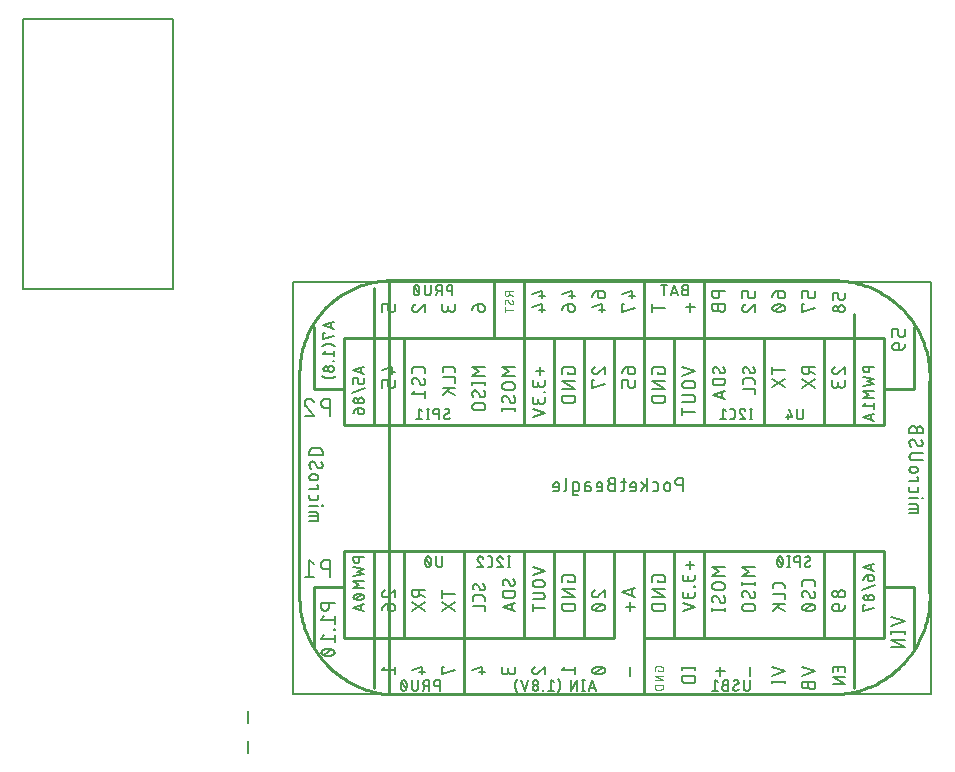
<source format=gbr>
G04 EAGLE Gerber RS-274X export*
G75*
%MOMM*%
%FSLAX34Y34*%
%LPD*%
%INSilkscreen Bottom*%
%IPPOS*%
%AMOC8*
5,1,8,0,0,1.08239X$1,22.5*%
G01*
%ADD10C,0.203200*%
%ADD11C,0.127000*%
%ADD12C,0.152400*%
%ADD13C,0.254000*%
%ADD14C,0.101600*%


D10*
X355600Y463550D02*
X895350Y463550D01*
X895350Y114300D01*
X355600Y114300D01*
X355600Y463550D01*
D11*
X317500Y74930D02*
X317500Y64770D01*
X317500Y90170D02*
X317500Y100330D01*
X127000Y457200D02*
X127000Y685800D01*
X254000Y685800D01*
X254000Y457200D01*
X127000Y457200D01*
D12*
X685038Y297688D02*
X685038Y286512D01*
X685038Y297688D02*
X681934Y297688D01*
X681823Y297686D01*
X681713Y297680D01*
X681602Y297670D01*
X681492Y297656D01*
X681383Y297639D01*
X681274Y297617D01*
X681166Y297592D01*
X681060Y297562D01*
X680954Y297529D01*
X680849Y297492D01*
X680746Y297452D01*
X680645Y297407D01*
X680545Y297360D01*
X680446Y297308D01*
X680350Y297253D01*
X680256Y297195D01*
X680164Y297134D01*
X680074Y297069D01*
X679986Y297001D01*
X679901Y296930D01*
X679819Y296856D01*
X679739Y296779D01*
X679662Y296699D01*
X679588Y296617D01*
X679517Y296532D01*
X679449Y296444D01*
X679384Y296354D01*
X679323Y296262D01*
X679265Y296168D01*
X679210Y296072D01*
X679158Y295973D01*
X679111Y295873D01*
X679066Y295772D01*
X679026Y295669D01*
X678989Y295564D01*
X678956Y295458D01*
X678926Y295352D01*
X678901Y295244D01*
X678879Y295135D01*
X678862Y295026D01*
X678848Y294916D01*
X678838Y294805D01*
X678832Y294695D01*
X678830Y294584D01*
X678832Y294473D01*
X678838Y294363D01*
X678848Y294252D01*
X678862Y294142D01*
X678879Y294033D01*
X678901Y293924D01*
X678926Y293816D01*
X678956Y293710D01*
X678989Y293604D01*
X679026Y293499D01*
X679066Y293396D01*
X679111Y293295D01*
X679158Y293195D01*
X679210Y293096D01*
X679265Y293000D01*
X679323Y292906D01*
X679384Y292814D01*
X679449Y292724D01*
X679517Y292636D01*
X679588Y292551D01*
X679662Y292469D01*
X679739Y292389D01*
X679819Y292312D01*
X679901Y292238D01*
X679986Y292167D01*
X680074Y292099D01*
X680164Y292034D01*
X680256Y291973D01*
X680350Y291915D01*
X680446Y291860D01*
X680545Y291808D01*
X680645Y291761D01*
X680746Y291716D01*
X680849Y291676D01*
X680954Y291639D01*
X681060Y291606D01*
X681166Y291576D01*
X681274Y291551D01*
X681383Y291529D01*
X681492Y291512D01*
X681602Y291498D01*
X681713Y291488D01*
X681823Y291482D01*
X681934Y291480D01*
X681934Y291479D02*
X685038Y291479D01*
X674342Y291479D02*
X674342Y288996D01*
X674342Y291479D02*
X674340Y291578D01*
X674334Y291676D01*
X674324Y291775D01*
X674311Y291872D01*
X674293Y291970D01*
X674272Y292066D01*
X674246Y292162D01*
X674217Y292256D01*
X674185Y292349D01*
X674148Y292441D01*
X674108Y292531D01*
X674064Y292620D01*
X674017Y292707D01*
X673967Y292792D01*
X673913Y292874D01*
X673856Y292955D01*
X673796Y293033D01*
X673732Y293109D01*
X673666Y293182D01*
X673597Y293253D01*
X673525Y293321D01*
X673450Y293385D01*
X673373Y293447D01*
X673294Y293506D01*
X673212Y293561D01*
X673128Y293614D01*
X673043Y293662D01*
X672955Y293708D01*
X672865Y293750D01*
X672774Y293788D01*
X672682Y293822D01*
X672588Y293853D01*
X672493Y293880D01*
X672397Y293904D01*
X672300Y293923D01*
X672203Y293939D01*
X672105Y293951D01*
X672006Y293959D01*
X671907Y293963D01*
X671809Y293963D01*
X671710Y293959D01*
X671611Y293951D01*
X671513Y293939D01*
X671416Y293923D01*
X671319Y293904D01*
X671223Y293880D01*
X671128Y293853D01*
X671034Y293822D01*
X670942Y293788D01*
X670851Y293750D01*
X670761Y293708D01*
X670673Y293662D01*
X670588Y293614D01*
X670504Y293561D01*
X670422Y293506D01*
X670343Y293447D01*
X670266Y293385D01*
X670191Y293321D01*
X670119Y293253D01*
X670050Y293182D01*
X669984Y293109D01*
X669920Y293033D01*
X669860Y292955D01*
X669803Y292874D01*
X669749Y292792D01*
X669699Y292707D01*
X669652Y292620D01*
X669608Y292531D01*
X669568Y292441D01*
X669531Y292349D01*
X669499Y292256D01*
X669470Y292162D01*
X669444Y292066D01*
X669423Y291970D01*
X669405Y291872D01*
X669392Y291775D01*
X669382Y291676D01*
X669376Y291578D01*
X669374Y291479D01*
X669375Y291479D02*
X669375Y288996D01*
X669374Y288996D02*
X669376Y288897D01*
X669382Y288799D01*
X669392Y288700D01*
X669405Y288603D01*
X669423Y288505D01*
X669444Y288409D01*
X669470Y288313D01*
X669499Y288219D01*
X669531Y288126D01*
X669568Y288034D01*
X669608Y287944D01*
X669652Y287855D01*
X669699Y287768D01*
X669749Y287683D01*
X669803Y287601D01*
X669860Y287520D01*
X669920Y287442D01*
X669984Y287366D01*
X670050Y287293D01*
X670119Y287222D01*
X670191Y287154D01*
X670266Y287090D01*
X670343Y287028D01*
X670422Y286969D01*
X670504Y286914D01*
X670588Y286861D01*
X670673Y286813D01*
X670761Y286767D01*
X670851Y286725D01*
X670942Y286687D01*
X671034Y286653D01*
X671128Y286622D01*
X671223Y286595D01*
X671319Y286571D01*
X671416Y286552D01*
X671513Y286536D01*
X671611Y286524D01*
X671710Y286516D01*
X671809Y286512D01*
X671907Y286512D01*
X672006Y286516D01*
X672105Y286524D01*
X672203Y286536D01*
X672300Y286552D01*
X672397Y286571D01*
X672493Y286595D01*
X672588Y286622D01*
X672682Y286653D01*
X672774Y286687D01*
X672865Y286725D01*
X672955Y286767D01*
X673043Y286813D01*
X673128Y286861D01*
X673212Y286914D01*
X673294Y286969D01*
X673373Y287028D01*
X673450Y287090D01*
X673525Y287154D01*
X673597Y287222D01*
X673666Y287293D01*
X673732Y287366D01*
X673796Y287442D01*
X673856Y287520D01*
X673913Y287601D01*
X673967Y287683D01*
X674017Y287768D01*
X674064Y287855D01*
X674108Y287944D01*
X674148Y288034D01*
X674185Y288126D01*
X674217Y288219D01*
X674246Y288313D01*
X674272Y288409D01*
X674293Y288505D01*
X674311Y288603D01*
X674324Y288700D01*
X674334Y288799D01*
X674340Y288897D01*
X674342Y288996D01*
X662557Y286512D02*
X660073Y286512D01*
X662557Y286512D02*
X662641Y286514D01*
X662724Y286520D01*
X662807Y286529D01*
X662890Y286542D01*
X662972Y286559D01*
X663053Y286579D01*
X663133Y286603D01*
X663212Y286631D01*
X663289Y286662D01*
X663365Y286696D01*
X663440Y286734D01*
X663513Y286776D01*
X663583Y286820D01*
X663652Y286868D01*
X663719Y286918D01*
X663783Y286972D01*
X663844Y287028D01*
X663904Y287088D01*
X663960Y287149D01*
X664014Y287213D01*
X664064Y287280D01*
X664112Y287349D01*
X664156Y287419D01*
X664198Y287492D01*
X664236Y287567D01*
X664270Y287643D01*
X664301Y287720D01*
X664329Y287799D01*
X664353Y287879D01*
X664373Y287960D01*
X664390Y288042D01*
X664403Y288125D01*
X664413Y288208D01*
X664418Y288291D01*
X664420Y288375D01*
X664419Y288375D02*
X664419Y292100D01*
X664420Y292100D02*
X664418Y292184D01*
X664413Y292267D01*
X664403Y292350D01*
X664390Y292433D01*
X664373Y292515D01*
X664353Y292596D01*
X664329Y292676D01*
X664301Y292755D01*
X664270Y292832D01*
X664236Y292908D01*
X664198Y292983D01*
X664156Y293056D01*
X664112Y293126D01*
X664064Y293195D01*
X664014Y293262D01*
X663960Y293326D01*
X663904Y293387D01*
X663844Y293447D01*
X663783Y293503D01*
X663719Y293557D01*
X663652Y293607D01*
X663583Y293655D01*
X663513Y293699D01*
X663440Y293741D01*
X663365Y293779D01*
X663289Y293813D01*
X663212Y293844D01*
X663133Y293872D01*
X663053Y293896D01*
X662972Y293916D01*
X662890Y293933D01*
X662807Y293946D01*
X662724Y293956D01*
X662641Y293961D01*
X662557Y293963D01*
X660073Y293963D01*
X655123Y297688D02*
X655123Y286512D01*
X655123Y290237D02*
X650155Y293963D01*
X652949Y291790D02*
X650155Y286512D01*
X643904Y286512D02*
X640800Y286512D01*
X643904Y286512D02*
X643988Y286514D01*
X644071Y286520D01*
X644154Y286529D01*
X644237Y286542D01*
X644319Y286559D01*
X644400Y286579D01*
X644480Y286603D01*
X644559Y286631D01*
X644636Y286662D01*
X644712Y286696D01*
X644787Y286734D01*
X644860Y286776D01*
X644930Y286820D01*
X644999Y286868D01*
X645066Y286918D01*
X645130Y286972D01*
X645191Y287028D01*
X645251Y287088D01*
X645307Y287149D01*
X645361Y287213D01*
X645411Y287280D01*
X645459Y287349D01*
X645503Y287419D01*
X645545Y287492D01*
X645583Y287567D01*
X645617Y287643D01*
X645648Y287720D01*
X645676Y287799D01*
X645700Y287879D01*
X645720Y287960D01*
X645737Y288042D01*
X645750Y288125D01*
X645760Y288208D01*
X645765Y288291D01*
X645767Y288375D01*
X645767Y291479D01*
X645765Y291578D01*
X645759Y291676D01*
X645749Y291775D01*
X645736Y291872D01*
X645718Y291970D01*
X645697Y292066D01*
X645671Y292162D01*
X645642Y292256D01*
X645610Y292349D01*
X645573Y292441D01*
X645533Y292531D01*
X645489Y292620D01*
X645442Y292707D01*
X645392Y292792D01*
X645338Y292874D01*
X645281Y292955D01*
X645221Y293033D01*
X645157Y293109D01*
X645091Y293182D01*
X645022Y293253D01*
X644950Y293321D01*
X644875Y293385D01*
X644798Y293447D01*
X644719Y293506D01*
X644637Y293561D01*
X644553Y293614D01*
X644468Y293662D01*
X644380Y293708D01*
X644290Y293750D01*
X644199Y293788D01*
X644107Y293822D01*
X644013Y293853D01*
X643918Y293880D01*
X643822Y293904D01*
X643725Y293923D01*
X643628Y293939D01*
X643530Y293951D01*
X643431Y293959D01*
X643332Y293963D01*
X643234Y293963D01*
X643135Y293959D01*
X643036Y293951D01*
X642938Y293939D01*
X642841Y293923D01*
X642744Y293904D01*
X642648Y293880D01*
X642553Y293853D01*
X642459Y293822D01*
X642367Y293788D01*
X642276Y293750D01*
X642186Y293708D01*
X642098Y293662D01*
X642013Y293614D01*
X641929Y293561D01*
X641847Y293506D01*
X641768Y293447D01*
X641691Y293385D01*
X641616Y293321D01*
X641544Y293253D01*
X641475Y293182D01*
X641409Y293109D01*
X641345Y293033D01*
X641285Y292955D01*
X641228Y292874D01*
X641174Y292792D01*
X641124Y292707D01*
X641077Y292620D01*
X641033Y292531D01*
X640993Y292441D01*
X640956Y292349D01*
X640924Y292256D01*
X640895Y292162D01*
X640869Y292066D01*
X640848Y291970D01*
X640830Y291872D01*
X640817Y291775D01*
X640807Y291676D01*
X640801Y291578D01*
X640799Y291479D01*
X640800Y291479D02*
X640800Y290237D01*
X645767Y290237D01*
X636880Y293963D02*
X633154Y293963D01*
X635638Y297688D02*
X635638Y288375D01*
X635636Y288291D01*
X635630Y288208D01*
X635621Y288125D01*
X635608Y288042D01*
X635591Y287960D01*
X635571Y287879D01*
X635547Y287799D01*
X635519Y287720D01*
X635488Y287643D01*
X635454Y287567D01*
X635416Y287492D01*
X635374Y287419D01*
X635330Y287349D01*
X635282Y287280D01*
X635232Y287213D01*
X635178Y287149D01*
X635122Y287088D01*
X635062Y287028D01*
X635001Y286972D01*
X634937Y286918D01*
X634870Y286868D01*
X634801Y286820D01*
X634731Y286776D01*
X634658Y286734D01*
X634583Y286696D01*
X634507Y286662D01*
X634430Y286631D01*
X634351Y286603D01*
X634271Y286579D01*
X634190Y286559D01*
X634108Y286542D01*
X634025Y286529D01*
X633942Y286519D01*
X633859Y286514D01*
X633775Y286512D01*
X633154Y286512D01*
X627888Y292721D02*
X624784Y292721D01*
X624784Y292720D02*
X624673Y292718D01*
X624563Y292712D01*
X624452Y292702D01*
X624342Y292688D01*
X624233Y292671D01*
X624124Y292649D01*
X624016Y292624D01*
X623910Y292594D01*
X623804Y292561D01*
X623699Y292524D01*
X623596Y292484D01*
X623495Y292439D01*
X623395Y292392D01*
X623296Y292340D01*
X623200Y292285D01*
X623106Y292227D01*
X623014Y292166D01*
X622924Y292101D01*
X622836Y292033D01*
X622751Y291962D01*
X622669Y291888D01*
X622589Y291811D01*
X622512Y291731D01*
X622438Y291649D01*
X622367Y291564D01*
X622299Y291476D01*
X622234Y291386D01*
X622173Y291294D01*
X622115Y291200D01*
X622060Y291104D01*
X622008Y291005D01*
X621961Y290905D01*
X621916Y290804D01*
X621876Y290701D01*
X621839Y290596D01*
X621806Y290490D01*
X621776Y290384D01*
X621751Y290276D01*
X621729Y290167D01*
X621712Y290058D01*
X621698Y289948D01*
X621688Y289837D01*
X621682Y289727D01*
X621680Y289616D01*
X621682Y289505D01*
X621688Y289395D01*
X621698Y289284D01*
X621712Y289174D01*
X621729Y289065D01*
X621751Y288956D01*
X621776Y288848D01*
X621806Y288742D01*
X621839Y288636D01*
X621876Y288531D01*
X621916Y288428D01*
X621961Y288327D01*
X622008Y288227D01*
X622060Y288128D01*
X622115Y288032D01*
X622173Y287938D01*
X622234Y287846D01*
X622299Y287756D01*
X622367Y287668D01*
X622438Y287583D01*
X622512Y287501D01*
X622589Y287421D01*
X622669Y287344D01*
X622751Y287270D01*
X622836Y287199D01*
X622924Y287131D01*
X623014Y287066D01*
X623106Y287005D01*
X623200Y286947D01*
X623296Y286892D01*
X623395Y286840D01*
X623495Y286793D01*
X623596Y286748D01*
X623699Y286708D01*
X623804Y286671D01*
X623910Y286638D01*
X624016Y286608D01*
X624124Y286583D01*
X624233Y286561D01*
X624342Y286544D01*
X624452Y286530D01*
X624563Y286520D01*
X624673Y286514D01*
X624784Y286512D01*
X627888Y286512D01*
X627888Y297688D01*
X624784Y297688D01*
X624685Y297686D01*
X624587Y297680D01*
X624488Y297670D01*
X624391Y297657D01*
X624293Y297639D01*
X624197Y297618D01*
X624101Y297592D01*
X624007Y297563D01*
X623914Y297531D01*
X623822Y297494D01*
X623732Y297454D01*
X623643Y297410D01*
X623556Y297363D01*
X623471Y297313D01*
X623389Y297259D01*
X623308Y297202D01*
X623230Y297142D01*
X623154Y297078D01*
X623081Y297012D01*
X623010Y296943D01*
X622942Y296871D01*
X622878Y296796D01*
X622816Y296719D01*
X622757Y296640D01*
X622702Y296558D01*
X622649Y296474D01*
X622601Y296389D01*
X622555Y296301D01*
X622513Y296211D01*
X622475Y296120D01*
X622441Y296028D01*
X622410Y295934D01*
X622383Y295839D01*
X622359Y295743D01*
X622340Y295646D01*
X622324Y295549D01*
X622312Y295451D01*
X622304Y295352D01*
X622300Y295253D01*
X622300Y295155D01*
X622304Y295056D01*
X622312Y294957D01*
X622324Y294859D01*
X622340Y294762D01*
X622359Y294665D01*
X622383Y294569D01*
X622410Y294474D01*
X622441Y294380D01*
X622475Y294288D01*
X622513Y294197D01*
X622555Y294107D01*
X622601Y294019D01*
X622649Y293934D01*
X622702Y293850D01*
X622757Y293768D01*
X622816Y293689D01*
X622878Y293612D01*
X622942Y293537D01*
X623010Y293465D01*
X623081Y293396D01*
X623154Y293330D01*
X623230Y293266D01*
X623308Y293206D01*
X623389Y293149D01*
X623471Y293095D01*
X623556Y293045D01*
X623643Y292998D01*
X623732Y292954D01*
X623822Y292914D01*
X623914Y292877D01*
X624007Y292845D01*
X624101Y292816D01*
X624197Y292790D01*
X624293Y292769D01*
X624391Y292751D01*
X624488Y292738D01*
X624587Y292728D01*
X624685Y292722D01*
X624784Y292720D01*
X615329Y286512D02*
X612225Y286512D01*
X615329Y286512D02*
X615413Y286514D01*
X615496Y286520D01*
X615579Y286529D01*
X615662Y286542D01*
X615744Y286559D01*
X615825Y286579D01*
X615905Y286603D01*
X615984Y286631D01*
X616061Y286662D01*
X616137Y286696D01*
X616212Y286734D01*
X616285Y286776D01*
X616355Y286820D01*
X616424Y286868D01*
X616491Y286918D01*
X616555Y286972D01*
X616616Y287028D01*
X616676Y287088D01*
X616732Y287149D01*
X616786Y287213D01*
X616836Y287280D01*
X616884Y287349D01*
X616928Y287419D01*
X616970Y287492D01*
X617008Y287567D01*
X617042Y287643D01*
X617073Y287720D01*
X617101Y287799D01*
X617125Y287879D01*
X617145Y287960D01*
X617162Y288042D01*
X617175Y288125D01*
X617185Y288208D01*
X617190Y288291D01*
X617192Y288375D01*
X617192Y291479D01*
X617190Y291578D01*
X617184Y291676D01*
X617174Y291775D01*
X617161Y291872D01*
X617143Y291970D01*
X617122Y292066D01*
X617096Y292162D01*
X617067Y292256D01*
X617035Y292349D01*
X616998Y292441D01*
X616958Y292531D01*
X616914Y292620D01*
X616867Y292707D01*
X616817Y292792D01*
X616763Y292874D01*
X616706Y292955D01*
X616646Y293033D01*
X616582Y293109D01*
X616516Y293182D01*
X616447Y293253D01*
X616375Y293321D01*
X616300Y293385D01*
X616223Y293447D01*
X616144Y293506D01*
X616062Y293561D01*
X615978Y293614D01*
X615893Y293662D01*
X615805Y293708D01*
X615715Y293750D01*
X615624Y293788D01*
X615532Y293822D01*
X615438Y293853D01*
X615343Y293880D01*
X615247Y293904D01*
X615150Y293923D01*
X615053Y293939D01*
X614955Y293951D01*
X614856Y293959D01*
X614757Y293963D01*
X614659Y293963D01*
X614560Y293959D01*
X614461Y293951D01*
X614363Y293939D01*
X614266Y293923D01*
X614169Y293904D01*
X614073Y293880D01*
X613978Y293853D01*
X613884Y293822D01*
X613792Y293788D01*
X613701Y293750D01*
X613611Y293708D01*
X613523Y293662D01*
X613438Y293614D01*
X613354Y293561D01*
X613272Y293506D01*
X613193Y293447D01*
X613116Y293385D01*
X613041Y293321D01*
X612969Y293253D01*
X612900Y293182D01*
X612834Y293109D01*
X612770Y293033D01*
X612710Y292955D01*
X612653Y292874D01*
X612599Y292792D01*
X612549Y292707D01*
X612502Y292620D01*
X612458Y292531D01*
X612418Y292441D01*
X612381Y292349D01*
X612349Y292256D01*
X612320Y292162D01*
X612294Y292066D01*
X612273Y291970D01*
X612255Y291872D01*
X612242Y291775D01*
X612232Y291676D01*
X612226Y291578D01*
X612224Y291479D01*
X612225Y291479D02*
X612225Y290237D01*
X617192Y290237D01*
X605187Y290858D02*
X602393Y290858D01*
X605187Y290858D02*
X605279Y290856D01*
X605371Y290850D01*
X605463Y290840D01*
X605554Y290827D01*
X605645Y290809D01*
X605735Y290788D01*
X605823Y290763D01*
X605911Y290734D01*
X605997Y290701D01*
X606082Y290665D01*
X606165Y290625D01*
X606247Y290582D01*
X606326Y290535D01*
X606404Y290485D01*
X606479Y290432D01*
X606552Y290376D01*
X606623Y290316D01*
X606691Y290254D01*
X606756Y290189D01*
X606818Y290121D01*
X606878Y290050D01*
X606934Y289977D01*
X606987Y289902D01*
X607037Y289824D01*
X607084Y289745D01*
X607127Y289663D01*
X607167Y289580D01*
X607203Y289495D01*
X607236Y289409D01*
X607265Y289321D01*
X607290Y289233D01*
X607311Y289143D01*
X607329Y289052D01*
X607342Y288961D01*
X607352Y288869D01*
X607358Y288777D01*
X607360Y288685D01*
X607358Y288593D01*
X607352Y288501D01*
X607342Y288409D01*
X607329Y288318D01*
X607311Y288227D01*
X607290Y288137D01*
X607265Y288049D01*
X607236Y287961D01*
X607203Y287875D01*
X607167Y287790D01*
X607127Y287707D01*
X607084Y287625D01*
X607037Y287546D01*
X606987Y287468D01*
X606934Y287393D01*
X606878Y287320D01*
X606818Y287249D01*
X606756Y287181D01*
X606691Y287116D01*
X606623Y287054D01*
X606552Y286994D01*
X606479Y286938D01*
X606404Y286885D01*
X606326Y286835D01*
X606247Y286788D01*
X606165Y286745D01*
X606082Y286705D01*
X605997Y286669D01*
X605911Y286636D01*
X605823Y286607D01*
X605735Y286582D01*
X605645Y286561D01*
X605554Y286543D01*
X605463Y286530D01*
X605371Y286520D01*
X605279Y286514D01*
X605187Y286512D01*
X602393Y286512D01*
X602393Y292100D01*
X602392Y292100D02*
X602394Y292184D01*
X602400Y292267D01*
X602409Y292350D01*
X602422Y292433D01*
X602439Y292515D01*
X602459Y292596D01*
X602483Y292676D01*
X602511Y292755D01*
X602542Y292832D01*
X602576Y292908D01*
X602614Y292983D01*
X602656Y293056D01*
X602700Y293126D01*
X602748Y293195D01*
X602798Y293262D01*
X602852Y293326D01*
X602908Y293387D01*
X602968Y293447D01*
X603029Y293503D01*
X603093Y293557D01*
X603160Y293607D01*
X603229Y293655D01*
X603299Y293699D01*
X603372Y293741D01*
X603447Y293779D01*
X603523Y293813D01*
X603600Y293844D01*
X603679Y293872D01*
X603759Y293896D01*
X603840Y293916D01*
X603922Y293933D01*
X604005Y293946D01*
X604088Y293956D01*
X604171Y293961D01*
X604255Y293963D01*
X606739Y293963D01*
X595210Y286512D02*
X592106Y286512D01*
X595210Y286512D02*
X595294Y286514D01*
X595377Y286520D01*
X595460Y286529D01*
X595543Y286542D01*
X595625Y286559D01*
X595706Y286579D01*
X595786Y286603D01*
X595865Y286631D01*
X595942Y286662D01*
X596018Y286696D01*
X596093Y286734D01*
X596166Y286776D01*
X596236Y286820D01*
X596305Y286868D01*
X596372Y286918D01*
X596436Y286972D01*
X596497Y287028D01*
X596557Y287088D01*
X596613Y287149D01*
X596667Y287213D01*
X596717Y287280D01*
X596765Y287349D01*
X596809Y287419D01*
X596851Y287492D01*
X596889Y287567D01*
X596923Y287643D01*
X596954Y287720D01*
X596982Y287799D01*
X597006Y287879D01*
X597026Y287960D01*
X597043Y288042D01*
X597056Y288125D01*
X597066Y288208D01*
X597071Y288291D01*
X597073Y288375D01*
X597073Y292100D01*
X597071Y292184D01*
X597066Y292267D01*
X597056Y292350D01*
X597043Y292433D01*
X597026Y292515D01*
X597006Y292596D01*
X596982Y292676D01*
X596954Y292755D01*
X596923Y292832D01*
X596889Y292908D01*
X596851Y292983D01*
X596809Y293056D01*
X596765Y293126D01*
X596717Y293195D01*
X596667Y293262D01*
X596613Y293326D01*
X596557Y293387D01*
X596497Y293447D01*
X596436Y293503D01*
X596372Y293557D01*
X596305Y293607D01*
X596236Y293655D01*
X596166Y293699D01*
X596093Y293741D01*
X596018Y293779D01*
X595942Y293813D01*
X595865Y293844D01*
X595786Y293872D01*
X595706Y293896D01*
X595625Y293916D01*
X595543Y293933D01*
X595460Y293946D01*
X595377Y293956D01*
X595294Y293961D01*
X595210Y293963D01*
X592106Y293963D01*
X592106Y284649D01*
X592105Y284649D02*
X592107Y284565D01*
X592112Y284482D01*
X592122Y284399D01*
X592135Y284316D01*
X592152Y284234D01*
X592172Y284153D01*
X592196Y284073D01*
X592224Y283994D01*
X592255Y283917D01*
X592289Y283841D01*
X592327Y283766D01*
X592369Y283693D01*
X592413Y283623D01*
X592461Y283554D01*
X592511Y283487D01*
X592565Y283423D01*
X592621Y283362D01*
X592681Y283302D01*
X592742Y283246D01*
X592806Y283192D01*
X592873Y283142D01*
X592942Y283094D01*
X593012Y283050D01*
X593085Y283008D01*
X593160Y282970D01*
X593236Y282936D01*
X593313Y282905D01*
X593392Y282877D01*
X593472Y282853D01*
X593553Y282833D01*
X593635Y282816D01*
X593718Y282803D01*
X593801Y282793D01*
X593884Y282788D01*
X593968Y282786D01*
X593968Y282787D02*
X596452Y282787D01*
X586620Y288375D02*
X586620Y297688D01*
X586621Y288375D02*
X586619Y288289D01*
X586613Y288203D01*
X586603Y288118D01*
X586589Y288033D01*
X586572Y287948D01*
X586550Y287865D01*
X586524Y287783D01*
X586495Y287702D01*
X586462Y287623D01*
X586426Y287545D01*
X586386Y287468D01*
X586342Y287394D01*
X586295Y287322D01*
X586245Y287252D01*
X586191Y287185D01*
X586135Y287120D01*
X586075Y287058D01*
X586013Y286998D01*
X585948Y286942D01*
X585881Y286888D01*
X585811Y286838D01*
X585739Y286791D01*
X585665Y286747D01*
X585588Y286707D01*
X585511Y286671D01*
X585431Y286638D01*
X585350Y286609D01*
X585268Y286583D01*
X585185Y286561D01*
X585100Y286544D01*
X585015Y286530D01*
X584930Y286520D01*
X584844Y286514D01*
X584758Y286512D01*
X578753Y286512D02*
X575649Y286512D01*
X578753Y286512D02*
X578837Y286514D01*
X578920Y286520D01*
X579003Y286529D01*
X579086Y286542D01*
X579168Y286559D01*
X579249Y286579D01*
X579329Y286603D01*
X579408Y286631D01*
X579485Y286662D01*
X579561Y286696D01*
X579636Y286734D01*
X579709Y286776D01*
X579779Y286820D01*
X579848Y286868D01*
X579915Y286918D01*
X579979Y286972D01*
X580040Y287028D01*
X580100Y287088D01*
X580156Y287149D01*
X580210Y287213D01*
X580260Y287280D01*
X580308Y287349D01*
X580352Y287419D01*
X580394Y287492D01*
X580432Y287567D01*
X580466Y287643D01*
X580497Y287720D01*
X580525Y287799D01*
X580549Y287879D01*
X580569Y287960D01*
X580586Y288042D01*
X580599Y288125D01*
X580609Y288208D01*
X580614Y288291D01*
X580616Y288375D01*
X580616Y291479D01*
X580617Y291479D02*
X580615Y291578D01*
X580609Y291676D01*
X580599Y291775D01*
X580586Y291872D01*
X580568Y291970D01*
X580547Y292066D01*
X580521Y292162D01*
X580492Y292256D01*
X580460Y292349D01*
X580423Y292441D01*
X580383Y292531D01*
X580339Y292620D01*
X580292Y292707D01*
X580242Y292792D01*
X580188Y292874D01*
X580131Y292955D01*
X580071Y293033D01*
X580007Y293109D01*
X579941Y293182D01*
X579872Y293253D01*
X579800Y293321D01*
X579725Y293385D01*
X579648Y293447D01*
X579569Y293506D01*
X579487Y293561D01*
X579403Y293614D01*
X579318Y293662D01*
X579230Y293708D01*
X579140Y293750D01*
X579049Y293788D01*
X578957Y293822D01*
X578863Y293853D01*
X578768Y293880D01*
X578672Y293904D01*
X578575Y293923D01*
X578478Y293939D01*
X578380Y293951D01*
X578281Y293959D01*
X578182Y293963D01*
X578084Y293963D01*
X577985Y293959D01*
X577886Y293951D01*
X577788Y293939D01*
X577691Y293923D01*
X577594Y293904D01*
X577498Y293880D01*
X577403Y293853D01*
X577309Y293822D01*
X577217Y293788D01*
X577126Y293750D01*
X577036Y293708D01*
X576948Y293662D01*
X576863Y293614D01*
X576779Y293561D01*
X576697Y293506D01*
X576618Y293447D01*
X576541Y293385D01*
X576466Y293321D01*
X576394Y293253D01*
X576325Y293182D01*
X576259Y293109D01*
X576195Y293033D01*
X576135Y292955D01*
X576078Y292874D01*
X576024Y292792D01*
X575974Y292707D01*
X575927Y292620D01*
X575883Y292531D01*
X575843Y292441D01*
X575806Y292349D01*
X575774Y292256D01*
X575745Y292162D01*
X575719Y292066D01*
X575698Y291970D01*
X575680Y291872D01*
X575667Y291775D01*
X575657Y291676D01*
X575651Y291578D01*
X575649Y291479D01*
X575649Y290237D01*
X580616Y290237D01*
X877062Y267751D02*
X884513Y267751D01*
X884513Y273339D01*
X884511Y273423D01*
X884506Y273506D01*
X884496Y273589D01*
X884483Y273672D01*
X884466Y273754D01*
X884446Y273835D01*
X884422Y273915D01*
X884394Y273994D01*
X884363Y274071D01*
X884329Y274147D01*
X884291Y274222D01*
X884249Y274295D01*
X884205Y274365D01*
X884157Y274434D01*
X884107Y274501D01*
X884053Y274565D01*
X883997Y274626D01*
X883937Y274686D01*
X883876Y274742D01*
X883812Y274796D01*
X883745Y274846D01*
X883676Y274894D01*
X883606Y274938D01*
X883533Y274980D01*
X883458Y275018D01*
X883382Y275052D01*
X883305Y275083D01*
X883226Y275111D01*
X883146Y275135D01*
X883065Y275155D01*
X882983Y275172D01*
X882900Y275185D01*
X882817Y275195D01*
X882734Y275200D01*
X882650Y275202D01*
X877062Y275202D01*
X877062Y271477D02*
X884513Y271477D01*
X884513Y280621D02*
X877062Y280621D01*
X887617Y280310D02*
X888238Y280310D01*
X888238Y280931D01*
X887617Y280931D01*
X887617Y280310D01*
X877062Y287255D02*
X877062Y289739D01*
X877062Y287255D02*
X877064Y287171D01*
X877069Y287088D01*
X877079Y287005D01*
X877092Y286922D01*
X877109Y286840D01*
X877129Y286759D01*
X877153Y286679D01*
X877181Y286600D01*
X877212Y286523D01*
X877246Y286447D01*
X877284Y286372D01*
X877326Y286299D01*
X877370Y286229D01*
X877418Y286160D01*
X877468Y286093D01*
X877522Y286029D01*
X877578Y285968D01*
X877638Y285908D01*
X877699Y285852D01*
X877763Y285798D01*
X877830Y285748D01*
X877899Y285700D01*
X877969Y285656D01*
X878042Y285614D01*
X878117Y285576D01*
X878193Y285542D01*
X878270Y285511D01*
X878349Y285483D01*
X878429Y285459D01*
X878510Y285439D01*
X878592Y285422D01*
X878675Y285409D01*
X878758Y285399D01*
X878841Y285394D01*
X878925Y285392D01*
X878925Y285393D02*
X882650Y285393D01*
X882650Y285392D02*
X882734Y285394D01*
X882817Y285400D01*
X882900Y285409D01*
X882983Y285422D01*
X883065Y285439D01*
X883146Y285459D01*
X883226Y285483D01*
X883305Y285511D01*
X883382Y285542D01*
X883458Y285576D01*
X883533Y285614D01*
X883606Y285656D01*
X883676Y285700D01*
X883745Y285748D01*
X883812Y285798D01*
X883876Y285852D01*
X883937Y285908D01*
X883997Y285968D01*
X884053Y286029D01*
X884107Y286093D01*
X884157Y286160D01*
X884205Y286229D01*
X884249Y286299D01*
X884291Y286372D01*
X884329Y286447D01*
X884363Y286523D01*
X884394Y286600D01*
X884422Y286679D01*
X884446Y286759D01*
X884466Y286840D01*
X884483Y286922D01*
X884496Y287005D01*
X884506Y287088D01*
X884511Y287171D01*
X884513Y287255D01*
X884513Y289739D01*
X884513Y294603D02*
X877062Y294603D01*
X884513Y294603D02*
X884513Y298328D01*
X883271Y298328D01*
X882029Y302140D02*
X879546Y302140D01*
X882029Y302140D02*
X882128Y302142D01*
X882226Y302148D01*
X882325Y302158D01*
X882422Y302171D01*
X882520Y302189D01*
X882616Y302210D01*
X882712Y302236D01*
X882806Y302265D01*
X882899Y302297D01*
X882991Y302334D01*
X883081Y302374D01*
X883170Y302418D01*
X883257Y302465D01*
X883342Y302515D01*
X883424Y302569D01*
X883505Y302626D01*
X883583Y302686D01*
X883659Y302750D01*
X883732Y302816D01*
X883803Y302885D01*
X883871Y302957D01*
X883935Y303032D01*
X883997Y303109D01*
X884056Y303188D01*
X884111Y303270D01*
X884164Y303354D01*
X884212Y303439D01*
X884258Y303527D01*
X884300Y303617D01*
X884338Y303708D01*
X884372Y303800D01*
X884403Y303894D01*
X884430Y303989D01*
X884454Y304085D01*
X884473Y304182D01*
X884489Y304279D01*
X884501Y304377D01*
X884509Y304476D01*
X884513Y304575D01*
X884513Y304673D01*
X884509Y304772D01*
X884501Y304871D01*
X884489Y304969D01*
X884473Y305066D01*
X884454Y305163D01*
X884430Y305259D01*
X884403Y305354D01*
X884372Y305448D01*
X884338Y305540D01*
X884300Y305631D01*
X884258Y305721D01*
X884212Y305809D01*
X884164Y305894D01*
X884111Y305978D01*
X884056Y306060D01*
X883997Y306139D01*
X883935Y306216D01*
X883871Y306291D01*
X883803Y306363D01*
X883732Y306432D01*
X883659Y306498D01*
X883583Y306562D01*
X883505Y306622D01*
X883424Y306679D01*
X883342Y306733D01*
X883257Y306783D01*
X883170Y306830D01*
X883081Y306874D01*
X882991Y306914D01*
X882899Y306951D01*
X882806Y306983D01*
X882712Y307012D01*
X882616Y307038D01*
X882520Y307059D01*
X882422Y307077D01*
X882325Y307090D01*
X882226Y307100D01*
X882128Y307106D01*
X882029Y307108D01*
X882029Y307107D02*
X879546Y307107D01*
X879546Y307108D02*
X879447Y307106D01*
X879349Y307100D01*
X879250Y307090D01*
X879153Y307077D01*
X879055Y307059D01*
X878959Y307038D01*
X878863Y307012D01*
X878769Y306983D01*
X878676Y306951D01*
X878584Y306914D01*
X878494Y306874D01*
X878405Y306830D01*
X878318Y306783D01*
X878233Y306733D01*
X878151Y306679D01*
X878070Y306622D01*
X877992Y306562D01*
X877916Y306498D01*
X877843Y306432D01*
X877772Y306363D01*
X877704Y306291D01*
X877640Y306216D01*
X877578Y306139D01*
X877519Y306060D01*
X877464Y305978D01*
X877411Y305894D01*
X877363Y305809D01*
X877317Y305721D01*
X877275Y305631D01*
X877237Y305540D01*
X877203Y305448D01*
X877172Y305354D01*
X877145Y305259D01*
X877121Y305163D01*
X877102Y305066D01*
X877086Y304969D01*
X877074Y304871D01*
X877066Y304772D01*
X877062Y304673D01*
X877062Y304575D01*
X877066Y304476D01*
X877074Y304377D01*
X877086Y304279D01*
X877102Y304182D01*
X877121Y304085D01*
X877145Y303989D01*
X877172Y303894D01*
X877203Y303800D01*
X877237Y303708D01*
X877275Y303617D01*
X877317Y303527D01*
X877363Y303439D01*
X877411Y303354D01*
X877464Y303270D01*
X877519Y303188D01*
X877578Y303109D01*
X877640Y303032D01*
X877704Y302957D01*
X877772Y302885D01*
X877843Y302816D01*
X877916Y302750D01*
X877992Y302686D01*
X878070Y302626D01*
X878151Y302569D01*
X878233Y302515D01*
X878318Y302465D01*
X878405Y302418D01*
X878494Y302374D01*
X878584Y302334D01*
X878676Y302297D01*
X878769Y302265D01*
X878863Y302236D01*
X878959Y302210D01*
X879055Y302189D01*
X879153Y302171D01*
X879250Y302158D01*
X879349Y302148D01*
X879447Y302142D01*
X879546Y302140D01*
X880166Y312568D02*
X888238Y312568D01*
X880166Y312569D02*
X880055Y312571D01*
X879945Y312577D01*
X879834Y312587D01*
X879724Y312601D01*
X879615Y312618D01*
X879506Y312640D01*
X879398Y312665D01*
X879292Y312695D01*
X879186Y312728D01*
X879081Y312765D01*
X878978Y312805D01*
X878877Y312850D01*
X878777Y312897D01*
X878678Y312949D01*
X878582Y313004D01*
X878488Y313062D01*
X878396Y313123D01*
X878306Y313188D01*
X878218Y313256D01*
X878133Y313327D01*
X878051Y313401D01*
X877971Y313478D01*
X877894Y313558D01*
X877820Y313640D01*
X877749Y313725D01*
X877681Y313813D01*
X877616Y313903D01*
X877555Y313995D01*
X877497Y314089D01*
X877442Y314185D01*
X877390Y314284D01*
X877343Y314384D01*
X877298Y314485D01*
X877258Y314588D01*
X877221Y314693D01*
X877188Y314799D01*
X877158Y314905D01*
X877133Y315013D01*
X877111Y315122D01*
X877094Y315231D01*
X877080Y315341D01*
X877070Y315452D01*
X877064Y315562D01*
X877062Y315673D01*
X877064Y315784D01*
X877070Y315894D01*
X877080Y316005D01*
X877094Y316115D01*
X877111Y316224D01*
X877133Y316333D01*
X877158Y316441D01*
X877188Y316547D01*
X877221Y316653D01*
X877258Y316758D01*
X877298Y316861D01*
X877343Y316962D01*
X877390Y317062D01*
X877442Y317161D01*
X877497Y317257D01*
X877555Y317351D01*
X877616Y317443D01*
X877681Y317533D01*
X877749Y317621D01*
X877820Y317706D01*
X877894Y317788D01*
X877971Y317868D01*
X878051Y317945D01*
X878133Y318019D01*
X878218Y318090D01*
X878306Y318158D01*
X878396Y318223D01*
X878488Y318284D01*
X878582Y318342D01*
X878678Y318397D01*
X878777Y318449D01*
X878877Y318496D01*
X878978Y318541D01*
X879081Y318581D01*
X879186Y318618D01*
X879292Y318651D01*
X879398Y318681D01*
X879506Y318706D01*
X879615Y318728D01*
X879724Y318745D01*
X879834Y318759D01*
X879945Y318769D01*
X880055Y318775D01*
X880166Y318777D01*
X888238Y318777D01*
X877062Y327723D02*
X877064Y327821D01*
X877070Y327918D01*
X877079Y328015D01*
X877093Y328112D01*
X877110Y328208D01*
X877131Y328303D01*
X877155Y328397D01*
X877184Y328491D01*
X877216Y328583D01*
X877251Y328674D01*
X877290Y328763D01*
X877333Y328851D01*
X877379Y328937D01*
X877428Y329021D01*
X877481Y329103D01*
X877536Y329183D01*
X877595Y329261D01*
X877657Y329336D01*
X877722Y329409D01*
X877790Y329479D01*
X877860Y329547D01*
X877933Y329612D01*
X878008Y329674D01*
X878086Y329733D01*
X878166Y329788D01*
X878248Y329841D01*
X878332Y329890D01*
X878418Y329936D01*
X878506Y329979D01*
X878595Y330018D01*
X878686Y330053D01*
X878778Y330085D01*
X878872Y330114D01*
X878966Y330138D01*
X879061Y330159D01*
X879157Y330176D01*
X879254Y330190D01*
X879351Y330199D01*
X879448Y330205D01*
X879546Y330207D01*
X877062Y327723D02*
X877064Y327580D01*
X877070Y327437D01*
X877079Y327295D01*
X877093Y327153D01*
X877111Y327011D01*
X877132Y326870D01*
X877157Y326729D01*
X877186Y326589D01*
X877219Y326450D01*
X877255Y326312D01*
X877296Y326175D01*
X877340Y326039D01*
X877387Y325905D01*
X877439Y325771D01*
X877493Y325640D01*
X877552Y325509D01*
X877614Y325381D01*
X877679Y325254D01*
X877748Y325129D01*
X877821Y325005D01*
X877896Y324884D01*
X877975Y324765D01*
X878057Y324648D01*
X878143Y324534D01*
X878231Y324422D01*
X878322Y324312D01*
X878417Y324205D01*
X878514Y324100D01*
X878614Y323998D01*
X885754Y324308D02*
X885852Y324310D01*
X885949Y324316D01*
X886046Y324325D01*
X886143Y324339D01*
X886239Y324356D01*
X886334Y324377D01*
X886428Y324401D01*
X886522Y324430D01*
X886614Y324462D01*
X886705Y324497D01*
X886794Y324536D01*
X886882Y324579D01*
X886968Y324625D01*
X887052Y324674D01*
X887134Y324727D01*
X887214Y324782D01*
X887292Y324841D01*
X887367Y324903D01*
X887440Y324968D01*
X887510Y325036D01*
X887578Y325106D01*
X887643Y325179D01*
X887705Y325254D01*
X887764Y325332D01*
X887819Y325412D01*
X887872Y325494D01*
X887921Y325578D01*
X887967Y325664D01*
X888010Y325752D01*
X888049Y325841D01*
X888084Y325932D01*
X888116Y326024D01*
X888145Y326118D01*
X888169Y326212D01*
X888190Y326307D01*
X888207Y326403D01*
X888221Y326500D01*
X888230Y326597D01*
X888236Y326694D01*
X888238Y326792D01*
X888236Y326922D01*
X888231Y327052D01*
X888222Y327182D01*
X888209Y327312D01*
X888193Y327441D01*
X888173Y327570D01*
X888149Y327698D01*
X888122Y327826D01*
X888091Y327952D01*
X888057Y328078D01*
X888019Y328203D01*
X887978Y328326D01*
X887933Y328449D01*
X887885Y328570D01*
X887834Y328690D01*
X887779Y328808D01*
X887721Y328924D01*
X887660Y329039D01*
X887595Y329153D01*
X887528Y329264D01*
X887457Y329373D01*
X887383Y329481D01*
X887307Y329586D01*
X883581Y325551D02*
X883632Y325468D01*
X883686Y325387D01*
X883743Y325309D01*
X883803Y325233D01*
X883866Y325159D01*
X883932Y325088D01*
X884000Y325019D01*
X884071Y324953D01*
X884144Y324889D01*
X884220Y324829D01*
X884298Y324772D01*
X884379Y324717D01*
X884461Y324666D01*
X884545Y324618D01*
X884631Y324573D01*
X884719Y324531D01*
X884808Y324493D01*
X884898Y324459D01*
X884990Y324427D01*
X885083Y324400D01*
X885177Y324376D01*
X885272Y324355D01*
X885368Y324339D01*
X885464Y324326D01*
X885560Y324316D01*
X885657Y324311D01*
X885754Y324309D01*
X881719Y328965D02*
X881668Y329048D01*
X881614Y329129D01*
X881557Y329207D01*
X881497Y329283D01*
X881434Y329357D01*
X881368Y329428D01*
X881300Y329497D01*
X881229Y329563D01*
X881156Y329627D01*
X881080Y329687D01*
X881002Y329744D01*
X880921Y329799D01*
X880839Y329850D01*
X880755Y329898D01*
X880669Y329943D01*
X880581Y329985D01*
X880492Y330023D01*
X880402Y330057D01*
X880310Y330089D01*
X880217Y330116D01*
X880123Y330140D01*
X880028Y330161D01*
X879932Y330177D01*
X879836Y330190D01*
X879740Y330200D01*
X879643Y330205D01*
X879546Y330207D01*
X881719Y328965D02*
X883581Y325550D01*
X883271Y335640D02*
X883271Y338744D01*
X883270Y338744D02*
X883268Y338855D01*
X883262Y338965D01*
X883252Y339076D01*
X883238Y339186D01*
X883221Y339295D01*
X883199Y339404D01*
X883174Y339512D01*
X883144Y339618D01*
X883111Y339724D01*
X883074Y339829D01*
X883034Y339932D01*
X882989Y340033D01*
X882942Y340133D01*
X882890Y340232D01*
X882835Y340328D01*
X882777Y340422D01*
X882716Y340514D01*
X882651Y340604D01*
X882583Y340692D01*
X882512Y340777D01*
X882438Y340859D01*
X882361Y340939D01*
X882281Y341016D01*
X882199Y341090D01*
X882114Y341161D01*
X882026Y341229D01*
X881936Y341294D01*
X881844Y341355D01*
X881750Y341413D01*
X881654Y341468D01*
X881555Y341520D01*
X881455Y341567D01*
X881354Y341612D01*
X881251Y341652D01*
X881146Y341689D01*
X881040Y341722D01*
X880934Y341752D01*
X880826Y341777D01*
X880717Y341799D01*
X880608Y341816D01*
X880498Y341830D01*
X880387Y341840D01*
X880277Y341846D01*
X880166Y341848D01*
X880055Y341846D01*
X879945Y341840D01*
X879834Y341830D01*
X879724Y341816D01*
X879615Y341799D01*
X879506Y341777D01*
X879398Y341752D01*
X879292Y341722D01*
X879186Y341689D01*
X879081Y341652D01*
X878978Y341612D01*
X878877Y341567D01*
X878777Y341520D01*
X878678Y341468D01*
X878582Y341413D01*
X878488Y341355D01*
X878396Y341294D01*
X878306Y341229D01*
X878218Y341161D01*
X878133Y341090D01*
X878051Y341016D01*
X877971Y340939D01*
X877894Y340859D01*
X877820Y340777D01*
X877749Y340692D01*
X877681Y340604D01*
X877616Y340514D01*
X877555Y340422D01*
X877497Y340328D01*
X877442Y340232D01*
X877390Y340133D01*
X877343Y340033D01*
X877298Y339932D01*
X877258Y339829D01*
X877221Y339724D01*
X877188Y339618D01*
X877158Y339512D01*
X877133Y339404D01*
X877111Y339295D01*
X877094Y339186D01*
X877080Y339076D01*
X877070Y338965D01*
X877064Y338855D01*
X877062Y338744D01*
X877062Y335640D01*
X888238Y335640D01*
X888238Y338744D01*
X888236Y338843D01*
X888230Y338941D01*
X888220Y339040D01*
X888207Y339137D01*
X888189Y339235D01*
X888168Y339331D01*
X888142Y339427D01*
X888113Y339521D01*
X888081Y339614D01*
X888044Y339706D01*
X888004Y339796D01*
X887960Y339885D01*
X887913Y339972D01*
X887863Y340057D01*
X887809Y340139D01*
X887752Y340220D01*
X887692Y340298D01*
X887628Y340374D01*
X887562Y340447D01*
X887493Y340518D01*
X887421Y340586D01*
X887346Y340650D01*
X887269Y340712D01*
X887190Y340771D01*
X887108Y340826D01*
X887024Y340879D01*
X886939Y340927D01*
X886851Y340973D01*
X886761Y341015D01*
X886670Y341053D01*
X886578Y341087D01*
X886484Y341118D01*
X886389Y341145D01*
X886293Y341169D01*
X886196Y341188D01*
X886099Y341204D01*
X886001Y341216D01*
X885902Y341224D01*
X885803Y341228D01*
X885705Y341228D01*
X885606Y341224D01*
X885507Y341216D01*
X885409Y341204D01*
X885312Y341188D01*
X885215Y341169D01*
X885119Y341145D01*
X885024Y341118D01*
X884930Y341087D01*
X884838Y341053D01*
X884747Y341015D01*
X884657Y340973D01*
X884569Y340927D01*
X884484Y340879D01*
X884400Y340826D01*
X884318Y340771D01*
X884239Y340712D01*
X884162Y340650D01*
X884087Y340586D01*
X884015Y340518D01*
X883946Y340447D01*
X883880Y340374D01*
X883816Y340298D01*
X883756Y340220D01*
X883699Y340139D01*
X883645Y340057D01*
X883595Y339972D01*
X883548Y339885D01*
X883504Y339796D01*
X883464Y339706D01*
X883427Y339614D01*
X883395Y339521D01*
X883366Y339427D01*
X883340Y339331D01*
X883319Y339235D01*
X883301Y339137D01*
X883288Y339040D01*
X883278Y338941D01*
X883272Y338843D01*
X883270Y338744D01*
X376513Y261253D02*
X369062Y261253D01*
X376513Y261253D02*
X376513Y266841D01*
X376511Y266925D01*
X376506Y267008D01*
X376496Y267091D01*
X376483Y267174D01*
X376466Y267256D01*
X376446Y267337D01*
X376422Y267417D01*
X376394Y267496D01*
X376363Y267573D01*
X376329Y267649D01*
X376291Y267724D01*
X376249Y267797D01*
X376205Y267867D01*
X376157Y267936D01*
X376107Y268003D01*
X376053Y268067D01*
X375997Y268128D01*
X375937Y268188D01*
X375876Y268244D01*
X375812Y268298D01*
X375745Y268348D01*
X375676Y268396D01*
X375606Y268440D01*
X375533Y268482D01*
X375458Y268520D01*
X375382Y268554D01*
X375305Y268585D01*
X375226Y268613D01*
X375146Y268637D01*
X375065Y268657D01*
X374983Y268674D01*
X374900Y268687D01*
X374817Y268697D01*
X374734Y268702D01*
X374650Y268704D01*
X369062Y268704D01*
X369062Y264979D02*
X376513Y264979D01*
X376513Y274123D02*
X369062Y274123D01*
X379617Y273812D02*
X380238Y273812D01*
X380238Y274433D01*
X379617Y274433D01*
X379617Y273812D01*
X369062Y280757D02*
X369062Y283241D01*
X369062Y280757D02*
X369064Y280673D01*
X369069Y280590D01*
X369079Y280507D01*
X369092Y280424D01*
X369109Y280342D01*
X369129Y280261D01*
X369153Y280181D01*
X369181Y280102D01*
X369212Y280025D01*
X369246Y279949D01*
X369284Y279874D01*
X369326Y279801D01*
X369370Y279731D01*
X369418Y279662D01*
X369468Y279595D01*
X369522Y279531D01*
X369578Y279470D01*
X369638Y279410D01*
X369699Y279354D01*
X369763Y279300D01*
X369830Y279250D01*
X369899Y279202D01*
X369969Y279158D01*
X370042Y279116D01*
X370117Y279078D01*
X370193Y279044D01*
X370270Y279013D01*
X370349Y278985D01*
X370429Y278961D01*
X370510Y278941D01*
X370592Y278924D01*
X370675Y278911D01*
X370758Y278901D01*
X370841Y278896D01*
X370925Y278894D01*
X370925Y278895D02*
X374650Y278895D01*
X374650Y278894D02*
X374734Y278896D01*
X374817Y278902D01*
X374900Y278911D01*
X374983Y278924D01*
X375065Y278941D01*
X375146Y278961D01*
X375226Y278985D01*
X375305Y279013D01*
X375382Y279044D01*
X375458Y279078D01*
X375533Y279116D01*
X375606Y279158D01*
X375676Y279202D01*
X375745Y279250D01*
X375812Y279300D01*
X375876Y279354D01*
X375937Y279410D01*
X375997Y279470D01*
X376053Y279531D01*
X376107Y279595D01*
X376157Y279662D01*
X376205Y279731D01*
X376249Y279801D01*
X376291Y279874D01*
X376329Y279949D01*
X376363Y280025D01*
X376394Y280102D01*
X376422Y280181D01*
X376446Y280261D01*
X376466Y280342D01*
X376483Y280424D01*
X376496Y280507D01*
X376506Y280590D01*
X376511Y280673D01*
X376513Y280757D01*
X376513Y283241D01*
X376513Y288105D02*
X369062Y288105D01*
X376513Y288105D02*
X376513Y291830D01*
X375271Y291830D01*
X374029Y295642D02*
X371546Y295642D01*
X374029Y295641D02*
X374128Y295643D01*
X374226Y295649D01*
X374325Y295659D01*
X374422Y295672D01*
X374520Y295690D01*
X374616Y295711D01*
X374712Y295737D01*
X374806Y295766D01*
X374899Y295798D01*
X374991Y295835D01*
X375081Y295875D01*
X375170Y295919D01*
X375257Y295966D01*
X375342Y296016D01*
X375424Y296070D01*
X375505Y296127D01*
X375583Y296187D01*
X375659Y296251D01*
X375732Y296317D01*
X375803Y296386D01*
X375871Y296458D01*
X375935Y296533D01*
X375997Y296610D01*
X376056Y296689D01*
X376111Y296771D01*
X376164Y296855D01*
X376212Y296940D01*
X376258Y297028D01*
X376300Y297118D01*
X376338Y297209D01*
X376372Y297301D01*
X376403Y297395D01*
X376430Y297490D01*
X376454Y297586D01*
X376473Y297683D01*
X376489Y297780D01*
X376501Y297878D01*
X376509Y297977D01*
X376513Y298076D01*
X376513Y298174D01*
X376509Y298273D01*
X376501Y298372D01*
X376489Y298470D01*
X376473Y298567D01*
X376454Y298664D01*
X376430Y298760D01*
X376403Y298855D01*
X376372Y298949D01*
X376338Y299041D01*
X376300Y299132D01*
X376258Y299222D01*
X376212Y299310D01*
X376164Y299395D01*
X376111Y299479D01*
X376056Y299561D01*
X375997Y299640D01*
X375935Y299717D01*
X375871Y299792D01*
X375803Y299864D01*
X375732Y299933D01*
X375659Y299999D01*
X375583Y300063D01*
X375505Y300123D01*
X375424Y300180D01*
X375342Y300234D01*
X375257Y300284D01*
X375170Y300331D01*
X375081Y300375D01*
X374991Y300415D01*
X374899Y300452D01*
X374806Y300484D01*
X374712Y300513D01*
X374616Y300539D01*
X374520Y300560D01*
X374422Y300578D01*
X374325Y300591D01*
X374226Y300601D01*
X374128Y300607D01*
X374029Y300609D01*
X371546Y300609D01*
X371447Y300607D01*
X371349Y300601D01*
X371250Y300591D01*
X371153Y300578D01*
X371055Y300560D01*
X370959Y300539D01*
X370863Y300513D01*
X370769Y300484D01*
X370676Y300452D01*
X370584Y300415D01*
X370494Y300375D01*
X370405Y300331D01*
X370318Y300284D01*
X370233Y300234D01*
X370151Y300180D01*
X370070Y300123D01*
X369992Y300063D01*
X369916Y299999D01*
X369843Y299933D01*
X369772Y299864D01*
X369704Y299792D01*
X369640Y299717D01*
X369578Y299640D01*
X369519Y299561D01*
X369464Y299479D01*
X369411Y299395D01*
X369363Y299310D01*
X369317Y299222D01*
X369275Y299132D01*
X369237Y299041D01*
X369203Y298949D01*
X369172Y298855D01*
X369145Y298760D01*
X369121Y298664D01*
X369102Y298567D01*
X369086Y298470D01*
X369074Y298372D01*
X369066Y298273D01*
X369062Y298174D01*
X369062Y298076D01*
X369066Y297977D01*
X369074Y297878D01*
X369086Y297780D01*
X369102Y297683D01*
X369121Y297586D01*
X369145Y297490D01*
X369172Y297395D01*
X369203Y297301D01*
X369237Y297209D01*
X369275Y297118D01*
X369317Y297028D01*
X369363Y296940D01*
X369411Y296855D01*
X369464Y296771D01*
X369519Y296689D01*
X369578Y296610D01*
X369640Y296533D01*
X369704Y296458D01*
X369772Y296386D01*
X369843Y296317D01*
X369916Y296251D01*
X369992Y296187D01*
X370070Y296127D01*
X370151Y296070D01*
X370233Y296016D01*
X370318Y295966D01*
X370405Y295919D01*
X370494Y295875D01*
X370584Y295835D01*
X370676Y295798D01*
X370769Y295766D01*
X370863Y295737D01*
X370959Y295711D01*
X371055Y295690D01*
X371153Y295672D01*
X371250Y295659D01*
X371349Y295649D01*
X371447Y295643D01*
X371546Y295641D01*
X369062Y309033D02*
X369064Y309131D01*
X369070Y309228D01*
X369079Y309325D01*
X369093Y309422D01*
X369110Y309518D01*
X369131Y309613D01*
X369155Y309707D01*
X369184Y309801D01*
X369216Y309893D01*
X369251Y309984D01*
X369290Y310073D01*
X369333Y310161D01*
X369379Y310247D01*
X369428Y310331D01*
X369481Y310413D01*
X369536Y310493D01*
X369595Y310571D01*
X369657Y310646D01*
X369722Y310719D01*
X369790Y310789D01*
X369860Y310857D01*
X369933Y310922D01*
X370008Y310984D01*
X370086Y311043D01*
X370166Y311098D01*
X370248Y311151D01*
X370332Y311200D01*
X370418Y311246D01*
X370506Y311289D01*
X370595Y311328D01*
X370686Y311363D01*
X370778Y311395D01*
X370872Y311424D01*
X370966Y311448D01*
X371061Y311469D01*
X371157Y311486D01*
X371254Y311500D01*
X371351Y311509D01*
X371448Y311515D01*
X371546Y311517D01*
X369062Y309033D02*
X369064Y308890D01*
X369070Y308747D01*
X369079Y308605D01*
X369093Y308463D01*
X369111Y308321D01*
X369132Y308180D01*
X369157Y308039D01*
X369186Y307899D01*
X369219Y307760D01*
X369255Y307622D01*
X369296Y307485D01*
X369340Y307349D01*
X369387Y307215D01*
X369439Y307081D01*
X369493Y306950D01*
X369552Y306819D01*
X369614Y306691D01*
X369679Y306564D01*
X369748Y306439D01*
X369821Y306315D01*
X369896Y306194D01*
X369975Y306075D01*
X370057Y305958D01*
X370143Y305844D01*
X370231Y305732D01*
X370322Y305622D01*
X370417Y305515D01*
X370514Y305410D01*
X370614Y305308D01*
X377754Y305618D02*
X377852Y305620D01*
X377949Y305626D01*
X378046Y305635D01*
X378143Y305649D01*
X378239Y305666D01*
X378334Y305687D01*
X378428Y305711D01*
X378522Y305740D01*
X378614Y305772D01*
X378705Y305807D01*
X378794Y305846D01*
X378882Y305889D01*
X378968Y305935D01*
X379052Y305984D01*
X379134Y306037D01*
X379214Y306092D01*
X379292Y306151D01*
X379367Y306213D01*
X379440Y306278D01*
X379510Y306346D01*
X379578Y306416D01*
X379643Y306489D01*
X379705Y306564D01*
X379764Y306642D01*
X379819Y306722D01*
X379872Y306804D01*
X379921Y306888D01*
X379967Y306974D01*
X380010Y307062D01*
X380049Y307151D01*
X380084Y307242D01*
X380116Y307334D01*
X380145Y307428D01*
X380169Y307522D01*
X380190Y307617D01*
X380207Y307713D01*
X380221Y307810D01*
X380230Y307907D01*
X380236Y308004D01*
X380238Y308102D01*
X380236Y308232D01*
X380231Y308362D01*
X380222Y308492D01*
X380209Y308622D01*
X380193Y308751D01*
X380173Y308880D01*
X380149Y309008D01*
X380122Y309136D01*
X380091Y309262D01*
X380057Y309388D01*
X380019Y309513D01*
X379978Y309636D01*
X379933Y309759D01*
X379885Y309880D01*
X379834Y310000D01*
X379779Y310118D01*
X379721Y310234D01*
X379660Y310349D01*
X379595Y310463D01*
X379528Y310574D01*
X379457Y310683D01*
X379383Y310791D01*
X379307Y310896D01*
X375581Y306861D02*
X375632Y306778D01*
X375686Y306697D01*
X375743Y306619D01*
X375803Y306543D01*
X375866Y306469D01*
X375932Y306398D01*
X376000Y306329D01*
X376071Y306263D01*
X376144Y306199D01*
X376220Y306139D01*
X376298Y306082D01*
X376379Y306027D01*
X376461Y305976D01*
X376545Y305928D01*
X376631Y305883D01*
X376719Y305841D01*
X376808Y305803D01*
X376898Y305769D01*
X376990Y305737D01*
X377083Y305710D01*
X377177Y305686D01*
X377272Y305665D01*
X377368Y305649D01*
X377464Y305636D01*
X377560Y305626D01*
X377657Y305621D01*
X377754Y305619D01*
X373719Y310274D02*
X373668Y310357D01*
X373614Y310438D01*
X373557Y310516D01*
X373497Y310592D01*
X373434Y310666D01*
X373368Y310737D01*
X373300Y310806D01*
X373229Y310872D01*
X373156Y310936D01*
X373080Y310996D01*
X373002Y311053D01*
X372921Y311108D01*
X372839Y311159D01*
X372755Y311207D01*
X372669Y311252D01*
X372581Y311294D01*
X372492Y311332D01*
X372402Y311366D01*
X372310Y311398D01*
X372217Y311425D01*
X372123Y311449D01*
X372028Y311470D01*
X371932Y311486D01*
X371836Y311499D01*
X371740Y311509D01*
X371643Y311514D01*
X371546Y311516D01*
X373719Y310275D02*
X375581Y306860D01*
X380238Y316738D02*
X369062Y316738D01*
X380238Y316738D02*
X380238Y319842D01*
X380236Y319953D01*
X380230Y320063D01*
X380220Y320174D01*
X380206Y320284D01*
X380189Y320393D01*
X380167Y320502D01*
X380142Y320610D01*
X380112Y320716D01*
X380079Y320822D01*
X380042Y320927D01*
X380002Y321030D01*
X379957Y321131D01*
X379910Y321231D01*
X379858Y321330D01*
X379803Y321426D01*
X379745Y321520D01*
X379684Y321612D01*
X379619Y321702D01*
X379551Y321790D01*
X379480Y321875D01*
X379406Y321957D01*
X379329Y322037D01*
X379249Y322114D01*
X379167Y322188D01*
X379082Y322259D01*
X378994Y322327D01*
X378904Y322392D01*
X378812Y322453D01*
X378718Y322511D01*
X378622Y322566D01*
X378523Y322618D01*
X378423Y322665D01*
X378322Y322710D01*
X378219Y322750D01*
X378114Y322787D01*
X378008Y322820D01*
X377902Y322850D01*
X377794Y322875D01*
X377685Y322897D01*
X377576Y322914D01*
X377466Y322928D01*
X377355Y322938D01*
X377245Y322944D01*
X377134Y322946D01*
X377134Y322947D02*
X372166Y322947D01*
X372166Y322946D02*
X372055Y322944D01*
X371945Y322938D01*
X371834Y322928D01*
X371724Y322914D01*
X371615Y322897D01*
X371506Y322875D01*
X371398Y322850D01*
X371292Y322820D01*
X371186Y322787D01*
X371081Y322750D01*
X370978Y322710D01*
X370877Y322665D01*
X370777Y322618D01*
X370678Y322566D01*
X370582Y322511D01*
X370488Y322453D01*
X370396Y322392D01*
X370306Y322327D01*
X370218Y322259D01*
X370133Y322188D01*
X370051Y322114D01*
X369971Y322037D01*
X369894Y321957D01*
X369820Y321875D01*
X369749Y321790D01*
X369681Y321702D01*
X369616Y321612D01*
X369555Y321520D01*
X369497Y321426D01*
X369442Y321330D01*
X369390Y321231D01*
X369343Y321131D01*
X369298Y321030D01*
X369258Y320927D01*
X369221Y320822D01*
X369188Y320716D01*
X369158Y320610D01*
X369133Y320502D01*
X369111Y320393D01*
X369094Y320284D01*
X369080Y320174D01*
X369070Y320063D01*
X369064Y319953D01*
X369062Y319842D01*
X369062Y316738D01*
D13*
X652018Y162306D02*
X677418Y162306D01*
X702818Y162306D01*
X804418Y162306D01*
X829818Y162306D01*
X626618Y162306D02*
X626618Y235966D01*
X626618Y162306D02*
X601218Y162306D01*
X575818Y162306D01*
X550418Y162306D01*
X499618Y162306D01*
X448818Y162306D01*
X423418Y162306D01*
X652018Y416306D02*
X677418Y416306D01*
X702818Y416306D01*
X753618Y416306D01*
X804418Y416306D01*
X652018Y416306D02*
X626618Y416306D01*
X601218Y416306D01*
X575818Y416306D01*
X550418Y416306D01*
X525018Y416306D01*
X448818Y416306D01*
X423418Y416306D01*
X829818Y162306D02*
X829818Y119380D01*
X652018Y115570D02*
X652018Y162306D01*
X499618Y162306D02*
X499618Y115570D01*
X423418Y119380D02*
X423418Y162306D01*
X448818Y162306D02*
X448818Y235966D01*
X499618Y235966D02*
X499618Y162306D01*
X550418Y162306D02*
X550418Y235966D01*
X652018Y235966D02*
X652018Y162306D01*
X804418Y162306D02*
X804418Y235966D01*
X804418Y342646D02*
X804418Y416306D01*
X753618Y416306D02*
X753618Y342646D01*
X702818Y342646D02*
X702818Y416306D01*
X652018Y416306D02*
X652018Y342646D01*
X702818Y416306D02*
X702818Y463296D01*
X652018Y463296D02*
X652018Y416306D01*
X423418Y416306D02*
X423418Y458216D01*
X525018Y463296D02*
X525018Y416306D01*
X550418Y416306D02*
X550418Y342646D01*
X448818Y342646D02*
X448818Y416306D01*
X601218Y235966D02*
X601218Y162306D01*
X601218Y342646D02*
X601218Y416306D01*
D11*
X608368Y126365D02*
X611332Y117475D01*
X605405Y117475D02*
X608368Y126365D01*
X606146Y119698D02*
X610591Y119698D01*
X601053Y117475D02*
X601053Y126365D01*
X602041Y117475D02*
X600065Y117475D01*
X600065Y126365D02*
X602041Y126365D01*
X595903Y126365D02*
X595903Y117475D01*
X590964Y117475D02*
X595903Y126365D01*
X590964Y126365D02*
X590964Y117475D01*
X581589Y121920D02*
X581587Y122123D01*
X581579Y122327D01*
X581567Y122530D01*
X581550Y122733D01*
X581528Y122935D01*
X581501Y123136D01*
X581469Y123337D01*
X581433Y123537D01*
X581392Y123737D01*
X581346Y123935D01*
X581295Y124132D01*
X581239Y124328D01*
X581179Y124522D01*
X581114Y124715D01*
X581044Y124906D01*
X580970Y125095D01*
X580892Y125283D01*
X580809Y125469D01*
X580721Y125652D01*
X580629Y125834D01*
X580533Y126013D01*
X580432Y126190D01*
X580327Y126364D01*
X580218Y126536D01*
X580105Y126705D01*
X579988Y126871D01*
X579867Y127035D01*
X579742Y127195D01*
X579613Y127353D01*
X581589Y121920D02*
X581587Y121717D01*
X581579Y121513D01*
X581567Y121310D01*
X581550Y121107D01*
X581528Y120905D01*
X581501Y120704D01*
X581469Y120503D01*
X581433Y120303D01*
X581392Y120103D01*
X581346Y119905D01*
X581295Y119708D01*
X581239Y119512D01*
X581179Y119318D01*
X581114Y119125D01*
X581044Y118934D01*
X580970Y118745D01*
X580892Y118557D01*
X580809Y118371D01*
X580721Y118188D01*
X580629Y118006D01*
X580533Y117827D01*
X580432Y117650D01*
X580327Y117476D01*
X580218Y117304D01*
X580105Y117135D01*
X579988Y116969D01*
X579867Y116805D01*
X579742Y116645D01*
X579613Y116487D01*
X575786Y124389D02*
X573317Y126365D01*
X573317Y117475D01*
X575786Y117475D02*
X570847Y117475D01*
X567163Y117475D02*
X567163Y117969D01*
X566669Y117969D01*
X566669Y117475D01*
X567163Y117475D01*
X562984Y119944D02*
X562982Y120042D01*
X562976Y120140D01*
X562966Y120238D01*
X562953Y120335D01*
X562935Y120432D01*
X562914Y120528D01*
X562889Y120622D01*
X562860Y120716D01*
X562828Y120809D01*
X562791Y120900D01*
X562752Y120990D01*
X562708Y121078D01*
X562661Y121164D01*
X562611Y121249D01*
X562558Y121331D01*
X562501Y121411D01*
X562441Y121489D01*
X562378Y121564D01*
X562312Y121637D01*
X562243Y121707D01*
X562172Y121774D01*
X562098Y121839D01*
X562021Y121900D01*
X561942Y121959D01*
X561861Y122014D01*
X561778Y122066D01*
X561692Y122114D01*
X561605Y122159D01*
X561516Y122201D01*
X561426Y122239D01*
X561334Y122273D01*
X561241Y122304D01*
X561146Y122331D01*
X561051Y122354D01*
X560954Y122374D01*
X560858Y122389D01*
X560760Y122401D01*
X560662Y122409D01*
X560564Y122413D01*
X560466Y122413D01*
X560368Y122409D01*
X560270Y122401D01*
X560172Y122389D01*
X560076Y122374D01*
X559979Y122354D01*
X559884Y122331D01*
X559789Y122304D01*
X559696Y122273D01*
X559604Y122239D01*
X559514Y122201D01*
X559425Y122159D01*
X559338Y122114D01*
X559252Y122066D01*
X559169Y122014D01*
X559088Y121959D01*
X559009Y121900D01*
X558932Y121839D01*
X558858Y121774D01*
X558787Y121707D01*
X558718Y121637D01*
X558652Y121564D01*
X558589Y121489D01*
X558529Y121411D01*
X558472Y121331D01*
X558419Y121249D01*
X558369Y121164D01*
X558322Y121078D01*
X558278Y120990D01*
X558239Y120900D01*
X558202Y120809D01*
X558170Y120716D01*
X558141Y120622D01*
X558116Y120528D01*
X558095Y120432D01*
X558077Y120335D01*
X558064Y120238D01*
X558054Y120140D01*
X558048Y120042D01*
X558046Y119944D01*
X558048Y119846D01*
X558054Y119748D01*
X558064Y119650D01*
X558077Y119553D01*
X558095Y119456D01*
X558116Y119360D01*
X558141Y119266D01*
X558170Y119172D01*
X558202Y119079D01*
X558239Y118988D01*
X558278Y118898D01*
X558322Y118810D01*
X558369Y118724D01*
X558419Y118639D01*
X558472Y118557D01*
X558529Y118477D01*
X558589Y118399D01*
X558652Y118324D01*
X558718Y118251D01*
X558787Y118181D01*
X558858Y118114D01*
X558932Y118049D01*
X559009Y117988D01*
X559088Y117929D01*
X559169Y117874D01*
X559252Y117822D01*
X559338Y117774D01*
X559425Y117729D01*
X559514Y117687D01*
X559604Y117649D01*
X559696Y117615D01*
X559789Y117584D01*
X559884Y117557D01*
X559979Y117534D01*
X560076Y117514D01*
X560172Y117499D01*
X560270Y117487D01*
X560368Y117479D01*
X560466Y117475D01*
X560564Y117475D01*
X560662Y117479D01*
X560760Y117487D01*
X560858Y117499D01*
X560954Y117514D01*
X561051Y117534D01*
X561146Y117557D01*
X561241Y117584D01*
X561334Y117615D01*
X561426Y117649D01*
X561516Y117687D01*
X561605Y117729D01*
X561692Y117774D01*
X561778Y117822D01*
X561861Y117874D01*
X561942Y117929D01*
X562021Y117988D01*
X562098Y118049D01*
X562172Y118114D01*
X562243Y118181D01*
X562312Y118251D01*
X562378Y118324D01*
X562441Y118399D01*
X562501Y118477D01*
X562558Y118557D01*
X562611Y118639D01*
X562661Y118724D01*
X562708Y118810D01*
X562752Y118898D01*
X562791Y118988D01*
X562828Y119079D01*
X562860Y119172D01*
X562889Y119266D01*
X562914Y119360D01*
X562935Y119456D01*
X562953Y119553D01*
X562966Y119650D01*
X562976Y119748D01*
X562982Y119846D01*
X562984Y119944D01*
X562491Y124389D02*
X562489Y124476D01*
X562483Y124564D01*
X562474Y124651D01*
X562460Y124737D01*
X562443Y124823D01*
X562422Y124907D01*
X562397Y124991D01*
X562368Y125074D01*
X562336Y125155D01*
X562301Y125235D01*
X562262Y125313D01*
X562219Y125390D01*
X562173Y125464D01*
X562124Y125536D01*
X562072Y125606D01*
X562016Y125674D01*
X561958Y125739D01*
X561897Y125802D01*
X561833Y125861D01*
X561766Y125918D01*
X561698Y125972D01*
X561626Y126023D01*
X561553Y126070D01*
X561478Y126115D01*
X561400Y126156D01*
X561321Y126193D01*
X561241Y126227D01*
X561159Y126257D01*
X561076Y126284D01*
X560991Y126307D01*
X560906Y126326D01*
X560820Y126341D01*
X560733Y126353D01*
X560646Y126361D01*
X560559Y126365D01*
X560471Y126365D01*
X560384Y126361D01*
X560297Y126353D01*
X560210Y126341D01*
X560124Y126326D01*
X560039Y126307D01*
X559954Y126284D01*
X559871Y126257D01*
X559789Y126227D01*
X559709Y126193D01*
X559630Y126156D01*
X559552Y126115D01*
X559477Y126070D01*
X559404Y126023D01*
X559332Y125972D01*
X559264Y125918D01*
X559197Y125861D01*
X559133Y125802D01*
X559072Y125739D01*
X559014Y125674D01*
X558958Y125606D01*
X558906Y125536D01*
X558857Y125464D01*
X558811Y125390D01*
X558768Y125313D01*
X558729Y125235D01*
X558694Y125155D01*
X558662Y125074D01*
X558633Y124991D01*
X558608Y124907D01*
X558587Y124823D01*
X558570Y124737D01*
X558556Y124651D01*
X558547Y124564D01*
X558541Y124476D01*
X558539Y124389D01*
X558541Y124302D01*
X558547Y124214D01*
X558556Y124127D01*
X558570Y124041D01*
X558587Y123955D01*
X558608Y123871D01*
X558633Y123787D01*
X558662Y123704D01*
X558694Y123623D01*
X558729Y123543D01*
X558768Y123465D01*
X558811Y123388D01*
X558857Y123314D01*
X558906Y123242D01*
X558958Y123172D01*
X559014Y123104D01*
X559072Y123039D01*
X559133Y122976D01*
X559197Y122917D01*
X559264Y122860D01*
X559332Y122806D01*
X559404Y122755D01*
X559477Y122708D01*
X559552Y122663D01*
X559630Y122622D01*
X559709Y122585D01*
X559789Y122551D01*
X559871Y122521D01*
X559954Y122494D01*
X560039Y122471D01*
X560124Y122452D01*
X560210Y122437D01*
X560297Y122425D01*
X560384Y122417D01*
X560471Y122413D01*
X560559Y122413D01*
X560646Y122417D01*
X560733Y122425D01*
X560820Y122437D01*
X560906Y122452D01*
X560991Y122471D01*
X561076Y122494D01*
X561159Y122521D01*
X561241Y122551D01*
X561321Y122585D01*
X561400Y122622D01*
X561478Y122663D01*
X561553Y122708D01*
X561626Y122755D01*
X561698Y122806D01*
X561766Y122860D01*
X561833Y122917D01*
X561897Y122976D01*
X561958Y123039D01*
X562016Y123104D01*
X562072Y123172D01*
X562124Y123242D01*
X562173Y123314D01*
X562219Y123388D01*
X562262Y123465D01*
X562301Y123543D01*
X562336Y123623D01*
X562368Y123704D01*
X562397Y123787D01*
X562422Y123871D01*
X562443Y123955D01*
X562460Y124041D01*
X562474Y124127D01*
X562483Y124214D01*
X562489Y124302D01*
X562491Y124389D01*
X554334Y126365D02*
X551371Y117475D01*
X548408Y126365D01*
X543098Y121920D02*
X543100Y121717D01*
X543108Y121513D01*
X543120Y121310D01*
X543137Y121107D01*
X543159Y120905D01*
X543186Y120704D01*
X543218Y120503D01*
X543254Y120303D01*
X543295Y120103D01*
X543341Y119905D01*
X543392Y119708D01*
X543448Y119512D01*
X543508Y119318D01*
X543573Y119125D01*
X543643Y118934D01*
X543717Y118745D01*
X543795Y118557D01*
X543878Y118371D01*
X543966Y118188D01*
X544058Y118006D01*
X544154Y117827D01*
X544255Y117650D01*
X544360Y117476D01*
X544469Y117304D01*
X544582Y117135D01*
X544699Y116969D01*
X544820Y116805D01*
X544945Y116645D01*
X545074Y116487D01*
X543098Y121920D02*
X543100Y122123D01*
X543108Y122327D01*
X543120Y122530D01*
X543137Y122733D01*
X543159Y122935D01*
X543186Y123136D01*
X543218Y123337D01*
X543254Y123537D01*
X543295Y123737D01*
X543341Y123935D01*
X543392Y124132D01*
X543448Y124328D01*
X543508Y124522D01*
X543573Y124715D01*
X543643Y124906D01*
X543717Y125095D01*
X543795Y125283D01*
X543878Y125469D01*
X543966Y125652D01*
X544058Y125834D01*
X544154Y126013D01*
X544255Y126190D01*
X544360Y126364D01*
X544469Y126536D01*
X544582Y126705D01*
X544699Y126871D01*
X544820Y127035D01*
X544945Y127195D01*
X545074Y127353D01*
D14*
X541401Y455569D02*
X534289Y455569D01*
X534289Y453593D01*
X534291Y453506D01*
X534297Y453418D01*
X534306Y453331D01*
X534320Y453245D01*
X534337Y453159D01*
X534358Y453075D01*
X534383Y452991D01*
X534412Y452908D01*
X534444Y452827D01*
X534479Y452747D01*
X534518Y452669D01*
X534561Y452592D01*
X534607Y452518D01*
X534656Y452446D01*
X534708Y452376D01*
X534764Y452308D01*
X534822Y452243D01*
X534883Y452180D01*
X534947Y452121D01*
X535014Y452064D01*
X535082Y452010D01*
X535154Y451959D01*
X535227Y451912D01*
X535302Y451867D01*
X535380Y451826D01*
X535459Y451789D01*
X535539Y451755D01*
X535621Y451725D01*
X535704Y451698D01*
X535789Y451675D01*
X535874Y451656D01*
X535960Y451641D01*
X536047Y451629D01*
X536134Y451621D01*
X536221Y451617D01*
X536309Y451617D01*
X536396Y451621D01*
X536483Y451629D01*
X536570Y451641D01*
X536656Y451656D01*
X536741Y451675D01*
X536826Y451698D01*
X536909Y451725D01*
X536991Y451755D01*
X537071Y451789D01*
X537150Y451826D01*
X537228Y451867D01*
X537303Y451912D01*
X537376Y451959D01*
X537448Y452010D01*
X537516Y452064D01*
X537583Y452121D01*
X537647Y452180D01*
X537708Y452243D01*
X537766Y452308D01*
X537822Y452376D01*
X537874Y452446D01*
X537923Y452518D01*
X537969Y452592D01*
X538012Y452669D01*
X538051Y452747D01*
X538086Y452827D01*
X538118Y452908D01*
X538147Y452991D01*
X538172Y453075D01*
X538193Y453159D01*
X538210Y453245D01*
X538224Y453331D01*
X538233Y453418D01*
X538239Y453506D01*
X538241Y453593D01*
X538240Y453593D02*
X538240Y455569D01*
X538240Y453198D02*
X541401Y451618D01*
X541401Y446187D02*
X541399Y446109D01*
X541393Y446032D01*
X541384Y445955D01*
X541371Y445879D01*
X541354Y445803D01*
X541333Y445728D01*
X541309Y445655D01*
X541281Y445582D01*
X541249Y445511D01*
X541214Y445442D01*
X541176Y445375D01*
X541135Y445309D01*
X541090Y445246D01*
X541042Y445185D01*
X540992Y445126D01*
X540938Y445070D01*
X540882Y445016D01*
X540823Y444966D01*
X540762Y444918D01*
X540699Y444873D01*
X540633Y444832D01*
X540566Y444794D01*
X540497Y444759D01*
X540426Y444727D01*
X540353Y444699D01*
X540280Y444675D01*
X540205Y444654D01*
X540129Y444637D01*
X540053Y444624D01*
X539976Y444615D01*
X539899Y444609D01*
X539821Y444607D01*
X541401Y446187D02*
X541399Y446302D01*
X541393Y446416D01*
X541383Y446530D01*
X541370Y446644D01*
X541352Y446757D01*
X541330Y446870D01*
X541305Y446982D01*
X541276Y447093D01*
X541243Y447202D01*
X541206Y447311D01*
X541166Y447418D01*
X541122Y447524D01*
X541074Y447628D01*
X541023Y447731D01*
X540968Y447831D01*
X540910Y447930D01*
X540848Y448027D01*
X540784Y448121D01*
X540716Y448214D01*
X540644Y448304D01*
X540570Y448391D01*
X540493Y448476D01*
X540413Y448558D01*
X535869Y448361D02*
X535791Y448359D01*
X535714Y448353D01*
X535637Y448344D01*
X535561Y448331D01*
X535485Y448314D01*
X535410Y448293D01*
X535336Y448269D01*
X535264Y448241D01*
X535193Y448209D01*
X535124Y448174D01*
X535056Y448136D01*
X534991Y448095D01*
X534927Y448050D01*
X534866Y448002D01*
X534807Y447951D01*
X534751Y447898D01*
X534698Y447842D01*
X534647Y447783D01*
X534599Y447722D01*
X534554Y447658D01*
X534513Y447593D01*
X534475Y447525D01*
X534440Y447456D01*
X534408Y447385D01*
X534380Y447313D01*
X534356Y447239D01*
X534335Y447164D01*
X534318Y447088D01*
X534305Y447012D01*
X534296Y446935D01*
X534290Y446858D01*
X534288Y446780D01*
X534289Y446780D02*
X534291Y446674D01*
X534297Y446568D01*
X534306Y446463D01*
X534319Y446358D01*
X534336Y446253D01*
X534357Y446149D01*
X534381Y446046D01*
X534409Y445944D01*
X534441Y445843D01*
X534476Y445743D01*
X534515Y445645D01*
X534558Y445547D01*
X534603Y445452D01*
X534652Y445358D01*
X534705Y445266D01*
X534761Y445176D01*
X534820Y445088D01*
X534882Y445002D01*
X537252Y447570D02*
X537210Y447637D01*
X537165Y447702D01*
X537116Y447765D01*
X537065Y447826D01*
X537010Y447883D01*
X536953Y447938D01*
X536893Y447991D01*
X536831Y448040D01*
X536766Y448086D01*
X536700Y448128D01*
X536631Y448168D01*
X536560Y448204D01*
X536487Y448236D01*
X536413Y448265D01*
X536338Y448290D01*
X536262Y448311D01*
X536184Y448329D01*
X536106Y448342D01*
X536027Y448352D01*
X535948Y448358D01*
X535869Y448360D01*
X538438Y445397D02*
X538480Y445330D01*
X538525Y445265D01*
X538574Y445202D01*
X538625Y445141D01*
X538680Y445084D01*
X538737Y445029D01*
X538797Y444976D01*
X538859Y444927D01*
X538924Y444881D01*
X538990Y444839D01*
X539059Y444799D01*
X539130Y444763D01*
X539203Y444731D01*
X539277Y444702D01*
X539352Y444677D01*
X539428Y444656D01*
X539506Y444638D01*
X539584Y444625D01*
X539663Y444615D01*
X539742Y444609D01*
X539821Y444607D01*
X538438Y445397D02*
X537252Y447570D01*
X534289Y439999D02*
X541401Y439999D01*
X534289Y441974D02*
X534289Y438023D01*
D12*
X633857Y200829D02*
X645033Y204555D01*
X645033Y197104D02*
X633857Y200829D01*
X642239Y198035D02*
X642239Y203623D01*
X640687Y192363D02*
X640687Y184912D01*
X644412Y188637D02*
X636961Y188637D01*
X611251Y196342D02*
X611147Y196344D01*
X611042Y196350D01*
X610938Y196360D01*
X610835Y196373D01*
X610732Y196391D01*
X610629Y196412D01*
X610528Y196437D01*
X610427Y196466D01*
X610328Y196499D01*
X610230Y196535D01*
X610134Y196575D01*
X610039Y196619D01*
X609945Y196666D01*
X609854Y196716D01*
X609765Y196770D01*
X609677Y196827D01*
X609592Y196888D01*
X609509Y196952D01*
X609429Y197018D01*
X609351Y197088D01*
X609275Y197160D01*
X609203Y197236D01*
X609133Y197314D01*
X609067Y197394D01*
X609003Y197477D01*
X608942Y197562D01*
X608885Y197650D01*
X608831Y197739D01*
X608781Y197830D01*
X608734Y197924D01*
X608690Y198019D01*
X608650Y198115D01*
X608614Y198213D01*
X608581Y198312D01*
X608552Y198413D01*
X608527Y198514D01*
X608506Y198617D01*
X608488Y198720D01*
X608475Y198823D01*
X608465Y198927D01*
X608459Y199032D01*
X608457Y199136D01*
X608459Y199255D01*
X608465Y199373D01*
X608475Y199492D01*
X608488Y199610D01*
X608506Y199727D01*
X608528Y199844D01*
X608553Y199960D01*
X608582Y200075D01*
X608615Y200190D01*
X608652Y200303D01*
X608692Y200414D01*
X608736Y200525D01*
X608784Y200633D01*
X608835Y200740D01*
X608890Y200846D01*
X608949Y200949D01*
X609010Y201051D01*
X609075Y201150D01*
X609144Y201248D01*
X609215Y201342D01*
X609290Y201435D01*
X609367Y201525D01*
X609448Y201612D01*
X609531Y201697D01*
X609617Y201779D01*
X609706Y201858D01*
X609797Y201934D01*
X609891Y202007D01*
X609987Y202076D01*
X610086Y202143D01*
X610186Y202206D01*
X610289Y202266D01*
X610393Y202323D01*
X610500Y202375D01*
X610608Y202425D01*
X610717Y202471D01*
X610829Y202513D01*
X610941Y202551D01*
X613424Y197273D02*
X613350Y197198D01*
X613273Y197126D01*
X613194Y197056D01*
X613112Y196989D01*
X613028Y196925D01*
X612942Y196864D01*
X612854Y196806D01*
X612763Y196751D01*
X612671Y196699D01*
X612577Y196651D01*
X612482Y196606D01*
X612384Y196564D01*
X612286Y196526D01*
X612186Y196491D01*
X612085Y196460D01*
X611983Y196433D01*
X611880Y196409D01*
X611777Y196388D01*
X611672Y196372D01*
X611567Y196359D01*
X611462Y196349D01*
X611357Y196344D01*
X611251Y196342D01*
X613424Y197273D02*
X619633Y202551D01*
X619633Y196342D01*
X614045Y191121D02*
X613825Y191118D01*
X613605Y191111D01*
X613386Y191097D01*
X613167Y191079D01*
X612948Y191055D01*
X612730Y191027D01*
X612513Y190993D01*
X612297Y190954D01*
X612081Y190909D01*
X611867Y190860D01*
X611654Y190805D01*
X611442Y190746D01*
X611232Y190681D01*
X611024Y190611D01*
X610817Y190537D01*
X610612Y190457D01*
X610409Y190373D01*
X610208Y190284D01*
X610009Y190190D01*
X610009Y190189D02*
X609920Y190156D01*
X609832Y190120D01*
X609746Y190080D01*
X609661Y190037D01*
X609579Y189990D01*
X609498Y189939D01*
X609420Y189886D01*
X609344Y189829D01*
X609270Y189769D01*
X609199Y189706D01*
X609130Y189641D01*
X609064Y189572D01*
X609002Y189501D01*
X608942Y189427D01*
X608885Y189351D01*
X608831Y189273D01*
X608781Y189192D01*
X608734Y189110D01*
X608691Y189025D01*
X608651Y188939D01*
X608614Y188851D01*
X608582Y188762D01*
X608553Y188672D01*
X608527Y188580D01*
X608506Y188488D01*
X608488Y188394D01*
X608475Y188300D01*
X608465Y188206D01*
X608459Y188111D01*
X608457Y188016D01*
X608459Y187921D01*
X608465Y187826D01*
X608475Y187732D01*
X608488Y187638D01*
X608506Y187544D01*
X608527Y187452D01*
X608553Y187360D01*
X608582Y187270D01*
X608614Y187181D01*
X608651Y187093D01*
X608691Y187007D01*
X608734Y186922D01*
X608781Y186840D01*
X608831Y186759D01*
X608885Y186681D01*
X608942Y186605D01*
X609002Y186531D01*
X609064Y186460D01*
X609130Y186391D01*
X609199Y186326D01*
X609270Y186263D01*
X609344Y186203D01*
X609420Y186146D01*
X609498Y186093D01*
X609579Y186042D01*
X609661Y185995D01*
X609746Y185952D01*
X609832Y185912D01*
X609920Y185876D01*
X610009Y185843D01*
X610208Y185749D01*
X610409Y185660D01*
X610612Y185576D01*
X610817Y185496D01*
X611024Y185422D01*
X611232Y185352D01*
X611442Y185287D01*
X611654Y185228D01*
X611867Y185173D01*
X612081Y185124D01*
X612297Y185079D01*
X612513Y185040D01*
X612730Y185006D01*
X612948Y184978D01*
X613167Y184954D01*
X613386Y184936D01*
X613605Y184922D01*
X613825Y184915D01*
X614045Y184912D01*
X614045Y191121D02*
X614265Y191118D01*
X614485Y191111D01*
X614704Y191097D01*
X614923Y191079D01*
X615142Y191055D01*
X615360Y191027D01*
X615577Y190993D01*
X615793Y190954D01*
X616009Y190909D01*
X616223Y190860D01*
X616436Y190805D01*
X616648Y190746D01*
X616858Y190681D01*
X617066Y190611D01*
X617273Y190537D01*
X617478Y190457D01*
X617681Y190373D01*
X617882Y190284D01*
X618081Y190190D01*
X618081Y190189D02*
X618170Y190156D01*
X618258Y190120D01*
X618344Y190080D01*
X618429Y190037D01*
X618511Y189990D01*
X618592Y189939D01*
X618670Y189886D01*
X618746Y189829D01*
X618820Y189769D01*
X618891Y189706D01*
X618960Y189641D01*
X619026Y189572D01*
X619088Y189501D01*
X619148Y189427D01*
X619205Y189351D01*
X619259Y189273D01*
X619309Y189192D01*
X619356Y189110D01*
X619399Y189025D01*
X619439Y188939D01*
X619476Y188851D01*
X619508Y188762D01*
X619537Y188672D01*
X619563Y188580D01*
X619584Y188488D01*
X619602Y188394D01*
X619615Y188300D01*
X619625Y188206D01*
X619631Y188111D01*
X619633Y188016D01*
X618081Y185843D02*
X617882Y185749D01*
X617681Y185660D01*
X617478Y185576D01*
X617273Y185496D01*
X617066Y185422D01*
X616858Y185352D01*
X616648Y185287D01*
X616436Y185228D01*
X616223Y185173D01*
X616009Y185124D01*
X615793Y185079D01*
X615577Y185040D01*
X615360Y185006D01*
X615142Y184978D01*
X614923Y184954D01*
X614704Y184936D01*
X614485Y184922D01*
X614265Y184915D01*
X614045Y184912D01*
X618081Y185843D02*
X618170Y185876D01*
X618258Y185912D01*
X618344Y185952D01*
X618429Y185995D01*
X618511Y186042D01*
X618592Y186093D01*
X618670Y186146D01*
X618746Y186203D01*
X618820Y186263D01*
X618891Y186326D01*
X618960Y186391D01*
X619026Y186460D01*
X619088Y186531D01*
X619148Y186605D01*
X619205Y186681D01*
X619259Y186759D01*
X619309Y186840D01*
X619356Y186922D01*
X619399Y187007D01*
X619439Y187093D01*
X619476Y187181D01*
X619508Y187270D01*
X619537Y187360D01*
X619563Y187452D01*
X619584Y187544D01*
X619602Y187638D01*
X619615Y187732D01*
X619625Y187826D01*
X619631Y187921D01*
X619633Y188016D01*
X617149Y190500D02*
X610941Y185533D01*
X588024Y209296D02*
X588024Y211159D01*
X588024Y209296D02*
X594233Y209296D01*
X594233Y213021D01*
X594231Y213119D01*
X594225Y213216D01*
X594216Y213313D01*
X594202Y213410D01*
X594185Y213506D01*
X594164Y213601D01*
X594140Y213695D01*
X594111Y213789D01*
X594079Y213881D01*
X594044Y213972D01*
X594005Y214061D01*
X593962Y214149D01*
X593916Y214235D01*
X593867Y214319D01*
X593814Y214401D01*
X593759Y214481D01*
X593700Y214559D01*
X593638Y214634D01*
X593573Y214707D01*
X593505Y214777D01*
X593435Y214845D01*
X593362Y214910D01*
X593287Y214972D01*
X593209Y215031D01*
X593129Y215086D01*
X593047Y215139D01*
X592963Y215188D01*
X592877Y215234D01*
X592789Y215277D01*
X592700Y215316D01*
X592609Y215351D01*
X592517Y215383D01*
X592423Y215412D01*
X592329Y215436D01*
X592234Y215457D01*
X592138Y215474D01*
X592041Y215488D01*
X591944Y215497D01*
X591847Y215503D01*
X591749Y215505D01*
X585541Y215505D01*
X585443Y215503D01*
X585346Y215497D01*
X585249Y215488D01*
X585152Y215474D01*
X585056Y215457D01*
X584961Y215436D01*
X584867Y215412D01*
X584773Y215383D01*
X584681Y215351D01*
X584590Y215316D01*
X584501Y215277D01*
X584413Y215234D01*
X584327Y215188D01*
X584243Y215139D01*
X584161Y215086D01*
X584081Y215031D01*
X584003Y214972D01*
X583928Y214910D01*
X583855Y214845D01*
X583785Y214777D01*
X583717Y214707D01*
X583652Y214634D01*
X583590Y214559D01*
X583531Y214481D01*
X583476Y214401D01*
X583423Y214319D01*
X583374Y214235D01*
X583328Y214149D01*
X583285Y214061D01*
X583246Y213972D01*
X583211Y213881D01*
X583179Y213789D01*
X583150Y213695D01*
X583126Y213601D01*
X583105Y213506D01*
X583088Y213410D01*
X583074Y213313D01*
X583065Y213216D01*
X583059Y213119D01*
X583057Y213021D01*
X583057Y209296D01*
X583057Y203313D02*
X594233Y203313D01*
X594233Y197104D02*
X583057Y203313D01*
X583057Y197104D02*
X594233Y197104D01*
X594233Y191121D02*
X583057Y191121D01*
X583057Y188016D01*
X583059Y187908D01*
X583065Y187799D01*
X583074Y187692D01*
X583087Y187584D01*
X583104Y187477D01*
X583125Y187371D01*
X583149Y187265D01*
X583177Y187160D01*
X583209Y187057D01*
X583244Y186954D01*
X583283Y186853D01*
X583325Y186753D01*
X583371Y186655D01*
X583420Y186559D01*
X583473Y186464D01*
X583529Y186371D01*
X583588Y186280D01*
X583650Y186192D01*
X583715Y186105D01*
X583783Y186021D01*
X583854Y185939D01*
X583928Y185860D01*
X584005Y185783D01*
X584084Y185709D01*
X584166Y185638D01*
X584250Y185570D01*
X584337Y185505D01*
X584425Y185443D01*
X584516Y185384D01*
X584609Y185328D01*
X584704Y185275D01*
X584800Y185226D01*
X584899Y185180D01*
X584998Y185138D01*
X585099Y185099D01*
X585202Y185064D01*
X585305Y185032D01*
X585410Y185004D01*
X585516Y184980D01*
X585622Y184959D01*
X585729Y184942D01*
X585837Y184929D01*
X585945Y184920D01*
X586053Y184914D01*
X586161Y184912D01*
X591129Y184912D01*
X591240Y184914D01*
X591350Y184920D01*
X591461Y184930D01*
X591571Y184944D01*
X591680Y184961D01*
X591789Y184983D01*
X591897Y185008D01*
X592003Y185038D01*
X592109Y185071D01*
X592214Y185108D01*
X592317Y185148D01*
X592418Y185193D01*
X592518Y185240D01*
X592617Y185292D01*
X592713Y185347D01*
X592807Y185405D01*
X592899Y185466D01*
X592989Y185531D01*
X593077Y185599D01*
X593162Y185670D01*
X593244Y185744D01*
X593324Y185821D01*
X593401Y185901D01*
X593475Y185983D01*
X593546Y186068D01*
X593614Y186156D01*
X593679Y186246D01*
X593740Y186338D01*
X593798Y186432D01*
X593853Y186528D01*
X593905Y186627D01*
X593952Y186727D01*
X593997Y186828D01*
X594037Y186931D01*
X594074Y187036D01*
X594107Y187142D01*
X594137Y187248D01*
X594162Y187356D01*
X594184Y187465D01*
X594201Y187574D01*
X594215Y187684D01*
X594225Y187795D01*
X594231Y187905D01*
X594233Y188016D01*
X594233Y191121D01*
D11*
X568325Y218468D02*
X558165Y221855D01*
X558165Y215081D02*
X568325Y218468D01*
X565503Y211003D02*
X560987Y211003D01*
X560881Y211001D01*
X560776Y210995D01*
X560671Y210985D01*
X560566Y210971D01*
X560462Y210954D01*
X560359Y210932D01*
X560257Y210907D01*
X560155Y210878D01*
X560055Y210845D01*
X559956Y210808D01*
X559859Y210768D01*
X559763Y210724D01*
X559668Y210676D01*
X559576Y210625D01*
X559486Y210570D01*
X559397Y210513D01*
X559311Y210452D01*
X559228Y210387D01*
X559146Y210320D01*
X559068Y210250D01*
X558992Y210176D01*
X558918Y210100D01*
X558848Y210022D01*
X558781Y209940D01*
X558716Y209857D01*
X558655Y209771D01*
X558598Y209682D01*
X558543Y209592D01*
X558492Y209500D01*
X558444Y209405D01*
X558400Y209309D01*
X558360Y209212D01*
X558323Y209113D01*
X558290Y209013D01*
X558261Y208911D01*
X558236Y208809D01*
X558214Y208706D01*
X558197Y208602D01*
X558183Y208497D01*
X558173Y208392D01*
X558167Y208287D01*
X558165Y208181D01*
X558167Y208075D01*
X558173Y207970D01*
X558183Y207865D01*
X558197Y207760D01*
X558214Y207656D01*
X558236Y207553D01*
X558261Y207451D01*
X558290Y207349D01*
X558323Y207249D01*
X558360Y207150D01*
X558400Y207053D01*
X558444Y206957D01*
X558492Y206862D01*
X558543Y206770D01*
X558598Y206680D01*
X558655Y206591D01*
X558716Y206505D01*
X558781Y206422D01*
X558848Y206340D01*
X558918Y206262D01*
X558992Y206186D01*
X559068Y206112D01*
X559146Y206042D01*
X559228Y205975D01*
X559311Y205910D01*
X559397Y205849D01*
X559486Y205792D01*
X559576Y205737D01*
X559668Y205686D01*
X559763Y205638D01*
X559859Y205594D01*
X559956Y205554D01*
X560055Y205517D01*
X560155Y205484D01*
X560257Y205455D01*
X560359Y205430D01*
X560462Y205408D01*
X560566Y205391D01*
X560671Y205377D01*
X560776Y205367D01*
X560881Y205361D01*
X560987Y205359D01*
X565503Y205359D01*
X565609Y205361D01*
X565714Y205367D01*
X565819Y205377D01*
X565924Y205391D01*
X566028Y205408D01*
X566131Y205430D01*
X566233Y205455D01*
X566335Y205484D01*
X566435Y205517D01*
X566534Y205554D01*
X566631Y205594D01*
X566727Y205638D01*
X566822Y205686D01*
X566914Y205737D01*
X567004Y205792D01*
X567093Y205849D01*
X567179Y205910D01*
X567262Y205975D01*
X567344Y206042D01*
X567422Y206112D01*
X567498Y206186D01*
X567572Y206262D01*
X567642Y206340D01*
X567709Y206422D01*
X567774Y206505D01*
X567835Y206591D01*
X567892Y206680D01*
X567947Y206770D01*
X567998Y206862D01*
X568046Y206957D01*
X568090Y207053D01*
X568130Y207150D01*
X568167Y207249D01*
X568200Y207349D01*
X568229Y207451D01*
X568254Y207553D01*
X568276Y207656D01*
X568293Y207760D01*
X568307Y207865D01*
X568317Y207970D01*
X568323Y208075D01*
X568325Y208181D01*
X568323Y208287D01*
X568317Y208392D01*
X568307Y208497D01*
X568293Y208602D01*
X568276Y208706D01*
X568254Y208809D01*
X568229Y208911D01*
X568200Y209013D01*
X568167Y209113D01*
X568130Y209212D01*
X568090Y209309D01*
X568046Y209405D01*
X567998Y209500D01*
X567947Y209592D01*
X567892Y209682D01*
X567835Y209771D01*
X567774Y209857D01*
X567709Y209940D01*
X567642Y210022D01*
X567572Y210100D01*
X567498Y210176D01*
X567422Y210250D01*
X567344Y210320D01*
X567262Y210387D01*
X567179Y210452D01*
X567093Y210513D01*
X567004Y210570D01*
X566914Y210625D01*
X566822Y210676D01*
X566727Y210724D01*
X566631Y210768D01*
X566534Y210808D01*
X566435Y210845D01*
X566335Y210878D01*
X566233Y210907D01*
X566131Y210932D01*
X566028Y210954D01*
X565924Y210971D01*
X565819Y210985D01*
X565714Y210995D01*
X565609Y211001D01*
X565503Y211003D01*
X565503Y200374D02*
X558165Y200374D01*
X565503Y200373D02*
X565609Y200371D01*
X565714Y200365D01*
X565819Y200355D01*
X565924Y200341D01*
X566028Y200324D01*
X566131Y200302D01*
X566233Y200277D01*
X566335Y200248D01*
X566435Y200215D01*
X566534Y200178D01*
X566631Y200138D01*
X566727Y200094D01*
X566822Y200046D01*
X566914Y199995D01*
X567004Y199940D01*
X567093Y199883D01*
X567179Y199822D01*
X567262Y199757D01*
X567344Y199690D01*
X567422Y199620D01*
X567498Y199546D01*
X567572Y199470D01*
X567642Y199392D01*
X567709Y199310D01*
X567774Y199227D01*
X567835Y199141D01*
X567892Y199052D01*
X567947Y198962D01*
X567998Y198870D01*
X568046Y198775D01*
X568090Y198679D01*
X568130Y198582D01*
X568167Y198483D01*
X568200Y198383D01*
X568229Y198281D01*
X568254Y198179D01*
X568276Y198076D01*
X568293Y197972D01*
X568307Y197867D01*
X568317Y197762D01*
X568323Y197657D01*
X568325Y197551D01*
X568323Y197445D01*
X568317Y197340D01*
X568307Y197235D01*
X568293Y197130D01*
X568276Y197026D01*
X568254Y196923D01*
X568229Y196821D01*
X568200Y196719D01*
X568167Y196619D01*
X568130Y196520D01*
X568090Y196423D01*
X568046Y196327D01*
X567998Y196232D01*
X567947Y196140D01*
X567892Y196050D01*
X567835Y195961D01*
X567774Y195875D01*
X567709Y195792D01*
X567642Y195710D01*
X567572Y195632D01*
X567498Y195556D01*
X567422Y195482D01*
X567344Y195412D01*
X567262Y195345D01*
X567179Y195280D01*
X567093Y195219D01*
X567004Y195162D01*
X566914Y195107D01*
X566822Y195056D01*
X566727Y195008D01*
X566631Y194964D01*
X566534Y194924D01*
X566435Y194887D01*
X566335Y194854D01*
X566233Y194825D01*
X566131Y194800D01*
X566028Y194778D01*
X565924Y194761D01*
X565819Y194747D01*
X565714Y194737D01*
X565609Y194731D01*
X565503Y194729D01*
X558165Y194729D01*
X558165Y187607D02*
X568325Y187607D01*
X558165Y190429D02*
X558165Y184785D01*
X540667Y206266D02*
X540760Y206268D01*
X540853Y206274D01*
X540946Y206283D01*
X541039Y206297D01*
X541130Y206314D01*
X541221Y206335D01*
X541311Y206360D01*
X541400Y206388D01*
X541488Y206420D01*
X541574Y206456D01*
X541659Y206495D01*
X541742Y206538D01*
X541823Y206584D01*
X541902Y206634D01*
X541979Y206686D01*
X542054Y206742D01*
X542126Y206801D01*
X542196Y206863D01*
X542264Y206927D01*
X542328Y206995D01*
X542390Y207065D01*
X542449Y207137D01*
X542505Y207212D01*
X542557Y207289D01*
X542607Y207368D01*
X542653Y207449D01*
X542696Y207532D01*
X542735Y207617D01*
X542771Y207703D01*
X542803Y207791D01*
X542831Y207880D01*
X542856Y207970D01*
X542877Y208061D01*
X542894Y208152D01*
X542908Y208245D01*
X542917Y208338D01*
X542923Y208431D01*
X542925Y208524D01*
X542923Y208659D01*
X542917Y208793D01*
X542908Y208927D01*
X542895Y209061D01*
X542878Y209194D01*
X542857Y209327D01*
X542832Y209459D01*
X542804Y209591D01*
X542772Y209722D01*
X542737Y209851D01*
X542697Y209980D01*
X542654Y210107D01*
X542608Y210234D01*
X542558Y210359D01*
X542505Y210482D01*
X542448Y210604D01*
X542387Y210724D01*
X542324Y210843D01*
X542257Y210959D01*
X542186Y211074D01*
X542113Y211186D01*
X542036Y211297D01*
X541956Y211405D01*
X541874Y211511D01*
X541788Y211615D01*
X541699Y211716D01*
X541608Y211815D01*
X541514Y211911D01*
X535023Y211629D02*
X534930Y211627D01*
X534837Y211621D01*
X534744Y211612D01*
X534651Y211598D01*
X534560Y211581D01*
X534469Y211560D01*
X534379Y211535D01*
X534290Y211507D01*
X534202Y211475D01*
X534116Y211439D01*
X534031Y211400D01*
X533948Y211357D01*
X533867Y211311D01*
X533788Y211261D01*
X533711Y211209D01*
X533636Y211153D01*
X533564Y211094D01*
X533494Y211032D01*
X533426Y210968D01*
X533362Y210900D01*
X533300Y210830D01*
X533241Y210758D01*
X533185Y210683D01*
X533133Y210606D01*
X533083Y210527D01*
X533037Y210446D01*
X532994Y210363D01*
X532955Y210278D01*
X532919Y210192D01*
X532887Y210104D01*
X532859Y210015D01*
X532834Y209925D01*
X532813Y209834D01*
X532796Y209743D01*
X532782Y209650D01*
X532773Y209557D01*
X532767Y209464D01*
X532765Y209371D01*
X532767Y209241D01*
X532773Y209112D01*
X532783Y208982D01*
X532797Y208853D01*
X532815Y208725D01*
X532836Y208597D01*
X532862Y208470D01*
X532892Y208344D01*
X532925Y208218D01*
X532962Y208094D01*
X533003Y207971D01*
X533048Y207849D01*
X533096Y207729D01*
X533149Y207610D01*
X533204Y207493D01*
X533264Y207378D01*
X533327Y207264D01*
X533393Y207153D01*
X533462Y207043D01*
X533535Y206936D01*
X533612Y206831D01*
X536998Y210499D02*
X536948Y210580D01*
X536895Y210659D01*
X536839Y210736D01*
X536779Y210810D01*
X536716Y210881D01*
X536650Y210950D01*
X536582Y211017D01*
X536511Y211080D01*
X536437Y211140D01*
X536361Y211197D01*
X536282Y211251D01*
X536202Y211302D01*
X536119Y211349D01*
X536034Y211393D01*
X535948Y211433D01*
X535860Y211470D01*
X535771Y211503D01*
X535680Y211532D01*
X535588Y211557D01*
X535496Y211579D01*
X535402Y211596D01*
X535308Y211610D01*
X535213Y211620D01*
X535118Y211626D01*
X535023Y211628D01*
X538691Y207395D02*
X538742Y207314D01*
X538795Y207235D01*
X538851Y207158D01*
X538911Y207084D01*
X538974Y207013D01*
X539040Y206944D01*
X539108Y206877D01*
X539179Y206814D01*
X539253Y206754D01*
X539329Y206697D01*
X539408Y206643D01*
X539488Y206592D01*
X539571Y206545D01*
X539655Y206501D01*
X539742Y206461D01*
X539830Y206424D01*
X539919Y206391D01*
X540010Y206362D01*
X540101Y206337D01*
X540194Y206315D01*
X540288Y206298D01*
X540382Y206284D01*
X540477Y206274D01*
X540572Y206268D01*
X540667Y206266D01*
X538692Y207395D02*
X536998Y210500D01*
X532765Y201624D02*
X542925Y201624D01*
X532765Y201624D02*
X532765Y198802D01*
X532767Y198696D01*
X532773Y198591D01*
X532783Y198486D01*
X532797Y198381D01*
X532814Y198277D01*
X532836Y198174D01*
X532861Y198072D01*
X532890Y197970D01*
X532923Y197870D01*
X532960Y197771D01*
X533000Y197674D01*
X533044Y197578D01*
X533092Y197483D01*
X533143Y197391D01*
X533198Y197301D01*
X533255Y197212D01*
X533316Y197126D01*
X533381Y197043D01*
X533448Y196961D01*
X533518Y196883D01*
X533592Y196807D01*
X533668Y196733D01*
X533746Y196663D01*
X533828Y196596D01*
X533911Y196531D01*
X533997Y196470D01*
X534086Y196413D01*
X534176Y196358D01*
X534268Y196307D01*
X534363Y196259D01*
X534459Y196215D01*
X534556Y196175D01*
X534655Y196138D01*
X534755Y196105D01*
X534857Y196076D01*
X534959Y196051D01*
X535062Y196029D01*
X535166Y196012D01*
X535271Y195998D01*
X535376Y195988D01*
X535481Y195982D01*
X535587Y195980D01*
X535587Y195979D02*
X540103Y195979D01*
X540209Y195981D01*
X540314Y195987D01*
X540419Y195997D01*
X540524Y196011D01*
X540628Y196028D01*
X540731Y196050D01*
X540833Y196075D01*
X540935Y196104D01*
X541035Y196137D01*
X541134Y196174D01*
X541232Y196214D01*
X541327Y196258D01*
X541422Y196306D01*
X541514Y196357D01*
X541604Y196412D01*
X541693Y196469D01*
X541779Y196530D01*
X541862Y196595D01*
X541944Y196662D01*
X542022Y196732D01*
X542098Y196806D01*
X542172Y196882D01*
X542242Y196960D01*
X542309Y197042D01*
X542374Y197125D01*
X542435Y197211D01*
X542492Y197300D01*
X542547Y197390D01*
X542598Y197482D01*
X542646Y197577D01*
X542690Y197673D01*
X542730Y197770D01*
X542767Y197869D01*
X542800Y197969D01*
X542829Y198071D01*
X542854Y198173D01*
X542876Y198276D01*
X542893Y198380D01*
X542907Y198485D01*
X542917Y198590D01*
X542923Y198696D01*
X542925Y198801D01*
X542925Y198802D02*
X542925Y201624D01*
X542925Y191558D02*
X532765Y188172D01*
X542925Y184785D01*
X540385Y185632D02*
X540385Y190712D01*
X517525Y204798D02*
X517523Y204705D01*
X517517Y204612D01*
X517508Y204519D01*
X517494Y204426D01*
X517477Y204335D01*
X517456Y204244D01*
X517431Y204154D01*
X517403Y204065D01*
X517371Y203977D01*
X517335Y203891D01*
X517296Y203806D01*
X517253Y203723D01*
X517207Y203642D01*
X517157Y203563D01*
X517105Y203486D01*
X517049Y203411D01*
X516990Y203339D01*
X516928Y203269D01*
X516864Y203201D01*
X516796Y203137D01*
X516726Y203075D01*
X516654Y203016D01*
X516579Y202960D01*
X516502Y202908D01*
X516423Y202858D01*
X516342Y202812D01*
X516259Y202769D01*
X516174Y202730D01*
X516088Y202694D01*
X516000Y202662D01*
X515911Y202634D01*
X515821Y202609D01*
X515730Y202588D01*
X515639Y202571D01*
X515546Y202557D01*
X515453Y202548D01*
X515360Y202542D01*
X515267Y202540D01*
X517525Y204798D02*
X517523Y204933D01*
X517517Y205067D01*
X517508Y205201D01*
X517495Y205335D01*
X517478Y205468D01*
X517457Y205601D01*
X517432Y205733D01*
X517404Y205865D01*
X517372Y205996D01*
X517337Y206125D01*
X517297Y206254D01*
X517254Y206381D01*
X517208Y206508D01*
X517158Y206633D01*
X517105Y206756D01*
X517048Y206878D01*
X516987Y206998D01*
X516924Y207117D01*
X516857Y207233D01*
X516786Y207348D01*
X516713Y207460D01*
X516636Y207571D01*
X516556Y207679D01*
X516474Y207785D01*
X516388Y207889D01*
X516299Y207990D01*
X516208Y208089D01*
X516114Y208185D01*
X509623Y207902D02*
X509530Y207900D01*
X509437Y207894D01*
X509344Y207885D01*
X509251Y207871D01*
X509160Y207854D01*
X509069Y207833D01*
X508979Y207808D01*
X508890Y207780D01*
X508802Y207748D01*
X508716Y207712D01*
X508631Y207673D01*
X508548Y207630D01*
X508467Y207584D01*
X508388Y207534D01*
X508311Y207482D01*
X508236Y207426D01*
X508164Y207367D01*
X508094Y207305D01*
X508026Y207241D01*
X507962Y207173D01*
X507900Y207103D01*
X507841Y207031D01*
X507785Y206956D01*
X507733Y206879D01*
X507683Y206800D01*
X507637Y206719D01*
X507594Y206636D01*
X507555Y206551D01*
X507519Y206465D01*
X507487Y206377D01*
X507459Y206288D01*
X507434Y206198D01*
X507413Y206107D01*
X507396Y206016D01*
X507382Y205923D01*
X507373Y205830D01*
X507367Y205737D01*
X507365Y205644D01*
X507367Y205514D01*
X507373Y205385D01*
X507383Y205255D01*
X507397Y205126D01*
X507415Y204998D01*
X507436Y204870D01*
X507462Y204743D01*
X507492Y204617D01*
X507525Y204491D01*
X507562Y204367D01*
X507603Y204244D01*
X507648Y204122D01*
X507696Y204002D01*
X507749Y203883D01*
X507804Y203766D01*
X507864Y203651D01*
X507927Y203537D01*
X507993Y203426D01*
X508062Y203316D01*
X508135Y203209D01*
X508212Y203104D01*
X511598Y206773D02*
X511548Y206854D01*
X511495Y206933D01*
X511439Y207010D01*
X511379Y207084D01*
X511316Y207155D01*
X511250Y207224D01*
X511182Y207291D01*
X511111Y207354D01*
X511037Y207414D01*
X510961Y207471D01*
X510882Y207525D01*
X510802Y207576D01*
X510719Y207623D01*
X510634Y207667D01*
X510548Y207707D01*
X510460Y207744D01*
X510371Y207777D01*
X510280Y207806D01*
X510188Y207831D01*
X510096Y207853D01*
X510002Y207870D01*
X509908Y207884D01*
X509813Y207894D01*
X509718Y207900D01*
X509623Y207902D01*
X513291Y203669D02*
X513342Y203588D01*
X513395Y203509D01*
X513451Y203432D01*
X513511Y203358D01*
X513574Y203287D01*
X513640Y203218D01*
X513708Y203151D01*
X513779Y203088D01*
X513853Y203028D01*
X513929Y202971D01*
X514008Y202917D01*
X514088Y202866D01*
X514171Y202819D01*
X514255Y202775D01*
X514342Y202735D01*
X514430Y202698D01*
X514519Y202665D01*
X514610Y202636D01*
X514701Y202611D01*
X514794Y202589D01*
X514888Y202572D01*
X514982Y202558D01*
X515077Y202548D01*
X515172Y202542D01*
X515267Y202540D01*
X513292Y203669D02*
X511598Y206773D01*
X517525Y196018D02*
X517525Y193760D01*
X517525Y196018D02*
X517523Y196111D01*
X517517Y196204D01*
X517508Y196297D01*
X517494Y196390D01*
X517477Y196481D01*
X517456Y196572D01*
X517431Y196662D01*
X517403Y196751D01*
X517371Y196839D01*
X517335Y196925D01*
X517296Y197010D01*
X517253Y197093D01*
X517207Y197174D01*
X517157Y197253D01*
X517105Y197330D01*
X517049Y197405D01*
X516990Y197477D01*
X516928Y197547D01*
X516864Y197615D01*
X516796Y197679D01*
X516726Y197741D01*
X516654Y197800D01*
X516579Y197856D01*
X516502Y197908D01*
X516423Y197958D01*
X516342Y198004D01*
X516259Y198047D01*
X516174Y198086D01*
X516088Y198122D01*
X516000Y198154D01*
X515911Y198182D01*
X515821Y198207D01*
X515730Y198228D01*
X515639Y198245D01*
X515546Y198259D01*
X515453Y198268D01*
X515360Y198274D01*
X515267Y198276D01*
X509623Y198276D01*
X509530Y198274D01*
X509437Y198268D01*
X509344Y198259D01*
X509251Y198245D01*
X509160Y198228D01*
X509069Y198207D01*
X508979Y198182D01*
X508890Y198154D01*
X508802Y198122D01*
X508716Y198086D01*
X508631Y198047D01*
X508548Y198004D01*
X508467Y197958D01*
X508388Y197908D01*
X508311Y197856D01*
X508236Y197800D01*
X508164Y197741D01*
X508094Y197679D01*
X508026Y197615D01*
X507962Y197547D01*
X507900Y197477D01*
X507841Y197405D01*
X507785Y197330D01*
X507733Y197253D01*
X507683Y197174D01*
X507637Y197093D01*
X507594Y197010D01*
X507555Y196925D01*
X507519Y196839D01*
X507487Y196751D01*
X507459Y196662D01*
X507434Y196572D01*
X507413Y196481D01*
X507396Y196390D01*
X507382Y196297D01*
X507373Y196205D01*
X507367Y196111D01*
X507365Y196018D01*
X507365Y193760D01*
X507365Y189301D02*
X517525Y189301D01*
X517525Y184785D01*
D12*
X492633Y199305D02*
X481457Y199305D01*
X481457Y196201D02*
X481457Y202410D01*
X492633Y192363D02*
X481457Y184912D01*
X481457Y192363D02*
X492633Y184912D01*
X467233Y203080D02*
X456057Y203080D01*
X456057Y199975D01*
X456059Y199864D01*
X456065Y199754D01*
X456075Y199643D01*
X456089Y199533D01*
X456106Y199424D01*
X456128Y199315D01*
X456153Y199207D01*
X456183Y199101D01*
X456216Y198995D01*
X456253Y198890D01*
X456293Y198787D01*
X456338Y198686D01*
X456385Y198586D01*
X456437Y198487D01*
X456492Y198391D01*
X456550Y198297D01*
X456611Y198205D01*
X456676Y198115D01*
X456744Y198027D01*
X456815Y197942D01*
X456889Y197860D01*
X456966Y197780D01*
X457046Y197703D01*
X457128Y197629D01*
X457213Y197558D01*
X457301Y197490D01*
X457391Y197425D01*
X457483Y197364D01*
X457577Y197306D01*
X457673Y197251D01*
X457772Y197199D01*
X457872Y197152D01*
X457973Y197107D01*
X458076Y197067D01*
X458181Y197030D01*
X458287Y196997D01*
X458393Y196967D01*
X458501Y196942D01*
X458610Y196920D01*
X458719Y196903D01*
X458829Y196889D01*
X458940Y196879D01*
X459050Y196873D01*
X459161Y196871D01*
X459272Y196873D01*
X459382Y196879D01*
X459493Y196889D01*
X459603Y196903D01*
X459712Y196920D01*
X459821Y196942D01*
X459929Y196967D01*
X460035Y196997D01*
X460141Y197030D01*
X460246Y197067D01*
X460349Y197107D01*
X460450Y197152D01*
X460550Y197199D01*
X460649Y197251D01*
X460745Y197306D01*
X460839Y197364D01*
X460931Y197425D01*
X461021Y197490D01*
X461109Y197558D01*
X461194Y197629D01*
X461276Y197703D01*
X461356Y197780D01*
X461433Y197860D01*
X461507Y197942D01*
X461578Y198027D01*
X461646Y198115D01*
X461711Y198205D01*
X461772Y198297D01*
X461830Y198391D01*
X461885Y198487D01*
X461937Y198586D01*
X461984Y198686D01*
X462029Y198787D01*
X462069Y198890D01*
X462106Y198995D01*
X462139Y199101D01*
X462169Y199207D01*
X462194Y199315D01*
X462216Y199424D01*
X462233Y199533D01*
X462247Y199643D01*
X462257Y199754D01*
X462263Y199864D01*
X462265Y199975D01*
X462266Y199975D02*
X462266Y203080D01*
X462266Y199354D02*
X467233Y196871D01*
X467233Y192363D02*
X456057Y184912D01*
X456057Y192363D02*
X467233Y184912D01*
X433451Y196342D02*
X433347Y196344D01*
X433242Y196350D01*
X433138Y196360D01*
X433035Y196373D01*
X432932Y196391D01*
X432829Y196412D01*
X432728Y196437D01*
X432627Y196466D01*
X432528Y196499D01*
X432430Y196535D01*
X432334Y196575D01*
X432239Y196619D01*
X432145Y196666D01*
X432054Y196716D01*
X431965Y196770D01*
X431877Y196827D01*
X431792Y196888D01*
X431709Y196952D01*
X431629Y197018D01*
X431551Y197088D01*
X431475Y197160D01*
X431403Y197236D01*
X431333Y197314D01*
X431267Y197394D01*
X431203Y197477D01*
X431142Y197562D01*
X431085Y197650D01*
X431031Y197739D01*
X430981Y197830D01*
X430934Y197924D01*
X430890Y198019D01*
X430850Y198115D01*
X430814Y198213D01*
X430781Y198312D01*
X430752Y198413D01*
X430727Y198514D01*
X430706Y198617D01*
X430688Y198720D01*
X430675Y198823D01*
X430665Y198927D01*
X430659Y199032D01*
X430657Y199136D01*
X430659Y199255D01*
X430665Y199373D01*
X430675Y199492D01*
X430688Y199610D01*
X430706Y199727D01*
X430728Y199844D01*
X430753Y199960D01*
X430782Y200075D01*
X430815Y200190D01*
X430852Y200303D01*
X430892Y200414D01*
X430936Y200525D01*
X430984Y200633D01*
X431035Y200740D01*
X431090Y200846D01*
X431149Y200949D01*
X431210Y201051D01*
X431275Y201150D01*
X431344Y201248D01*
X431415Y201342D01*
X431490Y201435D01*
X431567Y201525D01*
X431648Y201612D01*
X431731Y201697D01*
X431817Y201779D01*
X431906Y201858D01*
X431997Y201934D01*
X432091Y202007D01*
X432187Y202076D01*
X432286Y202143D01*
X432386Y202206D01*
X432489Y202266D01*
X432593Y202323D01*
X432700Y202375D01*
X432808Y202425D01*
X432917Y202471D01*
X433029Y202513D01*
X433141Y202551D01*
X435624Y197273D02*
X435550Y197198D01*
X435473Y197126D01*
X435394Y197056D01*
X435312Y196989D01*
X435228Y196925D01*
X435142Y196864D01*
X435054Y196806D01*
X434963Y196751D01*
X434871Y196699D01*
X434777Y196651D01*
X434682Y196606D01*
X434584Y196564D01*
X434486Y196526D01*
X434386Y196491D01*
X434285Y196460D01*
X434183Y196433D01*
X434080Y196409D01*
X433977Y196388D01*
X433872Y196372D01*
X433767Y196359D01*
X433662Y196349D01*
X433557Y196344D01*
X433451Y196342D01*
X435624Y197273D02*
X441833Y202551D01*
X441833Y196342D01*
X435624Y191121D02*
X435624Y187396D01*
X435626Y187298D01*
X435632Y187201D01*
X435641Y187104D01*
X435655Y187007D01*
X435672Y186911D01*
X435693Y186816D01*
X435717Y186722D01*
X435746Y186628D01*
X435778Y186536D01*
X435813Y186445D01*
X435852Y186356D01*
X435895Y186268D01*
X435941Y186182D01*
X435990Y186098D01*
X436043Y186016D01*
X436098Y185936D01*
X436157Y185858D01*
X436219Y185783D01*
X436284Y185710D01*
X436352Y185640D01*
X436422Y185572D01*
X436495Y185507D01*
X436570Y185445D01*
X436648Y185386D01*
X436728Y185331D01*
X436810Y185278D01*
X436894Y185229D01*
X436980Y185183D01*
X437068Y185140D01*
X437157Y185101D01*
X437248Y185066D01*
X437340Y185034D01*
X437434Y185005D01*
X437528Y184981D01*
X437623Y184960D01*
X437719Y184943D01*
X437816Y184929D01*
X437913Y184920D01*
X438010Y184914D01*
X438108Y184912D01*
X438729Y184912D01*
X438840Y184914D01*
X438950Y184920D01*
X439061Y184930D01*
X439171Y184944D01*
X439280Y184961D01*
X439389Y184983D01*
X439497Y185008D01*
X439603Y185038D01*
X439709Y185071D01*
X439814Y185108D01*
X439917Y185148D01*
X440018Y185193D01*
X440118Y185240D01*
X440217Y185292D01*
X440313Y185347D01*
X440407Y185405D01*
X440499Y185466D01*
X440589Y185531D01*
X440677Y185599D01*
X440762Y185670D01*
X440844Y185744D01*
X440924Y185821D01*
X441001Y185901D01*
X441075Y185983D01*
X441146Y186068D01*
X441214Y186156D01*
X441279Y186246D01*
X441340Y186338D01*
X441398Y186432D01*
X441453Y186528D01*
X441505Y186627D01*
X441552Y186727D01*
X441597Y186828D01*
X441637Y186931D01*
X441674Y187036D01*
X441707Y187142D01*
X441737Y187248D01*
X441762Y187356D01*
X441784Y187465D01*
X441801Y187574D01*
X441815Y187684D01*
X441825Y187795D01*
X441831Y187905D01*
X441833Y188016D01*
X441831Y188127D01*
X441825Y188237D01*
X441815Y188348D01*
X441801Y188458D01*
X441784Y188567D01*
X441762Y188676D01*
X441737Y188784D01*
X441707Y188890D01*
X441674Y188996D01*
X441637Y189101D01*
X441597Y189204D01*
X441552Y189305D01*
X441505Y189405D01*
X441453Y189504D01*
X441398Y189600D01*
X441340Y189694D01*
X441279Y189786D01*
X441214Y189876D01*
X441146Y189964D01*
X441075Y190049D01*
X441001Y190131D01*
X440924Y190211D01*
X440844Y190288D01*
X440762Y190362D01*
X440677Y190433D01*
X440589Y190501D01*
X440499Y190566D01*
X440407Y190627D01*
X440313Y190685D01*
X440217Y190740D01*
X440118Y190792D01*
X440018Y190839D01*
X439917Y190884D01*
X439814Y190924D01*
X439709Y190961D01*
X439603Y190994D01*
X439497Y191024D01*
X439389Y191049D01*
X439280Y191071D01*
X439171Y191088D01*
X439061Y191102D01*
X438950Y191112D01*
X438840Y191118D01*
X438729Y191120D01*
X438729Y191121D02*
X435624Y191121D01*
X435485Y191119D01*
X435346Y191113D01*
X435207Y191103D01*
X435068Y191090D01*
X434930Y191072D01*
X434792Y191051D01*
X434655Y191026D01*
X434519Y190996D01*
X434383Y190964D01*
X434249Y190927D01*
X434116Y190886D01*
X433984Y190842D01*
X433853Y190794D01*
X433723Y190743D01*
X433595Y190688D01*
X433469Y190629D01*
X433344Y190567D01*
X433221Y190501D01*
X433100Y190432D01*
X432981Y190360D01*
X432865Y190284D01*
X432750Y190205D01*
X432637Y190123D01*
X432527Y190037D01*
X432419Y189949D01*
X432314Y189858D01*
X432212Y189763D01*
X432112Y189666D01*
X432015Y189566D01*
X431920Y189464D01*
X431829Y189359D01*
X431741Y189251D01*
X431655Y189141D01*
X431573Y189028D01*
X431494Y188914D01*
X431418Y188797D01*
X431346Y188678D01*
X431277Y188557D01*
X431211Y188434D01*
X431149Y188309D01*
X431090Y188183D01*
X431035Y188055D01*
X430984Y187925D01*
X430936Y187795D01*
X430892Y187662D01*
X430851Y187529D01*
X430814Y187395D01*
X430782Y187259D01*
X430752Y187123D01*
X430727Y186986D01*
X430706Y186848D01*
X430688Y186710D01*
X430675Y186572D01*
X430665Y186433D01*
X430659Y186293D01*
X430657Y186154D01*
X664224Y209296D02*
X664224Y211159D01*
X664224Y209296D02*
X670433Y209296D01*
X670433Y213021D01*
X670431Y213119D01*
X670425Y213216D01*
X670416Y213313D01*
X670402Y213410D01*
X670385Y213506D01*
X670364Y213601D01*
X670340Y213695D01*
X670311Y213789D01*
X670279Y213881D01*
X670244Y213972D01*
X670205Y214061D01*
X670162Y214149D01*
X670116Y214235D01*
X670067Y214319D01*
X670014Y214401D01*
X669959Y214481D01*
X669900Y214559D01*
X669838Y214634D01*
X669773Y214707D01*
X669705Y214777D01*
X669635Y214845D01*
X669562Y214910D01*
X669487Y214972D01*
X669409Y215031D01*
X669329Y215086D01*
X669247Y215139D01*
X669163Y215188D01*
X669077Y215234D01*
X668989Y215277D01*
X668900Y215316D01*
X668809Y215351D01*
X668717Y215383D01*
X668623Y215412D01*
X668529Y215436D01*
X668434Y215457D01*
X668338Y215474D01*
X668241Y215488D01*
X668144Y215497D01*
X668047Y215503D01*
X667949Y215505D01*
X661741Y215505D01*
X661643Y215503D01*
X661546Y215497D01*
X661449Y215488D01*
X661352Y215474D01*
X661256Y215457D01*
X661161Y215436D01*
X661067Y215412D01*
X660973Y215383D01*
X660881Y215351D01*
X660790Y215316D01*
X660701Y215277D01*
X660613Y215234D01*
X660527Y215188D01*
X660443Y215139D01*
X660361Y215086D01*
X660281Y215031D01*
X660203Y214972D01*
X660128Y214910D01*
X660055Y214845D01*
X659985Y214777D01*
X659917Y214707D01*
X659852Y214634D01*
X659790Y214559D01*
X659731Y214481D01*
X659676Y214401D01*
X659623Y214319D01*
X659574Y214235D01*
X659528Y214149D01*
X659485Y214061D01*
X659446Y213972D01*
X659411Y213881D01*
X659379Y213789D01*
X659350Y213695D01*
X659326Y213601D01*
X659305Y213506D01*
X659288Y213410D01*
X659274Y213313D01*
X659265Y213216D01*
X659259Y213119D01*
X659257Y213021D01*
X659257Y209296D01*
X659257Y203313D02*
X670433Y203313D01*
X670433Y197104D02*
X659257Y203313D01*
X659257Y197104D02*
X670433Y197104D01*
X670433Y191121D02*
X659257Y191121D01*
X659257Y188016D01*
X659259Y187908D01*
X659265Y187799D01*
X659274Y187692D01*
X659287Y187584D01*
X659304Y187477D01*
X659325Y187371D01*
X659349Y187265D01*
X659377Y187160D01*
X659409Y187057D01*
X659444Y186954D01*
X659483Y186853D01*
X659525Y186753D01*
X659571Y186655D01*
X659620Y186559D01*
X659673Y186464D01*
X659729Y186371D01*
X659788Y186280D01*
X659850Y186192D01*
X659915Y186105D01*
X659983Y186021D01*
X660054Y185939D01*
X660128Y185860D01*
X660205Y185783D01*
X660284Y185709D01*
X660366Y185638D01*
X660450Y185570D01*
X660537Y185505D01*
X660625Y185443D01*
X660716Y185384D01*
X660809Y185328D01*
X660904Y185275D01*
X661000Y185226D01*
X661099Y185180D01*
X661198Y185138D01*
X661299Y185099D01*
X661402Y185064D01*
X661505Y185032D01*
X661610Y185004D01*
X661716Y184980D01*
X661822Y184959D01*
X661929Y184942D01*
X662037Y184929D01*
X662145Y184920D01*
X662253Y184914D01*
X662361Y184912D01*
X667329Y184912D01*
X667440Y184914D01*
X667550Y184920D01*
X667661Y184930D01*
X667771Y184944D01*
X667880Y184961D01*
X667989Y184983D01*
X668097Y185008D01*
X668203Y185038D01*
X668309Y185071D01*
X668414Y185108D01*
X668517Y185148D01*
X668618Y185193D01*
X668718Y185240D01*
X668817Y185292D01*
X668913Y185347D01*
X669007Y185405D01*
X669099Y185466D01*
X669189Y185531D01*
X669277Y185599D01*
X669362Y185670D01*
X669444Y185744D01*
X669524Y185821D01*
X669601Y185901D01*
X669675Y185983D01*
X669746Y186068D01*
X669814Y186156D01*
X669879Y186246D01*
X669940Y186338D01*
X669998Y186432D01*
X670053Y186528D01*
X670105Y186627D01*
X670152Y186727D01*
X670197Y186828D01*
X670237Y186931D01*
X670274Y187036D01*
X670307Y187142D01*
X670337Y187248D01*
X670362Y187356D01*
X670384Y187465D01*
X670401Y187574D01*
X670415Y187684D01*
X670425Y187795D01*
X670431Y187905D01*
X670433Y188016D01*
X670433Y191121D01*
D11*
X691374Y220447D02*
X691374Y227220D01*
X694761Y223833D02*
X687987Y223833D01*
X695325Y215683D02*
X695325Y212860D01*
X695323Y212754D01*
X695317Y212649D01*
X695307Y212544D01*
X695293Y212439D01*
X695276Y212335D01*
X695254Y212232D01*
X695229Y212130D01*
X695200Y212028D01*
X695167Y211928D01*
X695130Y211829D01*
X695090Y211732D01*
X695046Y211636D01*
X694998Y211541D01*
X694947Y211449D01*
X694892Y211359D01*
X694835Y211270D01*
X694774Y211184D01*
X694709Y211101D01*
X694642Y211019D01*
X694572Y210941D01*
X694498Y210865D01*
X694422Y210791D01*
X694344Y210721D01*
X694262Y210654D01*
X694179Y210589D01*
X694093Y210528D01*
X694004Y210471D01*
X693914Y210416D01*
X693822Y210365D01*
X693727Y210317D01*
X693631Y210273D01*
X693534Y210233D01*
X693435Y210196D01*
X693335Y210163D01*
X693233Y210134D01*
X693131Y210109D01*
X693028Y210087D01*
X692924Y210070D01*
X692819Y210056D01*
X692714Y210046D01*
X692609Y210040D01*
X692503Y210038D01*
X692397Y210040D01*
X692292Y210046D01*
X692187Y210056D01*
X692082Y210070D01*
X691978Y210087D01*
X691875Y210109D01*
X691773Y210134D01*
X691671Y210163D01*
X691571Y210196D01*
X691472Y210233D01*
X691375Y210273D01*
X691279Y210317D01*
X691184Y210365D01*
X691092Y210416D01*
X691002Y210471D01*
X690913Y210528D01*
X690827Y210589D01*
X690744Y210654D01*
X690662Y210721D01*
X690584Y210791D01*
X690508Y210865D01*
X690434Y210941D01*
X690364Y211019D01*
X690297Y211101D01*
X690232Y211184D01*
X690171Y211270D01*
X690114Y211359D01*
X690059Y211449D01*
X690008Y211541D01*
X689960Y211636D01*
X689916Y211732D01*
X689876Y211829D01*
X689839Y211928D01*
X689806Y212028D01*
X689777Y212130D01*
X689752Y212232D01*
X689730Y212335D01*
X689713Y212439D01*
X689699Y212544D01*
X689689Y212649D01*
X689683Y212754D01*
X689681Y212860D01*
X685165Y212296D02*
X685165Y215683D01*
X685165Y212296D02*
X685167Y212203D01*
X685173Y212110D01*
X685182Y212017D01*
X685196Y211924D01*
X685213Y211833D01*
X685234Y211742D01*
X685259Y211652D01*
X685287Y211563D01*
X685319Y211475D01*
X685355Y211389D01*
X685394Y211304D01*
X685437Y211221D01*
X685483Y211140D01*
X685533Y211061D01*
X685585Y210984D01*
X685641Y210909D01*
X685700Y210837D01*
X685762Y210767D01*
X685826Y210699D01*
X685894Y210635D01*
X685964Y210573D01*
X686036Y210514D01*
X686111Y210458D01*
X686188Y210406D01*
X686267Y210356D01*
X686348Y210310D01*
X686431Y210267D01*
X686516Y210228D01*
X686602Y210192D01*
X686690Y210160D01*
X686779Y210132D01*
X686869Y210107D01*
X686960Y210086D01*
X687051Y210069D01*
X687144Y210055D01*
X687237Y210046D01*
X687330Y210040D01*
X687423Y210038D01*
X687516Y210040D01*
X687609Y210046D01*
X687702Y210055D01*
X687795Y210069D01*
X687886Y210086D01*
X687977Y210107D01*
X688067Y210132D01*
X688156Y210160D01*
X688244Y210192D01*
X688330Y210228D01*
X688415Y210267D01*
X688498Y210310D01*
X688579Y210356D01*
X688658Y210406D01*
X688735Y210458D01*
X688810Y210514D01*
X688882Y210573D01*
X688952Y210635D01*
X689020Y210699D01*
X689084Y210767D01*
X689146Y210837D01*
X689205Y210909D01*
X689261Y210984D01*
X689313Y211061D01*
X689363Y211140D01*
X689409Y211221D01*
X689452Y211304D01*
X689491Y211389D01*
X689527Y211475D01*
X689559Y211563D01*
X689587Y211652D01*
X689612Y211742D01*
X689633Y211833D01*
X689650Y211924D01*
X689664Y212017D01*
X689673Y212110D01*
X689679Y212203D01*
X689681Y212296D01*
X689681Y214554D01*
X694761Y205942D02*
X695325Y205942D01*
X694761Y205942D02*
X694761Y205377D01*
X695325Y205377D01*
X695325Y205942D01*
X695325Y201281D02*
X695325Y198459D01*
X695323Y198353D01*
X695317Y198248D01*
X695307Y198143D01*
X695293Y198038D01*
X695276Y197934D01*
X695254Y197831D01*
X695229Y197729D01*
X695200Y197627D01*
X695167Y197527D01*
X695130Y197428D01*
X695090Y197331D01*
X695046Y197235D01*
X694998Y197140D01*
X694947Y197048D01*
X694892Y196958D01*
X694835Y196869D01*
X694774Y196783D01*
X694709Y196700D01*
X694642Y196618D01*
X694572Y196540D01*
X694498Y196464D01*
X694422Y196390D01*
X694344Y196320D01*
X694262Y196253D01*
X694179Y196188D01*
X694093Y196127D01*
X694004Y196070D01*
X693914Y196015D01*
X693822Y195964D01*
X693727Y195916D01*
X693631Y195872D01*
X693534Y195832D01*
X693435Y195795D01*
X693335Y195762D01*
X693233Y195733D01*
X693131Y195708D01*
X693028Y195686D01*
X692924Y195669D01*
X692819Y195655D01*
X692714Y195645D01*
X692609Y195639D01*
X692503Y195637D01*
X692397Y195639D01*
X692292Y195645D01*
X692187Y195655D01*
X692082Y195669D01*
X691978Y195686D01*
X691875Y195708D01*
X691773Y195733D01*
X691671Y195762D01*
X691571Y195795D01*
X691472Y195832D01*
X691375Y195872D01*
X691279Y195916D01*
X691184Y195964D01*
X691092Y196015D01*
X691002Y196070D01*
X690913Y196127D01*
X690827Y196188D01*
X690744Y196253D01*
X690662Y196320D01*
X690584Y196390D01*
X690508Y196464D01*
X690434Y196540D01*
X690364Y196618D01*
X690297Y196700D01*
X690232Y196783D01*
X690171Y196869D01*
X690114Y196958D01*
X690059Y197048D01*
X690008Y197140D01*
X689960Y197235D01*
X689916Y197331D01*
X689876Y197428D01*
X689839Y197527D01*
X689806Y197627D01*
X689777Y197729D01*
X689752Y197831D01*
X689730Y197934D01*
X689713Y198038D01*
X689699Y198143D01*
X689689Y198248D01*
X689683Y198353D01*
X689681Y198459D01*
X685165Y197894D02*
X685165Y201281D01*
X685165Y197894D02*
X685167Y197801D01*
X685173Y197708D01*
X685182Y197615D01*
X685196Y197522D01*
X685213Y197431D01*
X685234Y197340D01*
X685259Y197250D01*
X685287Y197161D01*
X685319Y197073D01*
X685355Y196987D01*
X685394Y196902D01*
X685437Y196819D01*
X685483Y196738D01*
X685533Y196659D01*
X685585Y196582D01*
X685641Y196507D01*
X685700Y196435D01*
X685762Y196365D01*
X685826Y196297D01*
X685894Y196233D01*
X685964Y196171D01*
X686036Y196112D01*
X686111Y196056D01*
X686188Y196004D01*
X686267Y195954D01*
X686348Y195908D01*
X686431Y195865D01*
X686516Y195826D01*
X686602Y195790D01*
X686690Y195758D01*
X686779Y195730D01*
X686869Y195705D01*
X686960Y195684D01*
X687051Y195667D01*
X687144Y195653D01*
X687237Y195644D01*
X687330Y195638D01*
X687423Y195636D01*
X687516Y195638D01*
X687609Y195644D01*
X687702Y195653D01*
X687795Y195667D01*
X687886Y195684D01*
X687977Y195705D01*
X688067Y195730D01*
X688156Y195758D01*
X688244Y195790D01*
X688330Y195826D01*
X688415Y195865D01*
X688498Y195908D01*
X688579Y195954D01*
X688658Y196004D01*
X688735Y196056D01*
X688810Y196112D01*
X688882Y196171D01*
X688952Y196233D01*
X689020Y196297D01*
X689084Y196365D01*
X689146Y196435D01*
X689205Y196507D01*
X689261Y196582D01*
X689313Y196659D01*
X689363Y196738D01*
X689409Y196819D01*
X689452Y196902D01*
X689491Y196987D01*
X689527Y197073D01*
X689559Y197161D01*
X689587Y197250D01*
X689612Y197340D01*
X689633Y197431D01*
X689650Y197522D01*
X689664Y197615D01*
X689673Y197708D01*
X689679Y197801D01*
X689681Y197894D01*
X689681Y200152D01*
X685165Y191558D02*
X695325Y188172D01*
X685165Y184785D01*
D12*
X710057Y222264D02*
X721233Y222264D01*
X716266Y218539D02*
X710057Y222264D01*
X716266Y218539D02*
X710057Y214813D01*
X721233Y214813D01*
X718129Y209070D02*
X713161Y209070D01*
X713050Y209068D01*
X712940Y209062D01*
X712829Y209052D01*
X712719Y209038D01*
X712610Y209021D01*
X712501Y208999D01*
X712393Y208974D01*
X712287Y208944D01*
X712181Y208911D01*
X712076Y208874D01*
X711973Y208834D01*
X711872Y208789D01*
X711772Y208742D01*
X711673Y208690D01*
X711577Y208635D01*
X711483Y208577D01*
X711391Y208516D01*
X711301Y208451D01*
X711213Y208383D01*
X711128Y208312D01*
X711046Y208238D01*
X710966Y208161D01*
X710889Y208081D01*
X710815Y207999D01*
X710744Y207914D01*
X710676Y207826D01*
X710611Y207736D01*
X710550Y207644D01*
X710492Y207550D01*
X710437Y207454D01*
X710385Y207355D01*
X710338Y207255D01*
X710293Y207154D01*
X710253Y207051D01*
X710216Y206946D01*
X710183Y206840D01*
X710153Y206734D01*
X710128Y206626D01*
X710106Y206517D01*
X710089Y206408D01*
X710075Y206298D01*
X710065Y206187D01*
X710059Y206077D01*
X710057Y205966D01*
X710059Y205855D01*
X710065Y205745D01*
X710075Y205634D01*
X710089Y205524D01*
X710106Y205415D01*
X710128Y205306D01*
X710153Y205198D01*
X710183Y205092D01*
X710216Y204986D01*
X710253Y204881D01*
X710293Y204778D01*
X710338Y204677D01*
X710385Y204577D01*
X710437Y204478D01*
X710492Y204382D01*
X710550Y204288D01*
X710611Y204196D01*
X710676Y204106D01*
X710744Y204018D01*
X710815Y203933D01*
X710889Y203851D01*
X710966Y203771D01*
X711046Y203694D01*
X711128Y203620D01*
X711213Y203549D01*
X711301Y203481D01*
X711391Y203416D01*
X711483Y203355D01*
X711577Y203297D01*
X711673Y203242D01*
X711772Y203190D01*
X711872Y203143D01*
X711973Y203098D01*
X712076Y203058D01*
X712181Y203021D01*
X712287Y202988D01*
X712393Y202958D01*
X712501Y202933D01*
X712610Y202911D01*
X712719Y202894D01*
X712829Y202880D01*
X712940Y202870D01*
X713050Y202864D01*
X713161Y202862D01*
X713161Y202861D02*
X718129Y202861D01*
X718129Y202862D02*
X718240Y202864D01*
X718350Y202870D01*
X718461Y202880D01*
X718571Y202894D01*
X718680Y202911D01*
X718789Y202933D01*
X718897Y202958D01*
X719003Y202988D01*
X719109Y203021D01*
X719214Y203058D01*
X719317Y203098D01*
X719418Y203143D01*
X719518Y203190D01*
X719617Y203242D01*
X719713Y203297D01*
X719807Y203355D01*
X719899Y203416D01*
X719989Y203481D01*
X720077Y203549D01*
X720162Y203620D01*
X720244Y203694D01*
X720324Y203771D01*
X720401Y203851D01*
X720475Y203933D01*
X720546Y204018D01*
X720614Y204106D01*
X720679Y204196D01*
X720740Y204288D01*
X720798Y204382D01*
X720853Y204478D01*
X720905Y204577D01*
X720952Y204677D01*
X720997Y204778D01*
X721037Y204881D01*
X721074Y204986D01*
X721107Y205092D01*
X721137Y205198D01*
X721162Y205306D01*
X721184Y205415D01*
X721201Y205524D01*
X721215Y205634D01*
X721225Y205745D01*
X721231Y205855D01*
X721233Y205966D01*
X721231Y206077D01*
X721225Y206187D01*
X721215Y206298D01*
X721201Y206408D01*
X721184Y206517D01*
X721162Y206626D01*
X721137Y206734D01*
X721107Y206840D01*
X721074Y206946D01*
X721037Y207051D01*
X720997Y207154D01*
X720952Y207255D01*
X720905Y207355D01*
X720853Y207454D01*
X720798Y207550D01*
X720740Y207644D01*
X720679Y207736D01*
X720614Y207826D01*
X720546Y207914D01*
X720475Y207999D01*
X720401Y208081D01*
X720324Y208161D01*
X720244Y208238D01*
X720162Y208312D01*
X720077Y208383D01*
X719989Y208451D01*
X719899Y208516D01*
X719807Y208577D01*
X719713Y208635D01*
X719617Y208690D01*
X719518Y208742D01*
X719418Y208789D01*
X719317Y208834D01*
X719214Y208874D01*
X719109Y208911D01*
X719003Y208944D01*
X718897Y208974D01*
X718789Y208999D01*
X718680Y209021D01*
X718571Y209038D01*
X718461Y209052D01*
X718350Y209062D01*
X718240Y209068D01*
X718129Y209070D01*
X721233Y194296D02*
X721231Y194199D01*
X721225Y194101D01*
X721216Y194004D01*
X721202Y193907D01*
X721185Y193811D01*
X721164Y193716D01*
X721140Y193622D01*
X721111Y193528D01*
X721079Y193436D01*
X721044Y193345D01*
X721005Y193256D01*
X720962Y193168D01*
X720916Y193082D01*
X720867Y192998D01*
X720814Y192916D01*
X720759Y192836D01*
X720700Y192758D01*
X720638Y192683D01*
X720573Y192610D01*
X720505Y192540D01*
X720435Y192472D01*
X720362Y192407D01*
X720287Y192345D01*
X720209Y192286D01*
X720129Y192231D01*
X720047Y192178D01*
X719963Y192129D01*
X719877Y192083D01*
X719789Y192040D01*
X719700Y192001D01*
X719609Y191966D01*
X719517Y191934D01*
X719423Y191905D01*
X719329Y191881D01*
X719234Y191860D01*
X719138Y191843D01*
X719041Y191829D01*
X718944Y191820D01*
X718847Y191814D01*
X718749Y191812D01*
X721233Y194296D02*
X721231Y194439D01*
X721225Y194582D01*
X721216Y194724D01*
X721202Y194866D01*
X721184Y195008D01*
X721163Y195149D01*
X721138Y195290D01*
X721109Y195430D01*
X721076Y195569D01*
X721040Y195707D01*
X720999Y195844D01*
X720955Y195980D01*
X720908Y196115D01*
X720856Y196248D01*
X720801Y196380D01*
X720743Y196510D01*
X720681Y196639D01*
X720615Y196766D01*
X720546Y196891D01*
X720474Y197014D01*
X720398Y197135D01*
X720320Y197254D01*
X720237Y197371D01*
X720152Y197486D01*
X720064Y197598D01*
X719972Y197708D01*
X719878Y197815D01*
X719781Y197920D01*
X719681Y198022D01*
X712541Y197711D02*
X712443Y197709D01*
X712346Y197703D01*
X712249Y197694D01*
X712152Y197680D01*
X712056Y197663D01*
X711961Y197642D01*
X711867Y197618D01*
X711773Y197589D01*
X711681Y197557D01*
X711590Y197522D01*
X711501Y197483D01*
X711413Y197440D01*
X711327Y197394D01*
X711243Y197345D01*
X711161Y197292D01*
X711081Y197237D01*
X711003Y197178D01*
X710928Y197116D01*
X710855Y197051D01*
X710785Y196983D01*
X710717Y196913D01*
X710652Y196840D01*
X710590Y196765D01*
X710531Y196687D01*
X710476Y196607D01*
X710423Y196525D01*
X710374Y196441D01*
X710328Y196355D01*
X710285Y196267D01*
X710246Y196178D01*
X710211Y196087D01*
X710179Y195995D01*
X710150Y195901D01*
X710126Y195807D01*
X710105Y195712D01*
X710088Y195616D01*
X710074Y195519D01*
X710065Y195422D01*
X710059Y195325D01*
X710057Y195227D01*
X710059Y195097D01*
X710064Y194967D01*
X710073Y194837D01*
X710086Y194707D01*
X710102Y194578D01*
X710122Y194449D01*
X710146Y194321D01*
X710173Y194193D01*
X710204Y194067D01*
X710238Y193941D01*
X710276Y193816D01*
X710317Y193693D01*
X710362Y193570D01*
X710410Y193449D01*
X710461Y193329D01*
X710516Y193211D01*
X710574Y193095D01*
X710635Y192980D01*
X710700Y192866D01*
X710767Y192755D01*
X710838Y192646D01*
X710912Y192538D01*
X710988Y192433D01*
X714714Y196468D02*
X714663Y196551D01*
X714609Y196632D01*
X714552Y196710D01*
X714492Y196786D01*
X714429Y196860D01*
X714363Y196931D01*
X714295Y197000D01*
X714224Y197066D01*
X714151Y197130D01*
X714075Y197190D01*
X713997Y197247D01*
X713916Y197302D01*
X713834Y197353D01*
X713750Y197401D01*
X713664Y197446D01*
X713576Y197488D01*
X713487Y197526D01*
X713397Y197560D01*
X713305Y197592D01*
X713212Y197619D01*
X713118Y197643D01*
X713023Y197664D01*
X712927Y197680D01*
X712831Y197693D01*
X712735Y197703D01*
X712638Y197708D01*
X712541Y197710D01*
X716576Y193055D02*
X716627Y192972D01*
X716681Y192891D01*
X716738Y192813D01*
X716798Y192737D01*
X716861Y192663D01*
X716927Y192592D01*
X716995Y192523D01*
X717066Y192457D01*
X717139Y192393D01*
X717215Y192333D01*
X717293Y192276D01*
X717374Y192221D01*
X717456Y192170D01*
X717540Y192122D01*
X717626Y192077D01*
X717714Y192035D01*
X717803Y191997D01*
X717893Y191963D01*
X717985Y191931D01*
X718078Y191904D01*
X718172Y191880D01*
X718267Y191859D01*
X718363Y191843D01*
X718459Y191830D01*
X718555Y191820D01*
X718652Y191815D01*
X718749Y191813D01*
X716576Y193054D02*
X714714Y196469D01*
X710057Y186154D02*
X721233Y186154D01*
X721233Y187396D02*
X721233Y184912D01*
X710057Y184912D02*
X710057Y187396D01*
X735457Y221841D02*
X746633Y221841D01*
X741666Y218115D02*
X735457Y221841D01*
X741666Y218115D02*
X735457Y214390D01*
X746633Y214390D01*
X746633Y207828D02*
X735457Y207828D01*
X746633Y209070D02*
X746633Y206587D01*
X735457Y206587D02*
X735457Y209070D01*
X746633Y198445D02*
X746631Y198348D01*
X746625Y198250D01*
X746616Y198153D01*
X746602Y198056D01*
X746585Y197960D01*
X746564Y197865D01*
X746540Y197771D01*
X746511Y197677D01*
X746479Y197585D01*
X746444Y197494D01*
X746405Y197405D01*
X746362Y197317D01*
X746316Y197231D01*
X746267Y197147D01*
X746214Y197065D01*
X746159Y196985D01*
X746100Y196907D01*
X746038Y196832D01*
X745973Y196759D01*
X745905Y196689D01*
X745835Y196621D01*
X745762Y196556D01*
X745687Y196494D01*
X745609Y196435D01*
X745529Y196380D01*
X745447Y196327D01*
X745363Y196278D01*
X745277Y196232D01*
X745189Y196189D01*
X745100Y196150D01*
X745009Y196115D01*
X744917Y196083D01*
X744823Y196054D01*
X744729Y196030D01*
X744634Y196009D01*
X744538Y195992D01*
X744441Y195978D01*
X744344Y195969D01*
X744247Y195963D01*
X744149Y195961D01*
X746633Y198445D02*
X746631Y198588D01*
X746625Y198731D01*
X746616Y198873D01*
X746602Y199015D01*
X746584Y199157D01*
X746563Y199298D01*
X746538Y199439D01*
X746509Y199579D01*
X746476Y199718D01*
X746440Y199856D01*
X746399Y199993D01*
X746355Y200129D01*
X746308Y200264D01*
X746256Y200397D01*
X746201Y200529D01*
X746143Y200659D01*
X746081Y200788D01*
X746015Y200915D01*
X745946Y201040D01*
X745874Y201163D01*
X745798Y201284D01*
X745720Y201403D01*
X745637Y201520D01*
X745552Y201635D01*
X745464Y201747D01*
X745372Y201857D01*
X745278Y201964D01*
X745181Y202069D01*
X745081Y202171D01*
X737941Y201860D02*
X737843Y201858D01*
X737746Y201852D01*
X737649Y201843D01*
X737552Y201829D01*
X737456Y201812D01*
X737361Y201791D01*
X737267Y201767D01*
X737173Y201738D01*
X737081Y201706D01*
X736990Y201671D01*
X736901Y201632D01*
X736813Y201589D01*
X736727Y201543D01*
X736643Y201494D01*
X736561Y201441D01*
X736481Y201386D01*
X736403Y201327D01*
X736328Y201265D01*
X736255Y201200D01*
X736185Y201132D01*
X736117Y201062D01*
X736052Y200989D01*
X735990Y200914D01*
X735931Y200836D01*
X735876Y200756D01*
X735823Y200674D01*
X735774Y200590D01*
X735728Y200504D01*
X735685Y200416D01*
X735646Y200327D01*
X735611Y200236D01*
X735579Y200144D01*
X735550Y200050D01*
X735526Y199956D01*
X735505Y199861D01*
X735488Y199765D01*
X735474Y199668D01*
X735465Y199571D01*
X735459Y199474D01*
X735457Y199376D01*
X735459Y199246D01*
X735464Y199116D01*
X735473Y198986D01*
X735486Y198856D01*
X735502Y198727D01*
X735522Y198598D01*
X735546Y198470D01*
X735573Y198342D01*
X735604Y198216D01*
X735638Y198090D01*
X735676Y197965D01*
X735717Y197842D01*
X735762Y197719D01*
X735810Y197598D01*
X735861Y197478D01*
X735916Y197360D01*
X735974Y197244D01*
X736035Y197129D01*
X736100Y197015D01*
X736167Y196904D01*
X736238Y196795D01*
X736312Y196687D01*
X736388Y196582D01*
X740114Y200617D02*
X740063Y200700D01*
X740009Y200781D01*
X739952Y200859D01*
X739892Y200935D01*
X739829Y201009D01*
X739763Y201080D01*
X739695Y201149D01*
X739624Y201215D01*
X739551Y201279D01*
X739475Y201339D01*
X739397Y201396D01*
X739316Y201451D01*
X739234Y201502D01*
X739150Y201550D01*
X739064Y201595D01*
X738976Y201637D01*
X738887Y201675D01*
X738797Y201709D01*
X738705Y201741D01*
X738612Y201768D01*
X738518Y201792D01*
X738423Y201813D01*
X738327Y201829D01*
X738231Y201842D01*
X738135Y201852D01*
X738038Y201857D01*
X737941Y201859D01*
X741976Y197203D02*
X742027Y197120D01*
X742081Y197039D01*
X742138Y196961D01*
X742198Y196885D01*
X742261Y196811D01*
X742327Y196740D01*
X742395Y196671D01*
X742466Y196605D01*
X742539Y196541D01*
X742615Y196481D01*
X742693Y196424D01*
X742774Y196369D01*
X742856Y196318D01*
X742940Y196270D01*
X743026Y196225D01*
X743114Y196183D01*
X743203Y196145D01*
X743293Y196111D01*
X743385Y196079D01*
X743478Y196052D01*
X743572Y196028D01*
X743667Y196007D01*
X743763Y195991D01*
X743859Y195978D01*
X743955Y195968D01*
X744052Y195963D01*
X744149Y195961D01*
X741976Y197203D02*
X740114Y200618D01*
X738561Y191121D02*
X743529Y191121D01*
X738561Y191120D02*
X738450Y191118D01*
X738340Y191112D01*
X738229Y191102D01*
X738119Y191088D01*
X738010Y191071D01*
X737901Y191049D01*
X737793Y191024D01*
X737687Y190994D01*
X737581Y190961D01*
X737476Y190924D01*
X737373Y190884D01*
X737272Y190839D01*
X737172Y190792D01*
X737073Y190740D01*
X736977Y190685D01*
X736883Y190627D01*
X736791Y190566D01*
X736701Y190501D01*
X736613Y190433D01*
X736528Y190362D01*
X736446Y190288D01*
X736366Y190211D01*
X736289Y190131D01*
X736215Y190049D01*
X736144Y189964D01*
X736076Y189876D01*
X736011Y189786D01*
X735950Y189694D01*
X735892Y189600D01*
X735837Y189504D01*
X735785Y189405D01*
X735738Y189305D01*
X735693Y189204D01*
X735653Y189101D01*
X735616Y188996D01*
X735583Y188890D01*
X735553Y188784D01*
X735528Y188676D01*
X735506Y188567D01*
X735489Y188458D01*
X735475Y188348D01*
X735465Y188237D01*
X735459Y188127D01*
X735457Y188016D01*
X735459Y187905D01*
X735465Y187795D01*
X735475Y187684D01*
X735489Y187574D01*
X735506Y187465D01*
X735528Y187356D01*
X735553Y187248D01*
X735583Y187142D01*
X735616Y187036D01*
X735653Y186931D01*
X735693Y186828D01*
X735738Y186727D01*
X735785Y186627D01*
X735837Y186528D01*
X735892Y186432D01*
X735950Y186338D01*
X736011Y186246D01*
X736076Y186156D01*
X736144Y186068D01*
X736215Y185983D01*
X736289Y185901D01*
X736366Y185821D01*
X736446Y185744D01*
X736528Y185670D01*
X736613Y185599D01*
X736701Y185531D01*
X736791Y185466D01*
X736883Y185405D01*
X736977Y185347D01*
X737073Y185292D01*
X737172Y185240D01*
X737272Y185193D01*
X737373Y185148D01*
X737476Y185108D01*
X737581Y185071D01*
X737687Y185038D01*
X737793Y185008D01*
X737901Y184983D01*
X738010Y184961D01*
X738119Y184944D01*
X738229Y184930D01*
X738340Y184920D01*
X738450Y184914D01*
X738561Y184912D01*
X743529Y184912D01*
X743640Y184914D01*
X743750Y184920D01*
X743861Y184930D01*
X743971Y184944D01*
X744080Y184961D01*
X744189Y184983D01*
X744297Y185008D01*
X744403Y185038D01*
X744509Y185071D01*
X744614Y185108D01*
X744717Y185148D01*
X744818Y185193D01*
X744918Y185240D01*
X745017Y185292D01*
X745113Y185347D01*
X745207Y185405D01*
X745299Y185466D01*
X745389Y185531D01*
X745477Y185599D01*
X745562Y185670D01*
X745644Y185744D01*
X745724Y185821D01*
X745801Y185901D01*
X745875Y185983D01*
X745946Y186068D01*
X746014Y186156D01*
X746079Y186246D01*
X746140Y186338D01*
X746198Y186432D01*
X746253Y186528D01*
X746305Y186627D01*
X746352Y186727D01*
X746397Y186828D01*
X746437Y186931D01*
X746474Y187036D01*
X746507Y187142D01*
X746537Y187248D01*
X746562Y187356D01*
X746584Y187465D01*
X746601Y187574D01*
X746615Y187684D01*
X746625Y187795D01*
X746631Y187905D01*
X746633Y188016D01*
X746631Y188127D01*
X746625Y188237D01*
X746615Y188348D01*
X746601Y188458D01*
X746584Y188567D01*
X746562Y188676D01*
X746537Y188784D01*
X746507Y188890D01*
X746474Y188996D01*
X746437Y189101D01*
X746397Y189204D01*
X746352Y189305D01*
X746305Y189405D01*
X746253Y189504D01*
X746198Y189600D01*
X746140Y189694D01*
X746079Y189786D01*
X746014Y189876D01*
X745946Y189964D01*
X745875Y190049D01*
X745801Y190131D01*
X745724Y190211D01*
X745644Y190288D01*
X745562Y190362D01*
X745477Y190433D01*
X745389Y190501D01*
X745299Y190566D01*
X745207Y190627D01*
X745113Y190685D01*
X745017Y190740D01*
X744918Y190792D01*
X744818Y190839D01*
X744717Y190884D01*
X744614Y190924D01*
X744509Y190961D01*
X744403Y190994D01*
X744297Y191024D01*
X744189Y191049D01*
X744080Y191071D01*
X743971Y191088D01*
X743861Y191102D01*
X743750Y191112D01*
X743640Y191118D01*
X743529Y191120D01*
D11*
X771525Y203962D02*
X771525Y206220D01*
X771523Y206313D01*
X771517Y206406D01*
X771508Y206499D01*
X771494Y206592D01*
X771477Y206683D01*
X771456Y206774D01*
X771431Y206864D01*
X771403Y206953D01*
X771371Y207041D01*
X771335Y207127D01*
X771296Y207212D01*
X771253Y207295D01*
X771207Y207376D01*
X771157Y207455D01*
X771105Y207532D01*
X771049Y207607D01*
X770990Y207679D01*
X770928Y207749D01*
X770864Y207817D01*
X770796Y207881D01*
X770726Y207943D01*
X770654Y208002D01*
X770579Y208058D01*
X770502Y208110D01*
X770423Y208160D01*
X770342Y208206D01*
X770259Y208249D01*
X770174Y208288D01*
X770088Y208324D01*
X770000Y208356D01*
X769911Y208384D01*
X769821Y208409D01*
X769730Y208430D01*
X769639Y208447D01*
X769546Y208461D01*
X769453Y208470D01*
X769360Y208476D01*
X769267Y208478D01*
X763623Y208478D01*
X763530Y208476D01*
X763437Y208470D01*
X763344Y208461D01*
X763251Y208447D01*
X763160Y208430D01*
X763069Y208409D01*
X762979Y208384D01*
X762890Y208356D01*
X762802Y208324D01*
X762716Y208288D01*
X762631Y208249D01*
X762548Y208206D01*
X762467Y208160D01*
X762388Y208110D01*
X762311Y208058D01*
X762236Y208002D01*
X762164Y207943D01*
X762094Y207881D01*
X762026Y207817D01*
X761962Y207749D01*
X761900Y207679D01*
X761841Y207607D01*
X761785Y207532D01*
X761733Y207455D01*
X761683Y207376D01*
X761637Y207295D01*
X761594Y207212D01*
X761555Y207127D01*
X761519Y207041D01*
X761487Y206953D01*
X761459Y206864D01*
X761434Y206774D01*
X761413Y206683D01*
X761396Y206592D01*
X761382Y206499D01*
X761373Y206407D01*
X761367Y206313D01*
X761365Y206220D01*
X761365Y203962D01*
X761365Y199503D02*
X771525Y199503D01*
X771525Y194987D01*
X771525Y190429D02*
X761365Y190429D01*
X761365Y184785D02*
X767574Y190429D01*
X765316Y188172D02*
X771525Y184785D01*
D12*
X797433Y206388D02*
X797433Y208872D01*
X797431Y208970D01*
X797425Y209067D01*
X797416Y209164D01*
X797402Y209261D01*
X797385Y209357D01*
X797364Y209452D01*
X797340Y209546D01*
X797311Y209640D01*
X797279Y209732D01*
X797244Y209823D01*
X797205Y209912D01*
X797162Y210000D01*
X797116Y210086D01*
X797067Y210170D01*
X797014Y210252D01*
X796959Y210332D01*
X796900Y210410D01*
X796838Y210485D01*
X796773Y210558D01*
X796705Y210628D01*
X796635Y210696D01*
X796562Y210761D01*
X796487Y210823D01*
X796409Y210882D01*
X796329Y210937D01*
X796247Y210990D01*
X796163Y211039D01*
X796077Y211085D01*
X795989Y211128D01*
X795900Y211167D01*
X795809Y211202D01*
X795717Y211234D01*
X795623Y211263D01*
X795529Y211287D01*
X795434Y211308D01*
X795338Y211325D01*
X795241Y211339D01*
X795144Y211348D01*
X795047Y211354D01*
X794949Y211356D01*
X794949Y211355D02*
X788741Y211355D01*
X788741Y211356D02*
X788643Y211354D01*
X788546Y211348D01*
X788449Y211339D01*
X788352Y211325D01*
X788256Y211308D01*
X788161Y211287D01*
X788067Y211263D01*
X787973Y211234D01*
X787881Y211202D01*
X787790Y211167D01*
X787701Y211128D01*
X787613Y211085D01*
X787527Y211039D01*
X787443Y210990D01*
X787361Y210937D01*
X787281Y210882D01*
X787203Y210823D01*
X787128Y210761D01*
X787055Y210696D01*
X786985Y210628D01*
X786917Y210558D01*
X786852Y210485D01*
X786790Y210410D01*
X786731Y210332D01*
X786676Y210252D01*
X786623Y210170D01*
X786574Y210086D01*
X786528Y210000D01*
X786485Y209912D01*
X786446Y209823D01*
X786411Y209732D01*
X786379Y209640D01*
X786350Y209546D01*
X786326Y209452D01*
X786305Y209357D01*
X786288Y209261D01*
X786274Y209164D01*
X786265Y209067D01*
X786259Y208970D01*
X786257Y208872D01*
X786257Y206388D01*
X794949Y195961D02*
X795047Y195963D01*
X795144Y195969D01*
X795241Y195978D01*
X795338Y195992D01*
X795434Y196009D01*
X795529Y196030D01*
X795623Y196054D01*
X795717Y196083D01*
X795809Y196115D01*
X795900Y196150D01*
X795989Y196189D01*
X796077Y196232D01*
X796163Y196278D01*
X796247Y196327D01*
X796329Y196380D01*
X796409Y196435D01*
X796487Y196494D01*
X796562Y196556D01*
X796635Y196621D01*
X796705Y196689D01*
X796773Y196759D01*
X796838Y196832D01*
X796900Y196907D01*
X796959Y196985D01*
X797014Y197065D01*
X797067Y197147D01*
X797116Y197231D01*
X797162Y197317D01*
X797205Y197405D01*
X797244Y197494D01*
X797279Y197585D01*
X797311Y197677D01*
X797340Y197771D01*
X797364Y197865D01*
X797385Y197960D01*
X797402Y198056D01*
X797416Y198153D01*
X797425Y198250D01*
X797431Y198348D01*
X797433Y198445D01*
X797431Y198588D01*
X797425Y198731D01*
X797416Y198873D01*
X797402Y199015D01*
X797384Y199157D01*
X797363Y199298D01*
X797338Y199439D01*
X797309Y199579D01*
X797276Y199718D01*
X797240Y199856D01*
X797199Y199993D01*
X797155Y200129D01*
X797108Y200264D01*
X797056Y200397D01*
X797001Y200529D01*
X796943Y200659D01*
X796881Y200788D01*
X796815Y200915D01*
X796746Y201040D01*
X796674Y201163D01*
X796598Y201284D01*
X796520Y201403D01*
X796437Y201520D01*
X796352Y201635D01*
X796264Y201747D01*
X796172Y201857D01*
X796078Y201964D01*
X795981Y202069D01*
X795881Y202171D01*
X788741Y201860D02*
X788643Y201858D01*
X788546Y201852D01*
X788449Y201843D01*
X788352Y201829D01*
X788256Y201812D01*
X788161Y201791D01*
X788067Y201767D01*
X787973Y201738D01*
X787881Y201706D01*
X787790Y201671D01*
X787701Y201632D01*
X787613Y201589D01*
X787527Y201543D01*
X787443Y201494D01*
X787361Y201441D01*
X787281Y201386D01*
X787203Y201327D01*
X787128Y201265D01*
X787055Y201200D01*
X786985Y201132D01*
X786917Y201062D01*
X786852Y200989D01*
X786790Y200914D01*
X786731Y200836D01*
X786676Y200756D01*
X786623Y200674D01*
X786574Y200590D01*
X786528Y200504D01*
X786485Y200416D01*
X786446Y200327D01*
X786411Y200236D01*
X786379Y200144D01*
X786350Y200050D01*
X786326Y199956D01*
X786305Y199861D01*
X786288Y199765D01*
X786274Y199668D01*
X786265Y199571D01*
X786259Y199474D01*
X786257Y199376D01*
X786259Y199246D01*
X786264Y199116D01*
X786273Y198986D01*
X786286Y198856D01*
X786302Y198727D01*
X786322Y198598D01*
X786346Y198470D01*
X786373Y198342D01*
X786404Y198216D01*
X786438Y198090D01*
X786476Y197965D01*
X786517Y197842D01*
X786562Y197719D01*
X786610Y197598D01*
X786661Y197478D01*
X786716Y197360D01*
X786774Y197244D01*
X786835Y197129D01*
X786900Y197015D01*
X786967Y196904D01*
X787038Y196795D01*
X787112Y196687D01*
X787188Y196582D01*
X790914Y200617D02*
X790863Y200700D01*
X790809Y200781D01*
X790752Y200859D01*
X790692Y200935D01*
X790629Y201009D01*
X790563Y201080D01*
X790495Y201149D01*
X790424Y201215D01*
X790351Y201279D01*
X790275Y201339D01*
X790197Y201396D01*
X790116Y201451D01*
X790034Y201502D01*
X789950Y201550D01*
X789864Y201595D01*
X789776Y201637D01*
X789687Y201675D01*
X789597Y201709D01*
X789505Y201741D01*
X789412Y201768D01*
X789318Y201792D01*
X789223Y201813D01*
X789127Y201829D01*
X789031Y201842D01*
X788935Y201852D01*
X788838Y201857D01*
X788741Y201859D01*
X792776Y197203D02*
X792827Y197120D01*
X792881Y197039D01*
X792938Y196961D01*
X792998Y196885D01*
X793061Y196811D01*
X793127Y196740D01*
X793195Y196671D01*
X793266Y196605D01*
X793339Y196541D01*
X793415Y196481D01*
X793493Y196424D01*
X793574Y196369D01*
X793656Y196318D01*
X793740Y196270D01*
X793826Y196225D01*
X793914Y196183D01*
X794003Y196145D01*
X794093Y196111D01*
X794185Y196079D01*
X794278Y196052D01*
X794372Y196028D01*
X794467Y196007D01*
X794563Y195991D01*
X794659Y195978D01*
X794755Y195968D01*
X794852Y195963D01*
X794949Y195961D01*
X792776Y197203D02*
X790914Y200618D01*
X791845Y191121D02*
X791625Y191118D01*
X791405Y191111D01*
X791186Y191097D01*
X790967Y191079D01*
X790748Y191055D01*
X790530Y191027D01*
X790313Y190993D01*
X790097Y190954D01*
X789881Y190909D01*
X789667Y190860D01*
X789454Y190805D01*
X789242Y190746D01*
X789032Y190681D01*
X788824Y190611D01*
X788617Y190537D01*
X788412Y190457D01*
X788209Y190373D01*
X788008Y190284D01*
X787809Y190190D01*
X787809Y190189D02*
X787720Y190156D01*
X787632Y190120D01*
X787546Y190080D01*
X787461Y190037D01*
X787379Y189990D01*
X787298Y189939D01*
X787220Y189886D01*
X787144Y189829D01*
X787070Y189769D01*
X786999Y189706D01*
X786930Y189641D01*
X786864Y189572D01*
X786802Y189501D01*
X786742Y189427D01*
X786685Y189351D01*
X786631Y189273D01*
X786581Y189192D01*
X786534Y189110D01*
X786491Y189025D01*
X786451Y188939D01*
X786414Y188851D01*
X786382Y188762D01*
X786353Y188672D01*
X786327Y188580D01*
X786306Y188488D01*
X786288Y188394D01*
X786275Y188300D01*
X786265Y188206D01*
X786259Y188111D01*
X786257Y188016D01*
X786259Y187921D01*
X786265Y187826D01*
X786275Y187732D01*
X786288Y187638D01*
X786306Y187544D01*
X786327Y187452D01*
X786353Y187360D01*
X786382Y187270D01*
X786414Y187181D01*
X786451Y187093D01*
X786491Y187007D01*
X786534Y186922D01*
X786581Y186840D01*
X786631Y186759D01*
X786685Y186681D01*
X786742Y186605D01*
X786802Y186531D01*
X786864Y186460D01*
X786930Y186391D01*
X786999Y186326D01*
X787070Y186263D01*
X787144Y186203D01*
X787220Y186146D01*
X787298Y186093D01*
X787379Y186042D01*
X787461Y185995D01*
X787546Y185952D01*
X787632Y185912D01*
X787720Y185876D01*
X787809Y185843D01*
X788008Y185749D01*
X788209Y185660D01*
X788412Y185576D01*
X788617Y185496D01*
X788824Y185422D01*
X789032Y185352D01*
X789242Y185287D01*
X789454Y185228D01*
X789667Y185173D01*
X789881Y185124D01*
X790097Y185079D01*
X790313Y185040D01*
X790530Y185006D01*
X790748Y184978D01*
X790967Y184954D01*
X791186Y184936D01*
X791405Y184922D01*
X791625Y184915D01*
X791845Y184912D01*
X791845Y191121D02*
X792065Y191118D01*
X792285Y191111D01*
X792504Y191097D01*
X792723Y191079D01*
X792942Y191055D01*
X793160Y191027D01*
X793377Y190993D01*
X793593Y190954D01*
X793809Y190909D01*
X794023Y190860D01*
X794236Y190805D01*
X794448Y190746D01*
X794658Y190681D01*
X794866Y190611D01*
X795073Y190537D01*
X795278Y190457D01*
X795481Y190373D01*
X795682Y190284D01*
X795881Y190190D01*
X795881Y190189D02*
X795970Y190156D01*
X796058Y190120D01*
X796144Y190080D01*
X796229Y190037D01*
X796311Y189990D01*
X796392Y189939D01*
X796470Y189886D01*
X796546Y189829D01*
X796620Y189769D01*
X796691Y189706D01*
X796760Y189641D01*
X796826Y189572D01*
X796888Y189501D01*
X796948Y189427D01*
X797005Y189351D01*
X797059Y189273D01*
X797109Y189192D01*
X797156Y189110D01*
X797199Y189025D01*
X797239Y188939D01*
X797276Y188851D01*
X797308Y188762D01*
X797337Y188672D01*
X797363Y188580D01*
X797384Y188488D01*
X797402Y188394D01*
X797415Y188300D01*
X797425Y188206D01*
X797431Y188111D01*
X797433Y188016D01*
X795881Y185843D02*
X795682Y185749D01*
X795481Y185660D01*
X795278Y185576D01*
X795073Y185496D01*
X794866Y185422D01*
X794658Y185352D01*
X794448Y185287D01*
X794236Y185228D01*
X794023Y185173D01*
X793809Y185124D01*
X793593Y185079D01*
X793377Y185040D01*
X793160Y185006D01*
X792942Y184978D01*
X792723Y184954D01*
X792504Y184936D01*
X792285Y184922D01*
X792065Y184915D01*
X791845Y184912D01*
X795881Y185843D02*
X795970Y185876D01*
X796058Y185912D01*
X796144Y185952D01*
X796229Y185995D01*
X796311Y186042D01*
X796392Y186093D01*
X796470Y186146D01*
X796546Y186203D01*
X796620Y186263D01*
X796691Y186326D01*
X796760Y186391D01*
X796826Y186460D01*
X796888Y186531D01*
X796948Y186605D01*
X797005Y186681D01*
X797059Y186759D01*
X797109Y186840D01*
X797156Y186922D01*
X797199Y187007D01*
X797239Y187093D01*
X797276Y187181D01*
X797308Y187270D01*
X797337Y187360D01*
X797363Y187452D01*
X797384Y187544D01*
X797402Y187638D01*
X797415Y187732D01*
X797425Y187826D01*
X797431Y187921D01*
X797433Y188016D01*
X794949Y190500D02*
X788741Y185533D01*
X819729Y196342D02*
X819618Y196344D01*
X819508Y196350D01*
X819397Y196360D01*
X819287Y196374D01*
X819178Y196391D01*
X819069Y196413D01*
X818961Y196438D01*
X818855Y196468D01*
X818749Y196501D01*
X818644Y196538D01*
X818541Y196578D01*
X818440Y196623D01*
X818340Y196670D01*
X818241Y196722D01*
X818145Y196777D01*
X818051Y196835D01*
X817959Y196896D01*
X817869Y196961D01*
X817781Y197029D01*
X817696Y197100D01*
X817614Y197174D01*
X817534Y197251D01*
X817457Y197331D01*
X817383Y197413D01*
X817312Y197498D01*
X817244Y197586D01*
X817179Y197676D01*
X817118Y197768D01*
X817060Y197862D01*
X817005Y197958D01*
X816953Y198057D01*
X816906Y198157D01*
X816861Y198258D01*
X816821Y198361D01*
X816784Y198466D01*
X816751Y198572D01*
X816721Y198678D01*
X816696Y198786D01*
X816674Y198895D01*
X816657Y199004D01*
X816643Y199114D01*
X816633Y199225D01*
X816627Y199335D01*
X816625Y199446D01*
X816627Y199557D01*
X816633Y199667D01*
X816643Y199778D01*
X816657Y199888D01*
X816674Y199997D01*
X816696Y200106D01*
X816721Y200214D01*
X816751Y200320D01*
X816784Y200426D01*
X816821Y200531D01*
X816861Y200634D01*
X816906Y200735D01*
X816953Y200835D01*
X817005Y200934D01*
X817060Y201030D01*
X817118Y201124D01*
X817179Y201216D01*
X817244Y201306D01*
X817312Y201394D01*
X817383Y201479D01*
X817457Y201561D01*
X817534Y201641D01*
X817614Y201718D01*
X817696Y201792D01*
X817781Y201863D01*
X817869Y201931D01*
X817959Y201996D01*
X818051Y202057D01*
X818145Y202115D01*
X818241Y202170D01*
X818340Y202222D01*
X818440Y202269D01*
X818541Y202314D01*
X818644Y202354D01*
X818749Y202391D01*
X818855Y202424D01*
X818961Y202454D01*
X819069Y202479D01*
X819178Y202501D01*
X819287Y202518D01*
X819397Y202532D01*
X819508Y202542D01*
X819618Y202548D01*
X819729Y202550D01*
X819840Y202548D01*
X819950Y202542D01*
X820061Y202532D01*
X820171Y202518D01*
X820280Y202501D01*
X820389Y202479D01*
X820497Y202454D01*
X820603Y202424D01*
X820709Y202391D01*
X820814Y202354D01*
X820917Y202314D01*
X821018Y202269D01*
X821118Y202222D01*
X821217Y202170D01*
X821313Y202115D01*
X821407Y202057D01*
X821499Y201996D01*
X821589Y201931D01*
X821677Y201863D01*
X821762Y201792D01*
X821844Y201718D01*
X821924Y201641D01*
X822001Y201561D01*
X822075Y201479D01*
X822146Y201394D01*
X822214Y201306D01*
X822279Y201216D01*
X822340Y201124D01*
X822398Y201030D01*
X822453Y200934D01*
X822505Y200835D01*
X822552Y200735D01*
X822597Y200634D01*
X822637Y200531D01*
X822674Y200426D01*
X822707Y200320D01*
X822737Y200214D01*
X822762Y200106D01*
X822784Y199997D01*
X822801Y199888D01*
X822815Y199778D01*
X822825Y199667D01*
X822831Y199557D01*
X822833Y199446D01*
X822831Y199335D01*
X822825Y199225D01*
X822815Y199114D01*
X822801Y199004D01*
X822784Y198895D01*
X822762Y198786D01*
X822737Y198678D01*
X822707Y198572D01*
X822674Y198466D01*
X822637Y198361D01*
X822597Y198258D01*
X822552Y198157D01*
X822505Y198057D01*
X822453Y197958D01*
X822398Y197862D01*
X822340Y197768D01*
X822279Y197676D01*
X822214Y197586D01*
X822146Y197498D01*
X822075Y197413D01*
X822001Y197331D01*
X821924Y197251D01*
X821844Y197174D01*
X821762Y197100D01*
X821677Y197029D01*
X821589Y196961D01*
X821499Y196896D01*
X821407Y196835D01*
X821313Y196777D01*
X821217Y196722D01*
X821118Y196670D01*
X821018Y196623D01*
X820917Y196578D01*
X820814Y196538D01*
X820709Y196501D01*
X820603Y196468D01*
X820497Y196438D01*
X820389Y196413D01*
X820280Y196391D01*
X820171Y196374D01*
X820061Y196360D01*
X819950Y196350D01*
X819840Y196344D01*
X819729Y196342D01*
X814141Y196962D02*
X814042Y196964D01*
X813944Y196970D01*
X813845Y196980D01*
X813748Y196993D01*
X813650Y197011D01*
X813554Y197032D01*
X813458Y197058D01*
X813364Y197087D01*
X813271Y197119D01*
X813179Y197156D01*
X813089Y197196D01*
X813000Y197240D01*
X812913Y197287D01*
X812828Y197337D01*
X812746Y197391D01*
X812665Y197448D01*
X812587Y197508D01*
X812511Y197572D01*
X812438Y197638D01*
X812367Y197707D01*
X812299Y197779D01*
X812235Y197854D01*
X812173Y197931D01*
X812114Y198010D01*
X812059Y198092D01*
X812006Y198176D01*
X811958Y198261D01*
X811912Y198349D01*
X811870Y198439D01*
X811832Y198530D01*
X811798Y198622D01*
X811767Y198716D01*
X811740Y198811D01*
X811716Y198907D01*
X811697Y199004D01*
X811681Y199101D01*
X811669Y199199D01*
X811661Y199298D01*
X811657Y199397D01*
X811657Y199495D01*
X811661Y199594D01*
X811669Y199693D01*
X811681Y199791D01*
X811697Y199888D01*
X811716Y199985D01*
X811740Y200081D01*
X811767Y200176D01*
X811798Y200270D01*
X811832Y200362D01*
X811870Y200453D01*
X811912Y200543D01*
X811958Y200631D01*
X812006Y200716D01*
X812059Y200800D01*
X812114Y200882D01*
X812173Y200961D01*
X812235Y201038D01*
X812299Y201113D01*
X812367Y201185D01*
X812438Y201254D01*
X812511Y201320D01*
X812587Y201384D01*
X812665Y201444D01*
X812746Y201501D01*
X812828Y201555D01*
X812913Y201605D01*
X813000Y201652D01*
X813089Y201696D01*
X813179Y201736D01*
X813271Y201773D01*
X813364Y201805D01*
X813458Y201834D01*
X813554Y201860D01*
X813650Y201881D01*
X813748Y201899D01*
X813845Y201912D01*
X813944Y201922D01*
X814042Y201928D01*
X814141Y201930D01*
X814240Y201928D01*
X814338Y201922D01*
X814437Y201912D01*
X814534Y201899D01*
X814632Y201881D01*
X814728Y201860D01*
X814824Y201834D01*
X814918Y201805D01*
X815011Y201773D01*
X815103Y201736D01*
X815193Y201696D01*
X815282Y201652D01*
X815369Y201605D01*
X815454Y201555D01*
X815536Y201501D01*
X815617Y201444D01*
X815695Y201384D01*
X815771Y201320D01*
X815844Y201254D01*
X815915Y201185D01*
X815983Y201113D01*
X816047Y201038D01*
X816109Y200961D01*
X816168Y200882D01*
X816223Y200800D01*
X816276Y200716D01*
X816324Y200631D01*
X816370Y200543D01*
X816412Y200453D01*
X816450Y200362D01*
X816484Y200270D01*
X816515Y200176D01*
X816542Y200081D01*
X816566Y199985D01*
X816585Y199888D01*
X816601Y199791D01*
X816613Y199693D01*
X816621Y199594D01*
X816625Y199495D01*
X816625Y199397D01*
X816621Y199298D01*
X816613Y199199D01*
X816601Y199101D01*
X816585Y199004D01*
X816566Y198907D01*
X816542Y198811D01*
X816515Y198716D01*
X816484Y198622D01*
X816450Y198530D01*
X816412Y198439D01*
X816370Y198349D01*
X816324Y198261D01*
X816276Y198176D01*
X816223Y198092D01*
X816168Y198010D01*
X816109Y197931D01*
X816047Y197854D01*
X815983Y197779D01*
X815915Y197707D01*
X815844Y197638D01*
X815771Y197572D01*
X815695Y197508D01*
X815617Y197448D01*
X815536Y197391D01*
X815454Y197337D01*
X815369Y197287D01*
X815282Y197240D01*
X815193Y197196D01*
X815103Y197156D01*
X815011Y197119D01*
X814918Y197087D01*
X814824Y197058D01*
X814728Y197032D01*
X814632Y197011D01*
X814534Y196993D01*
X814437Y196980D01*
X814338Y196970D01*
X814240Y196964D01*
X814141Y196962D01*
X817866Y188637D02*
X817866Y184912D01*
X817866Y188637D02*
X817864Y188735D01*
X817858Y188832D01*
X817849Y188929D01*
X817835Y189026D01*
X817818Y189122D01*
X817797Y189217D01*
X817773Y189311D01*
X817744Y189405D01*
X817712Y189497D01*
X817677Y189588D01*
X817638Y189677D01*
X817595Y189765D01*
X817549Y189851D01*
X817500Y189935D01*
X817447Y190017D01*
X817392Y190097D01*
X817333Y190175D01*
X817271Y190250D01*
X817206Y190323D01*
X817138Y190393D01*
X817068Y190461D01*
X816995Y190526D01*
X816920Y190588D01*
X816842Y190647D01*
X816762Y190702D01*
X816680Y190755D01*
X816596Y190804D01*
X816510Y190850D01*
X816422Y190893D01*
X816333Y190932D01*
X816242Y190967D01*
X816150Y190999D01*
X816056Y191028D01*
X815962Y191052D01*
X815867Y191073D01*
X815771Y191090D01*
X815674Y191104D01*
X815577Y191113D01*
X815479Y191119D01*
X815382Y191121D01*
X814761Y191121D01*
X814761Y191120D02*
X814650Y191118D01*
X814540Y191112D01*
X814429Y191102D01*
X814319Y191088D01*
X814210Y191071D01*
X814101Y191049D01*
X813993Y191024D01*
X813887Y190994D01*
X813781Y190961D01*
X813676Y190924D01*
X813573Y190884D01*
X813472Y190839D01*
X813372Y190792D01*
X813273Y190740D01*
X813177Y190685D01*
X813083Y190627D01*
X812991Y190566D01*
X812901Y190501D01*
X812813Y190433D01*
X812728Y190362D01*
X812646Y190288D01*
X812566Y190211D01*
X812489Y190131D01*
X812415Y190049D01*
X812344Y189964D01*
X812276Y189876D01*
X812211Y189786D01*
X812150Y189694D01*
X812092Y189600D01*
X812037Y189504D01*
X811985Y189405D01*
X811938Y189305D01*
X811893Y189204D01*
X811853Y189101D01*
X811816Y188996D01*
X811783Y188890D01*
X811753Y188784D01*
X811728Y188676D01*
X811706Y188567D01*
X811689Y188458D01*
X811675Y188348D01*
X811665Y188237D01*
X811659Y188127D01*
X811657Y188016D01*
X811659Y187905D01*
X811665Y187795D01*
X811675Y187684D01*
X811689Y187574D01*
X811706Y187465D01*
X811728Y187356D01*
X811753Y187248D01*
X811783Y187142D01*
X811816Y187036D01*
X811853Y186931D01*
X811893Y186828D01*
X811938Y186727D01*
X811985Y186627D01*
X812037Y186528D01*
X812092Y186432D01*
X812150Y186338D01*
X812211Y186246D01*
X812276Y186156D01*
X812344Y186068D01*
X812415Y185983D01*
X812489Y185901D01*
X812566Y185821D01*
X812646Y185744D01*
X812728Y185670D01*
X812813Y185599D01*
X812901Y185531D01*
X812991Y185466D01*
X813083Y185405D01*
X813177Y185347D01*
X813273Y185292D01*
X813372Y185240D01*
X813472Y185193D01*
X813573Y185148D01*
X813676Y185108D01*
X813781Y185071D01*
X813887Y185038D01*
X813993Y185008D01*
X814101Y184983D01*
X814210Y184961D01*
X814319Y184944D01*
X814429Y184930D01*
X814540Y184920D01*
X814650Y184914D01*
X814761Y184912D01*
X817866Y184912D01*
X818005Y184914D01*
X818145Y184920D01*
X818283Y184930D01*
X818422Y184943D01*
X818560Y184961D01*
X818698Y184982D01*
X818835Y185007D01*
X818971Y185037D01*
X819107Y185069D01*
X819241Y185106D01*
X819374Y185147D01*
X819507Y185191D01*
X819637Y185239D01*
X819767Y185290D01*
X819895Y185345D01*
X820021Y185404D01*
X820146Y185466D01*
X820269Y185532D01*
X820390Y185601D01*
X820509Y185673D01*
X820626Y185749D01*
X820740Y185828D01*
X820853Y185910D01*
X820963Y185996D01*
X821071Y186084D01*
X821176Y186175D01*
X821278Y186270D01*
X821378Y186367D01*
X821475Y186467D01*
X821570Y186569D01*
X821661Y186674D01*
X821749Y186782D01*
X821835Y186892D01*
X821917Y187005D01*
X821996Y187119D01*
X822072Y187236D01*
X822144Y187355D01*
X822213Y187476D01*
X822279Y187599D01*
X822341Y187724D01*
X822400Y187850D01*
X822455Y187978D01*
X822506Y188108D01*
X822554Y188239D01*
X822598Y188371D01*
X822639Y188504D01*
X822676Y188638D01*
X822708Y188774D01*
X822738Y188910D01*
X822763Y189047D01*
X822784Y189185D01*
X822802Y189323D01*
X822815Y189462D01*
X822825Y189601D01*
X822831Y189740D01*
X822833Y189879D01*
D11*
X838200Y222002D02*
X847090Y224965D01*
X847090Y219038D02*
X838200Y222002D01*
X844868Y219779D02*
X844868Y224224D01*
X842151Y215327D02*
X842151Y212364D01*
X842153Y212278D01*
X842159Y212192D01*
X842168Y212106D01*
X842181Y212021D01*
X842198Y211936D01*
X842218Y211853D01*
X842242Y211770D01*
X842270Y211688D01*
X842301Y211608D01*
X842336Y211529D01*
X842374Y211452D01*
X842416Y211376D01*
X842460Y211302D01*
X842508Y211231D01*
X842559Y211161D01*
X842613Y211094D01*
X842670Y211029D01*
X842730Y210967D01*
X842792Y210907D01*
X842857Y210850D01*
X842924Y210796D01*
X842994Y210745D01*
X843065Y210697D01*
X843139Y210653D01*
X843215Y210611D01*
X843292Y210573D01*
X843371Y210538D01*
X843451Y210507D01*
X843533Y210479D01*
X843616Y210455D01*
X843699Y210435D01*
X843784Y210418D01*
X843869Y210405D01*
X843955Y210396D01*
X844041Y210390D01*
X844127Y210388D01*
X844621Y210388D01*
X844621Y210389D02*
X844719Y210391D01*
X844817Y210397D01*
X844915Y210407D01*
X845012Y210420D01*
X845109Y210438D01*
X845205Y210459D01*
X845299Y210484D01*
X845393Y210513D01*
X845486Y210545D01*
X845577Y210582D01*
X845667Y210621D01*
X845755Y210665D01*
X845841Y210712D01*
X845926Y210762D01*
X846008Y210815D01*
X846088Y210872D01*
X846166Y210932D01*
X846241Y210995D01*
X846314Y211061D01*
X846384Y211130D01*
X846451Y211201D01*
X846516Y211275D01*
X846577Y211352D01*
X846636Y211431D01*
X846691Y211512D01*
X846743Y211595D01*
X846791Y211681D01*
X846836Y211768D01*
X846878Y211857D01*
X846916Y211947D01*
X846950Y212039D01*
X846981Y212132D01*
X847008Y212227D01*
X847031Y212322D01*
X847051Y212419D01*
X847066Y212515D01*
X847078Y212613D01*
X847086Y212711D01*
X847090Y212809D01*
X847090Y212907D01*
X847086Y213005D01*
X847078Y213103D01*
X847066Y213201D01*
X847051Y213297D01*
X847031Y213394D01*
X847008Y213489D01*
X846981Y213584D01*
X846950Y213677D01*
X846916Y213769D01*
X846878Y213859D01*
X846836Y213948D01*
X846791Y214035D01*
X846743Y214121D01*
X846691Y214204D01*
X846636Y214285D01*
X846577Y214364D01*
X846516Y214441D01*
X846451Y214515D01*
X846384Y214586D01*
X846314Y214655D01*
X846241Y214721D01*
X846166Y214784D01*
X846088Y214844D01*
X846008Y214901D01*
X845926Y214954D01*
X845841Y215004D01*
X845755Y215051D01*
X845667Y215095D01*
X845577Y215134D01*
X845486Y215171D01*
X845393Y215203D01*
X845299Y215232D01*
X845205Y215257D01*
X845109Y215278D01*
X845012Y215296D01*
X844915Y215309D01*
X844817Y215319D01*
X844719Y215325D01*
X844621Y215327D01*
X842151Y215327D01*
X842027Y215325D01*
X841903Y215319D01*
X841779Y215309D01*
X841656Y215296D01*
X841533Y215278D01*
X841411Y215257D01*
X841289Y215232D01*
X841168Y215203D01*
X841049Y215170D01*
X840930Y215134D01*
X840813Y215093D01*
X840697Y215050D01*
X840582Y215002D01*
X840469Y214951D01*
X840357Y214896D01*
X840248Y214838D01*
X840140Y214777D01*
X840034Y214712D01*
X839930Y214644D01*
X839829Y214572D01*
X839729Y214498D01*
X839633Y214420D01*
X839538Y214340D01*
X839446Y214256D01*
X839357Y214170D01*
X839271Y214081D01*
X839187Y213989D01*
X839107Y213894D01*
X839029Y213798D01*
X838955Y213698D01*
X838883Y213597D01*
X838815Y213493D01*
X838750Y213387D01*
X838689Y213279D01*
X838631Y213170D01*
X838576Y213058D01*
X838525Y212945D01*
X838477Y212831D01*
X838434Y212714D01*
X838393Y212597D01*
X838357Y212478D01*
X838324Y212359D01*
X838295Y212238D01*
X838270Y212116D01*
X838249Y211994D01*
X838231Y211871D01*
X838218Y211748D01*
X838208Y211624D01*
X838202Y211500D01*
X838200Y211376D01*
X837212Y202652D02*
X848078Y206604D01*
X844621Y198867D02*
X844523Y198865D01*
X844425Y198859D01*
X844327Y198849D01*
X844230Y198836D01*
X844133Y198818D01*
X844037Y198797D01*
X843943Y198772D01*
X843849Y198743D01*
X843756Y198711D01*
X843665Y198674D01*
X843575Y198635D01*
X843487Y198591D01*
X843401Y198544D01*
X843316Y198494D01*
X843234Y198441D01*
X843154Y198384D01*
X843076Y198324D01*
X843001Y198261D01*
X842928Y198195D01*
X842858Y198126D01*
X842791Y198055D01*
X842726Y197981D01*
X842665Y197904D01*
X842606Y197825D01*
X842551Y197744D01*
X842499Y197661D01*
X842451Y197575D01*
X842406Y197488D01*
X842364Y197399D01*
X842326Y197309D01*
X842292Y197217D01*
X842261Y197124D01*
X842234Y197029D01*
X842211Y196934D01*
X842191Y196837D01*
X842176Y196741D01*
X842164Y196643D01*
X842156Y196545D01*
X842152Y196447D01*
X842152Y196349D01*
X842156Y196251D01*
X842164Y196153D01*
X842176Y196055D01*
X842191Y195959D01*
X842211Y195862D01*
X842234Y195767D01*
X842261Y195672D01*
X842292Y195579D01*
X842326Y195487D01*
X842364Y195397D01*
X842406Y195308D01*
X842451Y195221D01*
X842499Y195135D01*
X842551Y195052D01*
X842606Y194971D01*
X842665Y194892D01*
X842726Y194815D01*
X842791Y194741D01*
X842858Y194670D01*
X842928Y194601D01*
X843001Y194535D01*
X843076Y194472D01*
X843154Y194412D01*
X843234Y194355D01*
X843316Y194302D01*
X843401Y194252D01*
X843487Y194205D01*
X843575Y194161D01*
X843665Y194122D01*
X843756Y194085D01*
X843849Y194053D01*
X843943Y194024D01*
X844037Y193999D01*
X844133Y193978D01*
X844230Y193960D01*
X844327Y193947D01*
X844425Y193937D01*
X844523Y193931D01*
X844621Y193929D01*
X844719Y193931D01*
X844817Y193937D01*
X844915Y193947D01*
X845012Y193960D01*
X845109Y193978D01*
X845205Y193999D01*
X845299Y194024D01*
X845393Y194053D01*
X845486Y194085D01*
X845577Y194122D01*
X845667Y194161D01*
X845755Y194205D01*
X845841Y194252D01*
X845926Y194302D01*
X846008Y194355D01*
X846088Y194412D01*
X846166Y194472D01*
X846241Y194535D01*
X846314Y194601D01*
X846384Y194670D01*
X846451Y194741D01*
X846516Y194815D01*
X846577Y194892D01*
X846636Y194971D01*
X846691Y195052D01*
X846743Y195135D01*
X846791Y195221D01*
X846836Y195308D01*
X846878Y195397D01*
X846916Y195487D01*
X846950Y195579D01*
X846981Y195672D01*
X847008Y195767D01*
X847031Y195862D01*
X847051Y195959D01*
X847066Y196055D01*
X847078Y196153D01*
X847086Y196251D01*
X847090Y196349D01*
X847090Y196447D01*
X847086Y196545D01*
X847078Y196643D01*
X847066Y196741D01*
X847051Y196837D01*
X847031Y196934D01*
X847008Y197029D01*
X846981Y197124D01*
X846950Y197217D01*
X846916Y197309D01*
X846878Y197399D01*
X846836Y197488D01*
X846791Y197575D01*
X846743Y197661D01*
X846691Y197744D01*
X846636Y197825D01*
X846577Y197904D01*
X846516Y197981D01*
X846451Y198055D01*
X846384Y198126D01*
X846314Y198195D01*
X846241Y198261D01*
X846166Y198324D01*
X846088Y198384D01*
X846008Y198441D01*
X845926Y198494D01*
X845841Y198544D01*
X845755Y198591D01*
X845667Y198635D01*
X845577Y198674D01*
X845486Y198711D01*
X845393Y198743D01*
X845299Y198772D01*
X845205Y198797D01*
X845109Y198818D01*
X845012Y198836D01*
X844915Y198849D01*
X844817Y198859D01*
X844719Y198865D01*
X844621Y198867D01*
X840176Y198374D02*
X840089Y198372D01*
X840001Y198366D01*
X839914Y198357D01*
X839828Y198343D01*
X839742Y198326D01*
X839658Y198305D01*
X839574Y198280D01*
X839491Y198251D01*
X839410Y198219D01*
X839330Y198184D01*
X839252Y198145D01*
X839175Y198102D01*
X839101Y198056D01*
X839029Y198007D01*
X838959Y197955D01*
X838891Y197899D01*
X838826Y197841D01*
X838763Y197780D01*
X838704Y197716D01*
X838647Y197649D01*
X838593Y197581D01*
X838542Y197509D01*
X838495Y197436D01*
X838450Y197361D01*
X838409Y197283D01*
X838372Y197204D01*
X838338Y197124D01*
X838308Y197042D01*
X838281Y196959D01*
X838258Y196874D01*
X838239Y196789D01*
X838224Y196703D01*
X838212Y196616D01*
X838204Y196529D01*
X838200Y196442D01*
X838200Y196354D01*
X838204Y196267D01*
X838212Y196180D01*
X838224Y196093D01*
X838239Y196007D01*
X838258Y195922D01*
X838281Y195837D01*
X838308Y195754D01*
X838338Y195672D01*
X838372Y195592D01*
X838409Y195513D01*
X838450Y195435D01*
X838495Y195360D01*
X838542Y195287D01*
X838593Y195215D01*
X838647Y195147D01*
X838704Y195080D01*
X838763Y195016D01*
X838826Y194955D01*
X838891Y194897D01*
X838959Y194841D01*
X839029Y194789D01*
X839101Y194740D01*
X839175Y194694D01*
X839252Y194651D01*
X839330Y194612D01*
X839410Y194577D01*
X839491Y194545D01*
X839574Y194516D01*
X839658Y194491D01*
X839742Y194470D01*
X839828Y194453D01*
X839914Y194439D01*
X840001Y194430D01*
X840089Y194424D01*
X840176Y194422D01*
X840263Y194424D01*
X840351Y194430D01*
X840438Y194439D01*
X840524Y194453D01*
X840610Y194470D01*
X840694Y194491D01*
X840778Y194516D01*
X840861Y194545D01*
X840942Y194577D01*
X841022Y194612D01*
X841100Y194651D01*
X841177Y194694D01*
X841251Y194740D01*
X841323Y194789D01*
X841393Y194841D01*
X841461Y194897D01*
X841526Y194955D01*
X841589Y195016D01*
X841648Y195080D01*
X841705Y195147D01*
X841759Y195215D01*
X841810Y195287D01*
X841857Y195360D01*
X841902Y195435D01*
X841943Y195513D01*
X841980Y195592D01*
X842014Y195672D01*
X842044Y195754D01*
X842071Y195837D01*
X842094Y195922D01*
X842113Y196007D01*
X842128Y196093D01*
X842140Y196180D01*
X842148Y196267D01*
X842152Y196354D01*
X842152Y196442D01*
X842148Y196529D01*
X842140Y196616D01*
X842128Y196703D01*
X842113Y196789D01*
X842094Y196874D01*
X842071Y196959D01*
X842044Y197042D01*
X842014Y197124D01*
X841980Y197204D01*
X841943Y197283D01*
X841902Y197361D01*
X841857Y197436D01*
X841810Y197509D01*
X841759Y197581D01*
X841705Y197649D01*
X841648Y197716D01*
X841589Y197780D01*
X841526Y197841D01*
X841461Y197899D01*
X841393Y197955D01*
X841323Y198007D01*
X841251Y198056D01*
X841177Y198102D01*
X841100Y198145D01*
X841022Y198184D01*
X840942Y198219D01*
X840861Y198251D01*
X840778Y198280D01*
X840694Y198305D01*
X840610Y198326D01*
X840524Y198343D01*
X840438Y198357D01*
X840351Y198366D01*
X840263Y198372D01*
X840176Y198374D01*
X839188Y189724D02*
X838200Y189724D01*
X838200Y184785D01*
X847090Y187254D01*
D12*
X566349Y455916D02*
X557657Y453432D01*
X566349Y455916D02*
X566349Y449707D01*
X563866Y451570D02*
X568833Y451570D01*
X566349Y444486D02*
X557657Y442002D01*
X566349Y444486D02*
X566349Y438277D01*
X563866Y440140D02*
X568833Y440140D01*
X583057Y453432D02*
X591749Y455916D01*
X591749Y449707D01*
X589266Y451570D02*
X594233Y451570D01*
X588024Y444486D02*
X588024Y440761D01*
X588026Y440663D01*
X588032Y440566D01*
X588041Y440469D01*
X588055Y440372D01*
X588072Y440276D01*
X588093Y440181D01*
X588117Y440087D01*
X588146Y439993D01*
X588178Y439901D01*
X588213Y439810D01*
X588252Y439721D01*
X588295Y439633D01*
X588341Y439547D01*
X588390Y439463D01*
X588443Y439381D01*
X588498Y439301D01*
X588557Y439223D01*
X588619Y439148D01*
X588684Y439075D01*
X588752Y439005D01*
X588822Y438937D01*
X588895Y438872D01*
X588970Y438810D01*
X589048Y438751D01*
X589128Y438696D01*
X589210Y438643D01*
X589294Y438594D01*
X589380Y438548D01*
X589468Y438505D01*
X589557Y438466D01*
X589648Y438431D01*
X589740Y438399D01*
X589834Y438370D01*
X589928Y438346D01*
X590023Y438325D01*
X590119Y438308D01*
X590216Y438294D01*
X590313Y438285D01*
X590410Y438279D01*
X590508Y438277D01*
X591129Y438277D01*
X591240Y438279D01*
X591350Y438285D01*
X591461Y438295D01*
X591571Y438309D01*
X591680Y438326D01*
X591789Y438348D01*
X591897Y438373D01*
X592003Y438403D01*
X592109Y438436D01*
X592214Y438473D01*
X592317Y438513D01*
X592418Y438558D01*
X592518Y438605D01*
X592617Y438657D01*
X592713Y438712D01*
X592807Y438770D01*
X592899Y438831D01*
X592989Y438896D01*
X593077Y438964D01*
X593162Y439035D01*
X593244Y439109D01*
X593324Y439186D01*
X593401Y439266D01*
X593475Y439348D01*
X593546Y439433D01*
X593614Y439521D01*
X593679Y439611D01*
X593740Y439703D01*
X593798Y439797D01*
X593853Y439893D01*
X593905Y439992D01*
X593952Y440092D01*
X593997Y440193D01*
X594037Y440296D01*
X594074Y440401D01*
X594107Y440507D01*
X594137Y440613D01*
X594162Y440721D01*
X594184Y440830D01*
X594201Y440939D01*
X594215Y441049D01*
X594225Y441160D01*
X594231Y441270D01*
X594233Y441381D01*
X594231Y441492D01*
X594225Y441602D01*
X594215Y441713D01*
X594201Y441823D01*
X594184Y441932D01*
X594162Y442041D01*
X594137Y442149D01*
X594107Y442255D01*
X594074Y442361D01*
X594037Y442466D01*
X593997Y442569D01*
X593952Y442670D01*
X593905Y442770D01*
X593853Y442869D01*
X593798Y442965D01*
X593740Y443059D01*
X593679Y443151D01*
X593614Y443241D01*
X593546Y443329D01*
X593475Y443414D01*
X593401Y443496D01*
X593324Y443576D01*
X593244Y443653D01*
X593162Y443727D01*
X593077Y443798D01*
X592989Y443866D01*
X592899Y443931D01*
X592807Y443992D01*
X592713Y444050D01*
X592617Y444105D01*
X592518Y444157D01*
X592418Y444204D01*
X592317Y444249D01*
X592214Y444289D01*
X592109Y444326D01*
X592003Y444359D01*
X591897Y444389D01*
X591789Y444414D01*
X591680Y444436D01*
X591571Y444453D01*
X591461Y444467D01*
X591350Y444477D01*
X591240Y444483D01*
X591129Y444485D01*
X591129Y444486D02*
X588024Y444486D01*
X587885Y444484D01*
X587746Y444478D01*
X587607Y444468D01*
X587468Y444455D01*
X587330Y444437D01*
X587192Y444416D01*
X587055Y444391D01*
X586919Y444361D01*
X586783Y444329D01*
X586649Y444292D01*
X586516Y444251D01*
X586384Y444207D01*
X586253Y444159D01*
X586123Y444108D01*
X585995Y444053D01*
X585869Y443994D01*
X585744Y443932D01*
X585621Y443866D01*
X585500Y443797D01*
X585381Y443725D01*
X585265Y443649D01*
X585150Y443570D01*
X585037Y443488D01*
X584927Y443402D01*
X584819Y443314D01*
X584714Y443223D01*
X584612Y443128D01*
X584512Y443031D01*
X584415Y442931D01*
X584320Y442829D01*
X584229Y442724D01*
X584141Y442616D01*
X584055Y442506D01*
X583973Y442393D01*
X583894Y442279D01*
X583818Y442162D01*
X583746Y442043D01*
X583677Y441922D01*
X583611Y441799D01*
X583549Y441674D01*
X583490Y441548D01*
X583435Y441420D01*
X583384Y441290D01*
X583336Y441160D01*
X583292Y441027D01*
X583251Y440894D01*
X583214Y440760D01*
X583182Y440624D01*
X583152Y440488D01*
X583127Y440351D01*
X583106Y440213D01*
X583088Y440075D01*
X583075Y439937D01*
X583065Y439798D01*
X583059Y439658D01*
X583057Y439519D01*
X613424Y452191D02*
X613424Y455916D01*
X613424Y452191D02*
X613426Y452093D01*
X613432Y451996D01*
X613441Y451899D01*
X613455Y451802D01*
X613472Y451706D01*
X613493Y451611D01*
X613517Y451517D01*
X613546Y451423D01*
X613578Y451331D01*
X613613Y451240D01*
X613652Y451151D01*
X613695Y451063D01*
X613741Y450977D01*
X613790Y450893D01*
X613843Y450811D01*
X613898Y450731D01*
X613957Y450653D01*
X614019Y450578D01*
X614084Y450505D01*
X614152Y450435D01*
X614222Y450367D01*
X614295Y450302D01*
X614370Y450240D01*
X614448Y450181D01*
X614528Y450126D01*
X614610Y450073D01*
X614694Y450024D01*
X614780Y449978D01*
X614868Y449935D01*
X614957Y449896D01*
X615048Y449861D01*
X615140Y449829D01*
X615234Y449800D01*
X615328Y449776D01*
X615423Y449755D01*
X615519Y449738D01*
X615616Y449724D01*
X615713Y449715D01*
X615810Y449709D01*
X615908Y449707D01*
X616529Y449707D01*
X616640Y449709D01*
X616750Y449715D01*
X616861Y449725D01*
X616971Y449739D01*
X617080Y449756D01*
X617189Y449778D01*
X617297Y449803D01*
X617403Y449833D01*
X617509Y449866D01*
X617614Y449903D01*
X617717Y449943D01*
X617818Y449988D01*
X617918Y450035D01*
X618017Y450087D01*
X618113Y450142D01*
X618207Y450200D01*
X618299Y450261D01*
X618389Y450326D01*
X618477Y450394D01*
X618562Y450465D01*
X618644Y450539D01*
X618724Y450616D01*
X618801Y450696D01*
X618875Y450778D01*
X618946Y450863D01*
X619014Y450951D01*
X619079Y451041D01*
X619140Y451133D01*
X619198Y451227D01*
X619253Y451323D01*
X619305Y451422D01*
X619352Y451522D01*
X619397Y451623D01*
X619437Y451726D01*
X619474Y451831D01*
X619507Y451937D01*
X619537Y452043D01*
X619562Y452151D01*
X619584Y452260D01*
X619601Y452369D01*
X619615Y452479D01*
X619625Y452590D01*
X619631Y452700D01*
X619633Y452811D01*
X619631Y452922D01*
X619625Y453032D01*
X619615Y453143D01*
X619601Y453253D01*
X619584Y453362D01*
X619562Y453471D01*
X619537Y453579D01*
X619507Y453685D01*
X619474Y453791D01*
X619437Y453896D01*
X619397Y453999D01*
X619352Y454100D01*
X619305Y454200D01*
X619253Y454299D01*
X619198Y454395D01*
X619140Y454489D01*
X619079Y454581D01*
X619014Y454671D01*
X618946Y454759D01*
X618875Y454844D01*
X618801Y454926D01*
X618724Y455006D01*
X618644Y455083D01*
X618562Y455157D01*
X618477Y455228D01*
X618389Y455296D01*
X618299Y455361D01*
X618207Y455422D01*
X618113Y455480D01*
X618017Y455535D01*
X617918Y455587D01*
X617818Y455634D01*
X617717Y455679D01*
X617614Y455719D01*
X617509Y455756D01*
X617403Y455789D01*
X617297Y455819D01*
X617189Y455844D01*
X617080Y455866D01*
X616971Y455883D01*
X616861Y455897D01*
X616750Y455907D01*
X616640Y455913D01*
X616529Y455915D01*
X616529Y455916D02*
X613424Y455916D01*
X613285Y455914D01*
X613146Y455908D01*
X613007Y455898D01*
X612868Y455885D01*
X612730Y455867D01*
X612592Y455846D01*
X612455Y455821D01*
X612319Y455791D01*
X612183Y455759D01*
X612049Y455722D01*
X611916Y455681D01*
X611784Y455637D01*
X611653Y455589D01*
X611523Y455538D01*
X611395Y455483D01*
X611269Y455424D01*
X611144Y455362D01*
X611021Y455296D01*
X610900Y455227D01*
X610781Y455155D01*
X610665Y455079D01*
X610550Y455000D01*
X610437Y454918D01*
X610327Y454832D01*
X610219Y454744D01*
X610114Y454653D01*
X610012Y454558D01*
X609912Y454461D01*
X609815Y454361D01*
X609720Y454259D01*
X609629Y454154D01*
X609541Y454046D01*
X609455Y453936D01*
X609373Y453823D01*
X609294Y453709D01*
X609218Y453592D01*
X609146Y453473D01*
X609077Y453352D01*
X609011Y453229D01*
X608949Y453104D01*
X608890Y452978D01*
X608835Y452850D01*
X608784Y452720D01*
X608736Y452590D01*
X608692Y452457D01*
X608651Y452324D01*
X608614Y452190D01*
X608582Y452054D01*
X608552Y451918D01*
X608527Y451781D01*
X608506Y451643D01*
X608488Y451505D01*
X608475Y451367D01*
X608465Y451228D01*
X608459Y451088D01*
X608457Y450949D01*
X608457Y442002D02*
X617149Y444486D01*
X617149Y438277D01*
X614666Y440140D02*
X619633Y440140D01*
X633857Y453432D02*
X642549Y455916D01*
X642549Y449707D01*
X640066Y451570D02*
X645033Y451570D01*
X635099Y444486D02*
X633857Y444486D01*
X633857Y438277D01*
X645033Y441381D01*
X659257Y441381D02*
X670433Y441381D01*
X659257Y444486D02*
X659257Y438277D01*
X691487Y438277D02*
X691487Y445728D01*
X695212Y442002D02*
X687761Y442002D01*
X710057Y455916D02*
X721233Y455916D01*
X710057Y455916D02*
X710057Y452811D01*
X710059Y452700D01*
X710065Y452590D01*
X710075Y452479D01*
X710089Y452369D01*
X710106Y452260D01*
X710128Y452151D01*
X710153Y452043D01*
X710183Y451937D01*
X710216Y451831D01*
X710253Y451726D01*
X710293Y451623D01*
X710338Y451522D01*
X710385Y451422D01*
X710437Y451323D01*
X710492Y451227D01*
X710550Y451133D01*
X710611Y451041D01*
X710676Y450951D01*
X710744Y450863D01*
X710815Y450778D01*
X710889Y450696D01*
X710966Y450616D01*
X711046Y450539D01*
X711128Y450465D01*
X711213Y450394D01*
X711301Y450326D01*
X711391Y450261D01*
X711483Y450200D01*
X711577Y450142D01*
X711673Y450087D01*
X711772Y450035D01*
X711872Y449988D01*
X711973Y449943D01*
X712076Y449903D01*
X712181Y449866D01*
X712287Y449833D01*
X712393Y449803D01*
X712501Y449778D01*
X712610Y449756D01*
X712719Y449739D01*
X712829Y449725D01*
X712940Y449715D01*
X713050Y449709D01*
X713161Y449707D01*
X713272Y449709D01*
X713382Y449715D01*
X713493Y449725D01*
X713603Y449739D01*
X713712Y449756D01*
X713821Y449778D01*
X713929Y449803D01*
X714035Y449833D01*
X714141Y449866D01*
X714246Y449903D01*
X714349Y449943D01*
X714450Y449988D01*
X714550Y450035D01*
X714649Y450087D01*
X714745Y450142D01*
X714839Y450200D01*
X714931Y450261D01*
X715021Y450326D01*
X715109Y450394D01*
X715194Y450465D01*
X715276Y450539D01*
X715356Y450616D01*
X715433Y450696D01*
X715507Y450778D01*
X715578Y450863D01*
X715646Y450951D01*
X715711Y451041D01*
X715772Y451133D01*
X715830Y451227D01*
X715885Y451323D01*
X715937Y451422D01*
X715984Y451522D01*
X716029Y451623D01*
X716069Y451726D01*
X716106Y451831D01*
X716139Y451937D01*
X716169Y452043D01*
X716194Y452151D01*
X716216Y452260D01*
X716233Y452369D01*
X716247Y452479D01*
X716257Y452590D01*
X716263Y452700D01*
X716265Y452811D01*
X716266Y452811D02*
X716266Y455916D01*
X715024Y444486D02*
X715024Y441381D01*
X715025Y441381D02*
X715027Y441270D01*
X715033Y441160D01*
X715043Y441049D01*
X715057Y440939D01*
X715074Y440830D01*
X715096Y440721D01*
X715121Y440613D01*
X715151Y440507D01*
X715184Y440401D01*
X715221Y440296D01*
X715261Y440193D01*
X715306Y440092D01*
X715353Y439992D01*
X715405Y439893D01*
X715460Y439797D01*
X715518Y439703D01*
X715579Y439611D01*
X715644Y439521D01*
X715712Y439433D01*
X715783Y439348D01*
X715857Y439266D01*
X715934Y439186D01*
X716014Y439109D01*
X716096Y439035D01*
X716181Y438964D01*
X716269Y438896D01*
X716359Y438831D01*
X716451Y438770D01*
X716545Y438712D01*
X716641Y438657D01*
X716740Y438605D01*
X716840Y438558D01*
X716941Y438513D01*
X717044Y438473D01*
X717149Y438436D01*
X717255Y438403D01*
X717361Y438373D01*
X717469Y438348D01*
X717578Y438326D01*
X717687Y438309D01*
X717797Y438295D01*
X717908Y438285D01*
X718018Y438279D01*
X718129Y438277D01*
X718240Y438279D01*
X718350Y438285D01*
X718461Y438295D01*
X718571Y438309D01*
X718680Y438326D01*
X718789Y438348D01*
X718897Y438373D01*
X719003Y438403D01*
X719109Y438436D01*
X719214Y438473D01*
X719317Y438513D01*
X719418Y438558D01*
X719518Y438605D01*
X719617Y438657D01*
X719713Y438712D01*
X719807Y438770D01*
X719899Y438831D01*
X719989Y438896D01*
X720077Y438964D01*
X720162Y439035D01*
X720244Y439109D01*
X720324Y439186D01*
X720401Y439266D01*
X720475Y439348D01*
X720546Y439433D01*
X720614Y439521D01*
X720679Y439611D01*
X720740Y439703D01*
X720798Y439797D01*
X720853Y439893D01*
X720905Y439992D01*
X720952Y440092D01*
X720997Y440193D01*
X721037Y440296D01*
X721074Y440401D01*
X721107Y440507D01*
X721137Y440613D01*
X721162Y440721D01*
X721184Y440830D01*
X721201Y440939D01*
X721215Y441049D01*
X721225Y441160D01*
X721231Y441270D01*
X721233Y441381D01*
X721233Y444486D01*
X710057Y444486D01*
X710057Y441381D01*
X710059Y441282D01*
X710065Y441184D01*
X710075Y441085D01*
X710088Y440988D01*
X710106Y440890D01*
X710127Y440794D01*
X710153Y440698D01*
X710182Y440604D01*
X710214Y440511D01*
X710251Y440419D01*
X710291Y440329D01*
X710335Y440240D01*
X710382Y440153D01*
X710432Y440068D01*
X710486Y439986D01*
X710543Y439905D01*
X710603Y439827D01*
X710667Y439751D01*
X710733Y439678D01*
X710802Y439607D01*
X710874Y439539D01*
X710949Y439475D01*
X711026Y439413D01*
X711105Y439354D01*
X711187Y439299D01*
X711271Y439246D01*
X711356Y439198D01*
X711444Y439152D01*
X711534Y439110D01*
X711625Y439072D01*
X711717Y439038D01*
X711811Y439007D01*
X711906Y438980D01*
X712002Y438956D01*
X712099Y438937D01*
X712196Y438921D01*
X712294Y438909D01*
X712393Y438901D01*
X712492Y438897D01*
X712590Y438897D01*
X712689Y438901D01*
X712788Y438909D01*
X712886Y438921D01*
X712983Y438937D01*
X713080Y438956D01*
X713176Y438980D01*
X713271Y439007D01*
X713365Y439038D01*
X713457Y439072D01*
X713548Y439110D01*
X713638Y439152D01*
X713726Y439198D01*
X713811Y439246D01*
X713895Y439299D01*
X713977Y439354D01*
X714056Y439413D01*
X714133Y439475D01*
X714208Y439539D01*
X714280Y439607D01*
X714349Y439678D01*
X714415Y439751D01*
X714479Y439827D01*
X714539Y439905D01*
X714596Y439986D01*
X714650Y440068D01*
X714700Y440153D01*
X714747Y440240D01*
X714791Y440329D01*
X714831Y440419D01*
X714868Y440511D01*
X714900Y440604D01*
X714929Y440698D01*
X714955Y440794D01*
X714976Y440890D01*
X714994Y440988D01*
X715007Y441085D01*
X715017Y441184D01*
X715023Y441282D01*
X715025Y441381D01*
X746633Y452191D02*
X746633Y455916D01*
X746633Y452191D02*
X746631Y452093D01*
X746625Y451996D01*
X746616Y451899D01*
X746602Y451802D01*
X746585Y451706D01*
X746564Y451611D01*
X746540Y451517D01*
X746511Y451423D01*
X746479Y451331D01*
X746444Y451240D01*
X746405Y451151D01*
X746362Y451063D01*
X746316Y450977D01*
X746267Y450893D01*
X746214Y450811D01*
X746159Y450731D01*
X746100Y450653D01*
X746038Y450578D01*
X745973Y450505D01*
X745905Y450435D01*
X745835Y450367D01*
X745762Y450302D01*
X745687Y450240D01*
X745609Y450181D01*
X745529Y450126D01*
X745447Y450073D01*
X745363Y450024D01*
X745277Y449978D01*
X745189Y449935D01*
X745100Y449896D01*
X745009Y449861D01*
X744917Y449829D01*
X744823Y449800D01*
X744729Y449776D01*
X744634Y449755D01*
X744538Y449738D01*
X744441Y449724D01*
X744344Y449715D01*
X744247Y449709D01*
X744149Y449707D01*
X742908Y449707D01*
X742810Y449709D01*
X742713Y449715D01*
X742616Y449724D01*
X742519Y449738D01*
X742423Y449755D01*
X742328Y449776D01*
X742234Y449800D01*
X742140Y449829D01*
X742048Y449861D01*
X741957Y449896D01*
X741868Y449935D01*
X741780Y449978D01*
X741694Y450024D01*
X741610Y450073D01*
X741528Y450126D01*
X741448Y450181D01*
X741370Y450240D01*
X741295Y450302D01*
X741222Y450367D01*
X741152Y450435D01*
X741084Y450505D01*
X741019Y450578D01*
X740957Y450653D01*
X740898Y450731D01*
X740843Y450811D01*
X740790Y450893D01*
X740741Y450977D01*
X740695Y451063D01*
X740652Y451151D01*
X740613Y451240D01*
X740578Y451331D01*
X740546Y451423D01*
X740517Y451517D01*
X740493Y451611D01*
X740472Y451706D01*
X740455Y451802D01*
X740441Y451899D01*
X740432Y451996D01*
X740426Y452093D01*
X740424Y452191D01*
X740424Y455916D01*
X735457Y455916D01*
X735457Y449707D01*
X735457Y441071D02*
X735459Y440967D01*
X735465Y440862D01*
X735475Y440758D01*
X735488Y440655D01*
X735506Y440552D01*
X735527Y440449D01*
X735552Y440348D01*
X735581Y440247D01*
X735614Y440148D01*
X735650Y440050D01*
X735690Y439954D01*
X735734Y439859D01*
X735781Y439765D01*
X735831Y439674D01*
X735885Y439585D01*
X735942Y439497D01*
X736003Y439412D01*
X736067Y439329D01*
X736133Y439249D01*
X736203Y439171D01*
X736275Y439095D01*
X736351Y439023D01*
X736429Y438953D01*
X736509Y438887D01*
X736592Y438823D01*
X736677Y438762D01*
X736765Y438705D01*
X736854Y438651D01*
X736945Y438601D01*
X737039Y438554D01*
X737134Y438510D01*
X737230Y438470D01*
X737328Y438434D01*
X737427Y438401D01*
X737528Y438372D01*
X737629Y438347D01*
X737732Y438326D01*
X737835Y438308D01*
X737938Y438295D01*
X738042Y438285D01*
X738147Y438279D01*
X738251Y438277D01*
X735457Y441071D02*
X735459Y441190D01*
X735465Y441308D01*
X735475Y441427D01*
X735488Y441545D01*
X735506Y441662D01*
X735528Y441779D01*
X735553Y441895D01*
X735582Y442010D01*
X735615Y442125D01*
X735652Y442238D01*
X735692Y442349D01*
X735736Y442460D01*
X735784Y442568D01*
X735835Y442675D01*
X735890Y442781D01*
X735949Y442884D01*
X736010Y442986D01*
X736075Y443085D01*
X736144Y443183D01*
X736215Y443277D01*
X736290Y443370D01*
X736367Y443460D01*
X736448Y443547D01*
X736531Y443632D01*
X736617Y443714D01*
X736706Y443793D01*
X736797Y443869D01*
X736891Y443942D01*
X736987Y444011D01*
X737086Y444078D01*
X737186Y444141D01*
X737289Y444201D01*
X737393Y444258D01*
X737500Y444310D01*
X737608Y444360D01*
X737717Y444406D01*
X737829Y444448D01*
X737941Y444486D01*
X740424Y439208D02*
X740350Y439133D01*
X740273Y439061D01*
X740194Y438991D01*
X740112Y438924D01*
X740028Y438860D01*
X739942Y438799D01*
X739854Y438741D01*
X739763Y438686D01*
X739671Y438634D01*
X739577Y438586D01*
X739482Y438541D01*
X739384Y438499D01*
X739286Y438461D01*
X739186Y438426D01*
X739085Y438395D01*
X738983Y438368D01*
X738880Y438344D01*
X738777Y438323D01*
X738672Y438307D01*
X738567Y438294D01*
X738462Y438284D01*
X738357Y438279D01*
X738251Y438277D01*
X740424Y439208D02*
X746633Y444486D01*
X746633Y438277D01*
X765824Y452191D02*
X765824Y455916D01*
X765824Y452191D02*
X765826Y452093D01*
X765832Y451996D01*
X765841Y451899D01*
X765855Y451802D01*
X765872Y451706D01*
X765893Y451611D01*
X765917Y451517D01*
X765946Y451423D01*
X765978Y451331D01*
X766013Y451240D01*
X766052Y451151D01*
X766095Y451063D01*
X766141Y450977D01*
X766190Y450893D01*
X766243Y450811D01*
X766298Y450731D01*
X766357Y450653D01*
X766419Y450578D01*
X766484Y450505D01*
X766552Y450435D01*
X766622Y450367D01*
X766695Y450302D01*
X766770Y450240D01*
X766848Y450181D01*
X766928Y450126D01*
X767010Y450073D01*
X767094Y450024D01*
X767180Y449978D01*
X767268Y449935D01*
X767357Y449896D01*
X767448Y449861D01*
X767540Y449829D01*
X767634Y449800D01*
X767728Y449776D01*
X767823Y449755D01*
X767919Y449738D01*
X768016Y449724D01*
X768113Y449715D01*
X768210Y449709D01*
X768308Y449707D01*
X768929Y449707D01*
X769040Y449709D01*
X769150Y449715D01*
X769261Y449725D01*
X769371Y449739D01*
X769480Y449756D01*
X769589Y449778D01*
X769697Y449803D01*
X769803Y449833D01*
X769909Y449866D01*
X770014Y449903D01*
X770117Y449943D01*
X770218Y449988D01*
X770318Y450035D01*
X770417Y450087D01*
X770513Y450142D01*
X770607Y450200D01*
X770699Y450261D01*
X770789Y450326D01*
X770877Y450394D01*
X770962Y450465D01*
X771044Y450539D01*
X771124Y450616D01*
X771201Y450696D01*
X771275Y450778D01*
X771346Y450863D01*
X771414Y450951D01*
X771479Y451041D01*
X771540Y451133D01*
X771598Y451227D01*
X771653Y451323D01*
X771705Y451422D01*
X771752Y451522D01*
X771797Y451623D01*
X771837Y451726D01*
X771874Y451831D01*
X771907Y451937D01*
X771937Y452043D01*
X771962Y452151D01*
X771984Y452260D01*
X772001Y452369D01*
X772015Y452479D01*
X772025Y452590D01*
X772031Y452700D01*
X772033Y452811D01*
X772031Y452922D01*
X772025Y453032D01*
X772015Y453143D01*
X772001Y453253D01*
X771984Y453362D01*
X771962Y453471D01*
X771937Y453579D01*
X771907Y453685D01*
X771874Y453791D01*
X771837Y453896D01*
X771797Y453999D01*
X771752Y454100D01*
X771705Y454200D01*
X771653Y454299D01*
X771598Y454395D01*
X771540Y454489D01*
X771479Y454581D01*
X771414Y454671D01*
X771346Y454759D01*
X771275Y454844D01*
X771201Y454926D01*
X771124Y455006D01*
X771044Y455083D01*
X770962Y455157D01*
X770877Y455228D01*
X770789Y455296D01*
X770699Y455361D01*
X770607Y455422D01*
X770513Y455480D01*
X770417Y455535D01*
X770318Y455587D01*
X770218Y455634D01*
X770117Y455679D01*
X770014Y455719D01*
X769909Y455756D01*
X769803Y455789D01*
X769697Y455819D01*
X769589Y455844D01*
X769480Y455866D01*
X769371Y455883D01*
X769261Y455897D01*
X769150Y455907D01*
X769040Y455913D01*
X768929Y455915D01*
X768929Y455916D02*
X765824Y455916D01*
X765685Y455914D01*
X765546Y455908D01*
X765407Y455898D01*
X765268Y455885D01*
X765130Y455867D01*
X764992Y455846D01*
X764855Y455821D01*
X764719Y455791D01*
X764583Y455759D01*
X764449Y455722D01*
X764316Y455681D01*
X764184Y455637D01*
X764053Y455589D01*
X763923Y455538D01*
X763795Y455483D01*
X763669Y455424D01*
X763544Y455362D01*
X763421Y455296D01*
X763300Y455227D01*
X763181Y455155D01*
X763065Y455079D01*
X762950Y455000D01*
X762837Y454918D01*
X762727Y454832D01*
X762619Y454744D01*
X762514Y454653D01*
X762412Y454558D01*
X762312Y454461D01*
X762215Y454361D01*
X762120Y454259D01*
X762029Y454154D01*
X761941Y454046D01*
X761855Y453936D01*
X761773Y453823D01*
X761694Y453709D01*
X761618Y453592D01*
X761546Y453473D01*
X761477Y453352D01*
X761411Y453229D01*
X761349Y453104D01*
X761290Y452978D01*
X761235Y452850D01*
X761184Y452720D01*
X761136Y452590D01*
X761092Y452457D01*
X761051Y452324D01*
X761014Y452190D01*
X760982Y452054D01*
X760952Y451918D01*
X760927Y451781D01*
X760906Y451643D01*
X760888Y451505D01*
X760875Y451367D01*
X760865Y451228D01*
X760859Y451088D01*
X760857Y450949D01*
X762409Y443555D02*
X762608Y443649D01*
X762809Y443738D01*
X763012Y443822D01*
X763217Y443902D01*
X763424Y443976D01*
X763632Y444046D01*
X763842Y444111D01*
X764054Y444170D01*
X764267Y444225D01*
X764481Y444274D01*
X764697Y444319D01*
X764913Y444358D01*
X765130Y444392D01*
X765348Y444420D01*
X765567Y444444D01*
X765786Y444462D01*
X766005Y444476D01*
X766225Y444483D01*
X766445Y444486D01*
X762409Y443554D02*
X762320Y443521D01*
X762232Y443485D01*
X762146Y443445D01*
X762061Y443402D01*
X761979Y443355D01*
X761898Y443304D01*
X761820Y443251D01*
X761744Y443194D01*
X761670Y443134D01*
X761599Y443071D01*
X761530Y443006D01*
X761464Y442937D01*
X761402Y442866D01*
X761342Y442792D01*
X761285Y442716D01*
X761231Y442638D01*
X761181Y442557D01*
X761134Y442475D01*
X761091Y442390D01*
X761051Y442304D01*
X761014Y442216D01*
X760982Y442127D01*
X760953Y442037D01*
X760927Y441945D01*
X760906Y441853D01*
X760888Y441759D01*
X760875Y441665D01*
X760865Y441571D01*
X760859Y441476D01*
X760857Y441381D01*
X760859Y441286D01*
X760865Y441191D01*
X760875Y441097D01*
X760888Y441003D01*
X760906Y440909D01*
X760927Y440817D01*
X760953Y440725D01*
X760982Y440635D01*
X761014Y440546D01*
X761051Y440458D01*
X761091Y440372D01*
X761134Y440287D01*
X761181Y440205D01*
X761231Y440124D01*
X761285Y440046D01*
X761342Y439970D01*
X761402Y439896D01*
X761464Y439825D01*
X761530Y439756D01*
X761599Y439691D01*
X761670Y439628D01*
X761744Y439568D01*
X761820Y439511D01*
X761898Y439458D01*
X761979Y439407D01*
X762061Y439360D01*
X762146Y439317D01*
X762232Y439277D01*
X762320Y439241D01*
X762409Y439208D01*
X762608Y439114D01*
X762809Y439025D01*
X763012Y438941D01*
X763217Y438861D01*
X763424Y438787D01*
X763632Y438717D01*
X763842Y438652D01*
X764054Y438593D01*
X764267Y438538D01*
X764481Y438489D01*
X764697Y438444D01*
X764913Y438405D01*
X765130Y438371D01*
X765348Y438343D01*
X765567Y438319D01*
X765786Y438301D01*
X766005Y438287D01*
X766225Y438280D01*
X766445Y438277D01*
X766445Y444486D02*
X766665Y444483D01*
X766885Y444476D01*
X767104Y444462D01*
X767323Y444444D01*
X767542Y444420D01*
X767760Y444392D01*
X767977Y444358D01*
X768193Y444319D01*
X768409Y444274D01*
X768623Y444225D01*
X768836Y444170D01*
X769048Y444111D01*
X769258Y444046D01*
X769466Y443976D01*
X769673Y443902D01*
X769878Y443822D01*
X770081Y443738D01*
X770282Y443649D01*
X770481Y443555D01*
X770481Y443554D02*
X770570Y443521D01*
X770658Y443485D01*
X770744Y443445D01*
X770829Y443402D01*
X770911Y443355D01*
X770992Y443304D01*
X771070Y443251D01*
X771146Y443194D01*
X771220Y443134D01*
X771291Y443071D01*
X771360Y443006D01*
X771426Y442937D01*
X771488Y442866D01*
X771548Y442792D01*
X771605Y442716D01*
X771659Y442638D01*
X771709Y442557D01*
X771756Y442475D01*
X771799Y442390D01*
X771839Y442304D01*
X771876Y442216D01*
X771908Y442127D01*
X771937Y442037D01*
X771963Y441945D01*
X771984Y441853D01*
X772002Y441759D01*
X772015Y441665D01*
X772025Y441571D01*
X772031Y441476D01*
X772033Y441381D01*
X770481Y439208D02*
X770282Y439114D01*
X770081Y439025D01*
X769878Y438941D01*
X769673Y438861D01*
X769466Y438787D01*
X769258Y438717D01*
X769048Y438652D01*
X768836Y438593D01*
X768623Y438538D01*
X768409Y438489D01*
X768193Y438444D01*
X767977Y438405D01*
X767760Y438371D01*
X767542Y438343D01*
X767323Y438319D01*
X767104Y438301D01*
X766885Y438287D01*
X766665Y438280D01*
X766445Y438277D01*
X770481Y439208D02*
X770570Y439241D01*
X770658Y439277D01*
X770744Y439317D01*
X770829Y439360D01*
X770911Y439407D01*
X770992Y439458D01*
X771070Y439511D01*
X771146Y439568D01*
X771220Y439628D01*
X771291Y439691D01*
X771360Y439756D01*
X771426Y439825D01*
X771488Y439896D01*
X771548Y439970D01*
X771605Y440046D01*
X771659Y440124D01*
X771709Y440205D01*
X771756Y440287D01*
X771799Y440372D01*
X771839Y440458D01*
X771876Y440546D01*
X771908Y440635D01*
X771937Y440725D01*
X771963Y440817D01*
X771984Y440909D01*
X772002Y441003D01*
X772015Y441097D01*
X772025Y441191D01*
X772031Y441286D01*
X772033Y441381D01*
X769549Y443865D02*
X763341Y438898D01*
X797433Y452191D02*
X797433Y455916D01*
X797433Y452191D02*
X797431Y452093D01*
X797425Y451996D01*
X797416Y451899D01*
X797402Y451802D01*
X797385Y451706D01*
X797364Y451611D01*
X797340Y451517D01*
X797311Y451423D01*
X797279Y451331D01*
X797244Y451240D01*
X797205Y451151D01*
X797162Y451063D01*
X797116Y450977D01*
X797067Y450893D01*
X797014Y450811D01*
X796959Y450731D01*
X796900Y450653D01*
X796838Y450578D01*
X796773Y450505D01*
X796705Y450435D01*
X796635Y450367D01*
X796562Y450302D01*
X796487Y450240D01*
X796409Y450181D01*
X796329Y450126D01*
X796247Y450073D01*
X796163Y450024D01*
X796077Y449978D01*
X795989Y449935D01*
X795900Y449896D01*
X795809Y449861D01*
X795717Y449829D01*
X795623Y449800D01*
X795529Y449776D01*
X795434Y449755D01*
X795338Y449738D01*
X795241Y449724D01*
X795144Y449715D01*
X795047Y449709D01*
X794949Y449707D01*
X793708Y449707D01*
X793610Y449709D01*
X793513Y449715D01*
X793416Y449724D01*
X793319Y449738D01*
X793223Y449755D01*
X793128Y449776D01*
X793034Y449800D01*
X792940Y449829D01*
X792848Y449861D01*
X792757Y449896D01*
X792668Y449935D01*
X792580Y449978D01*
X792494Y450024D01*
X792410Y450073D01*
X792328Y450126D01*
X792248Y450181D01*
X792170Y450240D01*
X792095Y450302D01*
X792022Y450367D01*
X791952Y450435D01*
X791884Y450505D01*
X791819Y450578D01*
X791757Y450653D01*
X791698Y450731D01*
X791643Y450811D01*
X791590Y450893D01*
X791541Y450977D01*
X791495Y451063D01*
X791452Y451151D01*
X791413Y451240D01*
X791378Y451331D01*
X791346Y451423D01*
X791317Y451517D01*
X791293Y451611D01*
X791272Y451706D01*
X791255Y451802D01*
X791241Y451899D01*
X791232Y451996D01*
X791226Y452093D01*
X791224Y452191D01*
X791224Y455916D01*
X786257Y455916D01*
X786257Y449707D01*
X786257Y444486D02*
X787499Y444486D01*
X786257Y444486D02*
X786257Y438277D01*
X797433Y441381D01*
D11*
X822325Y450695D02*
X822325Y454081D01*
X822325Y450695D02*
X822323Y450602D01*
X822317Y450509D01*
X822308Y450416D01*
X822294Y450323D01*
X822277Y450232D01*
X822256Y450141D01*
X822231Y450051D01*
X822203Y449962D01*
X822171Y449874D01*
X822135Y449788D01*
X822096Y449703D01*
X822053Y449620D01*
X822007Y449539D01*
X821957Y449460D01*
X821905Y449383D01*
X821849Y449308D01*
X821790Y449236D01*
X821728Y449166D01*
X821664Y449098D01*
X821596Y449034D01*
X821526Y448972D01*
X821454Y448913D01*
X821379Y448857D01*
X821302Y448805D01*
X821223Y448755D01*
X821142Y448709D01*
X821059Y448666D01*
X820974Y448627D01*
X820888Y448591D01*
X820800Y448559D01*
X820711Y448531D01*
X820621Y448506D01*
X820530Y448485D01*
X820439Y448468D01*
X820346Y448454D01*
X820254Y448445D01*
X820160Y448439D01*
X820067Y448437D01*
X818938Y448437D01*
X818845Y448439D01*
X818752Y448445D01*
X818659Y448454D01*
X818566Y448468D01*
X818475Y448485D01*
X818384Y448506D01*
X818294Y448531D01*
X818205Y448559D01*
X818117Y448591D01*
X818031Y448627D01*
X817946Y448666D01*
X817863Y448709D01*
X817782Y448755D01*
X817703Y448805D01*
X817626Y448857D01*
X817551Y448913D01*
X817479Y448972D01*
X817409Y449034D01*
X817341Y449098D01*
X817277Y449166D01*
X817215Y449236D01*
X817156Y449308D01*
X817100Y449383D01*
X817048Y449460D01*
X816998Y449539D01*
X816952Y449620D01*
X816909Y449703D01*
X816870Y449788D01*
X816834Y449874D01*
X816802Y449962D01*
X816774Y450051D01*
X816749Y450141D01*
X816728Y450232D01*
X816711Y450323D01*
X816697Y450416D01*
X816688Y450509D01*
X816682Y450602D01*
X816680Y450695D01*
X816681Y450695D02*
X816681Y454081D01*
X812165Y454081D01*
X812165Y448437D01*
X819503Y443794D02*
X819397Y443792D01*
X819292Y443786D01*
X819187Y443776D01*
X819082Y443762D01*
X818978Y443745D01*
X818875Y443723D01*
X818773Y443698D01*
X818671Y443669D01*
X818571Y443636D01*
X818472Y443599D01*
X818375Y443559D01*
X818279Y443515D01*
X818184Y443467D01*
X818092Y443416D01*
X818002Y443361D01*
X817913Y443304D01*
X817827Y443243D01*
X817744Y443178D01*
X817662Y443111D01*
X817584Y443041D01*
X817508Y442967D01*
X817434Y442891D01*
X817364Y442813D01*
X817297Y442731D01*
X817232Y442648D01*
X817171Y442562D01*
X817114Y442473D01*
X817059Y442383D01*
X817008Y442291D01*
X816960Y442196D01*
X816916Y442100D01*
X816876Y442003D01*
X816839Y441904D01*
X816806Y441804D01*
X816777Y441702D01*
X816752Y441600D01*
X816730Y441497D01*
X816713Y441393D01*
X816699Y441288D01*
X816689Y441183D01*
X816683Y441078D01*
X816681Y440972D01*
X816683Y440866D01*
X816689Y440761D01*
X816699Y440656D01*
X816713Y440551D01*
X816730Y440447D01*
X816752Y440344D01*
X816777Y440242D01*
X816806Y440140D01*
X816839Y440040D01*
X816876Y439941D01*
X816916Y439844D01*
X816960Y439748D01*
X817008Y439653D01*
X817059Y439561D01*
X817114Y439471D01*
X817171Y439382D01*
X817232Y439296D01*
X817297Y439213D01*
X817364Y439131D01*
X817434Y439053D01*
X817508Y438977D01*
X817584Y438903D01*
X817662Y438833D01*
X817744Y438766D01*
X817827Y438701D01*
X817913Y438640D01*
X818002Y438583D01*
X818092Y438528D01*
X818184Y438477D01*
X818279Y438429D01*
X818375Y438385D01*
X818472Y438345D01*
X818571Y438308D01*
X818671Y438275D01*
X818773Y438246D01*
X818875Y438221D01*
X818978Y438199D01*
X819082Y438182D01*
X819187Y438168D01*
X819292Y438158D01*
X819397Y438152D01*
X819503Y438150D01*
X819609Y438152D01*
X819714Y438158D01*
X819819Y438168D01*
X819924Y438182D01*
X820028Y438199D01*
X820131Y438221D01*
X820233Y438246D01*
X820335Y438275D01*
X820435Y438308D01*
X820534Y438345D01*
X820631Y438385D01*
X820727Y438429D01*
X820822Y438477D01*
X820914Y438528D01*
X821004Y438583D01*
X821093Y438640D01*
X821179Y438701D01*
X821262Y438766D01*
X821344Y438833D01*
X821422Y438903D01*
X821498Y438977D01*
X821572Y439053D01*
X821642Y439131D01*
X821709Y439213D01*
X821774Y439296D01*
X821835Y439382D01*
X821892Y439471D01*
X821947Y439561D01*
X821998Y439653D01*
X822046Y439748D01*
X822090Y439844D01*
X822130Y439941D01*
X822167Y440040D01*
X822200Y440140D01*
X822229Y440242D01*
X822254Y440344D01*
X822276Y440447D01*
X822293Y440551D01*
X822307Y440656D01*
X822317Y440761D01*
X822323Y440866D01*
X822325Y440972D01*
X822323Y441078D01*
X822317Y441183D01*
X822307Y441288D01*
X822293Y441393D01*
X822276Y441497D01*
X822254Y441600D01*
X822229Y441702D01*
X822200Y441804D01*
X822167Y441904D01*
X822130Y442003D01*
X822090Y442100D01*
X822046Y442196D01*
X821998Y442291D01*
X821947Y442383D01*
X821892Y442473D01*
X821835Y442562D01*
X821774Y442648D01*
X821709Y442731D01*
X821642Y442813D01*
X821572Y442891D01*
X821498Y442967D01*
X821422Y443041D01*
X821344Y443111D01*
X821262Y443178D01*
X821179Y443243D01*
X821093Y443304D01*
X821004Y443361D01*
X820914Y443416D01*
X820822Y443467D01*
X820727Y443515D01*
X820631Y443559D01*
X820534Y443599D01*
X820435Y443636D01*
X820335Y443669D01*
X820233Y443698D01*
X820131Y443723D01*
X820028Y443745D01*
X819924Y443762D01*
X819819Y443776D01*
X819714Y443786D01*
X819609Y443792D01*
X819503Y443794D01*
X814423Y443230D02*
X814330Y443228D01*
X814237Y443222D01*
X814144Y443213D01*
X814051Y443199D01*
X813960Y443182D01*
X813869Y443161D01*
X813779Y443136D01*
X813690Y443108D01*
X813602Y443076D01*
X813516Y443040D01*
X813431Y443001D01*
X813348Y442958D01*
X813267Y442912D01*
X813188Y442862D01*
X813111Y442810D01*
X813036Y442754D01*
X812964Y442695D01*
X812894Y442633D01*
X812826Y442569D01*
X812762Y442501D01*
X812700Y442431D01*
X812641Y442359D01*
X812585Y442284D01*
X812533Y442207D01*
X812483Y442128D01*
X812437Y442047D01*
X812394Y441964D01*
X812355Y441879D01*
X812319Y441793D01*
X812287Y441705D01*
X812259Y441616D01*
X812234Y441526D01*
X812213Y441435D01*
X812196Y441344D01*
X812182Y441251D01*
X812173Y441158D01*
X812167Y441065D01*
X812165Y440972D01*
X812167Y440879D01*
X812173Y440786D01*
X812182Y440693D01*
X812196Y440600D01*
X812213Y440509D01*
X812234Y440418D01*
X812259Y440328D01*
X812287Y440239D01*
X812319Y440151D01*
X812355Y440065D01*
X812394Y439980D01*
X812437Y439897D01*
X812483Y439816D01*
X812533Y439737D01*
X812585Y439660D01*
X812641Y439585D01*
X812700Y439513D01*
X812762Y439443D01*
X812826Y439375D01*
X812894Y439311D01*
X812964Y439249D01*
X813036Y439190D01*
X813111Y439134D01*
X813188Y439082D01*
X813267Y439032D01*
X813348Y438986D01*
X813431Y438943D01*
X813516Y438904D01*
X813602Y438868D01*
X813690Y438836D01*
X813779Y438808D01*
X813869Y438783D01*
X813960Y438762D01*
X814051Y438745D01*
X814144Y438731D01*
X814237Y438722D01*
X814330Y438716D01*
X814423Y438714D01*
X814516Y438716D01*
X814609Y438722D01*
X814702Y438731D01*
X814795Y438745D01*
X814886Y438762D01*
X814977Y438783D01*
X815067Y438808D01*
X815156Y438836D01*
X815244Y438868D01*
X815330Y438904D01*
X815415Y438943D01*
X815498Y438986D01*
X815579Y439032D01*
X815658Y439082D01*
X815735Y439134D01*
X815810Y439190D01*
X815882Y439249D01*
X815952Y439311D01*
X816020Y439375D01*
X816084Y439443D01*
X816146Y439513D01*
X816205Y439585D01*
X816261Y439660D01*
X816313Y439737D01*
X816363Y439816D01*
X816409Y439897D01*
X816452Y439980D01*
X816491Y440065D01*
X816527Y440151D01*
X816559Y440239D01*
X816587Y440328D01*
X816612Y440418D01*
X816633Y440509D01*
X816650Y440600D01*
X816664Y440693D01*
X816673Y440786D01*
X816679Y440879D01*
X816681Y440972D01*
X816679Y441065D01*
X816673Y441158D01*
X816664Y441251D01*
X816650Y441344D01*
X816633Y441435D01*
X816612Y441526D01*
X816587Y441616D01*
X816559Y441705D01*
X816527Y441793D01*
X816491Y441879D01*
X816452Y441964D01*
X816409Y442047D01*
X816363Y442128D01*
X816313Y442207D01*
X816261Y442284D01*
X816205Y442359D01*
X816146Y442431D01*
X816084Y442501D01*
X816020Y442569D01*
X815952Y442633D01*
X815882Y442695D01*
X815810Y442754D01*
X815735Y442810D01*
X815658Y442862D01*
X815579Y442912D01*
X815498Y442958D01*
X815415Y443001D01*
X815330Y443040D01*
X815244Y443076D01*
X815156Y443108D01*
X815067Y443136D01*
X814977Y443161D01*
X814886Y443182D01*
X814795Y443199D01*
X814702Y443213D01*
X814609Y443222D01*
X814516Y443228D01*
X814423Y443230D01*
D12*
X873633Y423418D02*
X873633Y419693D01*
X873631Y419595D01*
X873625Y419498D01*
X873616Y419401D01*
X873602Y419304D01*
X873585Y419208D01*
X873564Y419113D01*
X873540Y419019D01*
X873511Y418925D01*
X873479Y418833D01*
X873444Y418742D01*
X873405Y418653D01*
X873362Y418565D01*
X873316Y418479D01*
X873267Y418395D01*
X873214Y418313D01*
X873159Y418233D01*
X873100Y418155D01*
X873038Y418080D01*
X872973Y418007D01*
X872905Y417937D01*
X872835Y417869D01*
X872762Y417804D01*
X872687Y417742D01*
X872609Y417683D01*
X872529Y417628D01*
X872447Y417575D01*
X872363Y417526D01*
X872277Y417480D01*
X872189Y417437D01*
X872100Y417398D01*
X872009Y417363D01*
X871917Y417331D01*
X871823Y417302D01*
X871729Y417278D01*
X871634Y417257D01*
X871538Y417240D01*
X871441Y417226D01*
X871344Y417217D01*
X871247Y417211D01*
X871149Y417209D01*
X869908Y417209D01*
X869810Y417211D01*
X869713Y417217D01*
X869616Y417226D01*
X869519Y417240D01*
X869423Y417257D01*
X869328Y417278D01*
X869234Y417302D01*
X869140Y417331D01*
X869048Y417363D01*
X868957Y417398D01*
X868868Y417437D01*
X868780Y417480D01*
X868694Y417526D01*
X868610Y417575D01*
X868528Y417628D01*
X868448Y417683D01*
X868370Y417742D01*
X868295Y417804D01*
X868222Y417869D01*
X868152Y417937D01*
X868084Y418007D01*
X868019Y418080D01*
X867957Y418155D01*
X867898Y418233D01*
X867843Y418313D01*
X867790Y418395D01*
X867741Y418479D01*
X867695Y418565D01*
X867652Y418653D01*
X867613Y418742D01*
X867578Y418833D01*
X867546Y418925D01*
X867517Y419019D01*
X867493Y419113D01*
X867472Y419208D01*
X867455Y419304D01*
X867441Y419401D01*
X867432Y419498D01*
X867426Y419595D01*
X867424Y419693D01*
X867424Y423418D01*
X862457Y423418D01*
X862457Y417209D01*
X868666Y409504D02*
X868666Y405779D01*
X868666Y409504D02*
X868664Y409602D01*
X868658Y409699D01*
X868649Y409796D01*
X868635Y409893D01*
X868618Y409989D01*
X868597Y410084D01*
X868573Y410178D01*
X868544Y410272D01*
X868512Y410364D01*
X868477Y410455D01*
X868438Y410544D01*
X868395Y410632D01*
X868349Y410718D01*
X868300Y410802D01*
X868247Y410884D01*
X868192Y410964D01*
X868133Y411042D01*
X868071Y411117D01*
X868006Y411190D01*
X867938Y411260D01*
X867868Y411328D01*
X867795Y411393D01*
X867720Y411455D01*
X867642Y411514D01*
X867562Y411569D01*
X867480Y411622D01*
X867396Y411671D01*
X867310Y411717D01*
X867222Y411760D01*
X867133Y411799D01*
X867042Y411834D01*
X866950Y411866D01*
X866856Y411895D01*
X866762Y411919D01*
X866667Y411940D01*
X866571Y411957D01*
X866474Y411971D01*
X866377Y411980D01*
X866279Y411986D01*
X866182Y411988D01*
X865561Y411988D01*
X865450Y411986D01*
X865340Y411980D01*
X865229Y411970D01*
X865119Y411956D01*
X865010Y411939D01*
X864901Y411917D01*
X864793Y411892D01*
X864687Y411862D01*
X864581Y411829D01*
X864476Y411792D01*
X864373Y411752D01*
X864272Y411707D01*
X864172Y411660D01*
X864073Y411608D01*
X863977Y411553D01*
X863883Y411495D01*
X863791Y411434D01*
X863701Y411369D01*
X863613Y411301D01*
X863528Y411230D01*
X863446Y411156D01*
X863366Y411079D01*
X863289Y410999D01*
X863215Y410917D01*
X863144Y410832D01*
X863076Y410744D01*
X863011Y410654D01*
X862950Y410562D01*
X862892Y410468D01*
X862837Y410372D01*
X862785Y410273D01*
X862738Y410173D01*
X862693Y410072D01*
X862653Y409969D01*
X862616Y409864D01*
X862583Y409758D01*
X862553Y409652D01*
X862528Y409544D01*
X862506Y409435D01*
X862489Y409326D01*
X862475Y409216D01*
X862465Y409105D01*
X862459Y408995D01*
X862457Y408884D01*
X862459Y408773D01*
X862465Y408663D01*
X862475Y408552D01*
X862489Y408442D01*
X862506Y408333D01*
X862528Y408224D01*
X862553Y408116D01*
X862583Y408010D01*
X862616Y407904D01*
X862653Y407799D01*
X862693Y407696D01*
X862738Y407595D01*
X862785Y407495D01*
X862837Y407396D01*
X862892Y407300D01*
X862950Y407206D01*
X863011Y407114D01*
X863076Y407024D01*
X863144Y406936D01*
X863215Y406851D01*
X863289Y406769D01*
X863366Y406689D01*
X863446Y406612D01*
X863528Y406538D01*
X863613Y406467D01*
X863701Y406399D01*
X863791Y406334D01*
X863883Y406273D01*
X863977Y406215D01*
X864073Y406160D01*
X864172Y406108D01*
X864272Y406061D01*
X864373Y406016D01*
X864476Y405976D01*
X864581Y405939D01*
X864687Y405906D01*
X864793Y405876D01*
X864901Y405851D01*
X865010Y405829D01*
X865119Y405812D01*
X865229Y405798D01*
X865340Y405788D01*
X865450Y405782D01*
X865561Y405780D01*
X865561Y405779D02*
X868666Y405779D01*
X868805Y405781D01*
X868945Y405787D01*
X869083Y405797D01*
X869222Y405810D01*
X869360Y405828D01*
X869498Y405849D01*
X869635Y405874D01*
X869771Y405904D01*
X869907Y405936D01*
X870041Y405973D01*
X870174Y406014D01*
X870307Y406058D01*
X870437Y406106D01*
X870567Y406157D01*
X870695Y406212D01*
X870821Y406271D01*
X870946Y406333D01*
X871069Y406399D01*
X871190Y406468D01*
X871309Y406540D01*
X871426Y406616D01*
X871540Y406695D01*
X871653Y406777D01*
X871763Y406863D01*
X871871Y406951D01*
X871976Y407042D01*
X872078Y407137D01*
X872178Y407234D01*
X872275Y407334D01*
X872370Y407436D01*
X872461Y407541D01*
X872549Y407649D01*
X872635Y407759D01*
X872717Y407872D01*
X872796Y407986D01*
X872872Y408103D01*
X872944Y408222D01*
X873013Y408343D01*
X873079Y408466D01*
X873141Y408591D01*
X873200Y408717D01*
X873255Y408845D01*
X873306Y408975D01*
X873354Y409106D01*
X873398Y409238D01*
X873439Y409371D01*
X873476Y409505D01*
X873508Y409641D01*
X873538Y409777D01*
X873563Y409914D01*
X873584Y410052D01*
X873602Y410190D01*
X873615Y410329D01*
X873625Y410468D01*
X873631Y410607D01*
X873633Y410746D01*
X511824Y440761D02*
X511824Y444486D01*
X511824Y440761D02*
X511826Y440663D01*
X511832Y440566D01*
X511841Y440469D01*
X511855Y440372D01*
X511872Y440276D01*
X511893Y440181D01*
X511917Y440087D01*
X511946Y439993D01*
X511978Y439901D01*
X512013Y439810D01*
X512052Y439721D01*
X512095Y439633D01*
X512141Y439547D01*
X512190Y439463D01*
X512243Y439381D01*
X512298Y439301D01*
X512357Y439223D01*
X512419Y439148D01*
X512484Y439075D01*
X512552Y439005D01*
X512622Y438937D01*
X512695Y438872D01*
X512770Y438810D01*
X512848Y438751D01*
X512928Y438696D01*
X513010Y438643D01*
X513094Y438594D01*
X513180Y438548D01*
X513268Y438505D01*
X513357Y438466D01*
X513448Y438431D01*
X513540Y438399D01*
X513634Y438370D01*
X513728Y438346D01*
X513823Y438325D01*
X513919Y438308D01*
X514016Y438294D01*
X514113Y438285D01*
X514210Y438279D01*
X514308Y438277D01*
X514929Y438277D01*
X515040Y438279D01*
X515150Y438285D01*
X515261Y438295D01*
X515371Y438309D01*
X515480Y438326D01*
X515589Y438348D01*
X515697Y438373D01*
X515803Y438403D01*
X515909Y438436D01*
X516014Y438473D01*
X516117Y438513D01*
X516218Y438558D01*
X516318Y438605D01*
X516417Y438657D01*
X516513Y438712D01*
X516607Y438770D01*
X516699Y438831D01*
X516789Y438896D01*
X516877Y438964D01*
X516962Y439035D01*
X517044Y439109D01*
X517124Y439186D01*
X517201Y439266D01*
X517275Y439348D01*
X517346Y439433D01*
X517414Y439521D01*
X517479Y439611D01*
X517540Y439703D01*
X517598Y439797D01*
X517653Y439893D01*
X517705Y439992D01*
X517752Y440092D01*
X517797Y440193D01*
X517837Y440296D01*
X517874Y440401D01*
X517907Y440507D01*
X517937Y440613D01*
X517962Y440721D01*
X517984Y440830D01*
X518001Y440939D01*
X518015Y441049D01*
X518025Y441160D01*
X518031Y441270D01*
X518033Y441381D01*
X518031Y441492D01*
X518025Y441602D01*
X518015Y441713D01*
X518001Y441823D01*
X517984Y441932D01*
X517962Y442041D01*
X517937Y442149D01*
X517907Y442255D01*
X517874Y442361D01*
X517837Y442466D01*
X517797Y442569D01*
X517752Y442670D01*
X517705Y442770D01*
X517653Y442869D01*
X517598Y442965D01*
X517540Y443059D01*
X517479Y443151D01*
X517414Y443241D01*
X517346Y443329D01*
X517275Y443414D01*
X517201Y443496D01*
X517124Y443576D01*
X517044Y443653D01*
X516962Y443727D01*
X516877Y443798D01*
X516789Y443866D01*
X516699Y443931D01*
X516607Y443992D01*
X516513Y444050D01*
X516417Y444105D01*
X516318Y444157D01*
X516218Y444204D01*
X516117Y444249D01*
X516014Y444289D01*
X515909Y444326D01*
X515803Y444359D01*
X515697Y444389D01*
X515589Y444414D01*
X515480Y444436D01*
X515371Y444453D01*
X515261Y444467D01*
X515150Y444477D01*
X515040Y444483D01*
X514929Y444485D01*
X514929Y444486D02*
X511824Y444486D01*
X511685Y444484D01*
X511546Y444478D01*
X511407Y444468D01*
X511268Y444455D01*
X511130Y444437D01*
X510992Y444416D01*
X510855Y444391D01*
X510719Y444361D01*
X510583Y444329D01*
X510449Y444292D01*
X510316Y444251D01*
X510184Y444207D01*
X510053Y444159D01*
X509923Y444108D01*
X509795Y444053D01*
X509669Y443994D01*
X509544Y443932D01*
X509421Y443866D01*
X509300Y443797D01*
X509181Y443725D01*
X509065Y443649D01*
X508950Y443570D01*
X508837Y443488D01*
X508727Y443402D01*
X508619Y443314D01*
X508514Y443223D01*
X508412Y443128D01*
X508312Y443031D01*
X508215Y442931D01*
X508120Y442829D01*
X508029Y442724D01*
X507941Y442616D01*
X507855Y442506D01*
X507773Y442393D01*
X507694Y442279D01*
X507618Y442162D01*
X507546Y442043D01*
X507477Y441922D01*
X507411Y441799D01*
X507349Y441674D01*
X507290Y441548D01*
X507235Y441420D01*
X507184Y441290D01*
X507136Y441160D01*
X507092Y441027D01*
X507051Y440894D01*
X507014Y440760D01*
X506982Y440624D01*
X506952Y440488D01*
X506927Y440351D01*
X506906Y440213D01*
X506888Y440075D01*
X506875Y439937D01*
X506865Y439798D01*
X506859Y439658D01*
X506857Y439519D01*
X492633Y441381D02*
X492633Y444486D01*
X492633Y441381D02*
X492631Y441270D01*
X492625Y441160D01*
X492615Y441049D01*
X492601Y440939D01*
X492584Y440830D01*
X492562Y440721D01*
X492537Y440613D01*
X492507Y440507D01*
X492474Y440401D01*
X492437Y440296D01*
X492397Y440193D01*
X492352Y440092D01*
X492305Y439992D01*
X492253Y439893D01*
X492198Y439797D01*
X492140Y439703D01*
X492079Y439611D01*
X492014Y439521D01*
X491946Y439433D01*
X491875Y439348D01*
X491801Y439266D01*
X491724Y439186D01*
X491644Y439109D01*
X491562Y439035D01*
X491477Y438964D01*
X491389Y438896D01*
X491299Y438831D01*
X491207Y438770D01*
X491113Y438712D01*
X491017Y438657D01*
X490918Y438605D01*
X490818Y438558D01*
X490717Y438513D01*
X490614Y438473D01*
X490509Y438436D01*
X490403Y438403D01*
X490297Y438373D01*
X490189Y438348D01*
X490080Y438326D01*
X489971Y438309D01*
X489861Y438295D01*
X489750Y438285D01*
X489640Y438279D01*
X489529Y438277D01*
X489418Y438279D01*
X489308Y438285D01*
X489197Y438295D01*
X489087Y438309D01*
X488978Y438326D01*
X488869Y438348D01*
X488761Y438373D01*
X488655Y438403D01*
X488549Y438436D01*
X488444Y438473D01*
X488341Y438513D01*
X488240Y438558D01*
X488140Y438605D01*
X488041Y438657D01*
X487945Y438712D01*
X487851Y438770D01*
X487759Y438831D01*
X487669Y438896D01*
X487581Y438964D01*
X487496Y439035D01*
X487414Y439109D01*
X487334Y439186D01*
X487257Y439266D01*
X487183Y439348D01*
X487112Y439433D01*
X487044Y439521D01*
X486979Y439611D01*
X486918Y439703D01*
X486860Y439797D01*
X486805Y439893D01*
X486753Y439992D01*
X486706Y440092D01*
X486661Y440193D01*
X486621Y440296D01*
X486584Y440401D01*
X486551Y440507D01*
X486521Y440613D01*
X486496Y440721D01*
X486474Y440830D01*
X486457Y440939D01*
X486443Y441049D01*
X486433Y441160D01*
X486427Y441270D01*
X486425Y441381D01*
X481457Y440761D02*
X481457Y444486D01*
X481457Y440761D02*
X481459Y440662D01*
X481465Y440564D01*
X481475Y440465D01*
X481488Y440368D01*
X481506Y440270D01*
X481527Y440174D01*
X481553Y440078D01*
X481582Y439984D01*
X481614Y439891D01*
X481651Y439799D01*
X481691Y439709D01*
X481735Y439620D01*
X481782Y439533D01*
X481832Y439448D01*
X481886Y439366D01*
X481943Y439285D01*
X482003Y439207D01*
X482067Y439131D01*
X482133Y439058D01*
X482202Y438987D01*
X482274Y438919D01*
X482349Y438855D01*
X482426Y438793D01*
X482505Y438734D01*
X482587Y438679D01*
X482671Y438626D01*
X482756Y438578D01*
X482844Y438532D01*
X482934Y438490D01*
X483025Y438452D01*
X483117Y438418D01*
X483211Y438387D01*
X483306Y438360D01*
X483402Y438336D01*
X483499Y438317D01*
X483596Y438301D01*
X483694Y438289D01*
X483793Y438281D01*
X483892Y438277D01*
X483990Y438277D01*
X484089Y438281D01*
X484188Y438289D01*
X484286Y438301D01*
X484383Y438317D01*
X484480Y438336D01*
X484576Y438360D01*
X484671Y438387D01*
X484765Y438418D01*
X484857Y438452D01*
X484948Y438490D01*
X485038Y438532D01*
X485126Y438578D01*
X485211Y438626D01*
X485295Y438679D01*
X485377Y438734D01*
X485456Y438793D01*
X485533Y438855D01*
X485608Y438919D01*
X485680Y438987D01*
X485749Y439058D01*
X485815Y439131D01*
X485879Y439207D01*
X485939Y439285D01*
X485996Y439366D01*
X486050Y439448D01*
X486100Y439533D01*
X486147Y439620D01*
X486191Y439709D01*
X486231Y439799D01*
X486268Y439891D01*
X486300Y439984D01*
X486329Y440078D01*
X486355Y440174D01*
X486376Y440270D01*
X486394Y440368D01*
X486407Y440465D01*
X486417Y440564D01*
X486423Y440662D01*
X486425Y440761D01*
X486424Y440761D02*
X486424Y443244D01*
X458851Y438277D02*
X458747Y438279D01*
X458642Y438285D01*
X458538Y438295D01*
X458435Y438308D01*
X458332Y438326D01*
X458229Y438347D01*
X458128Y438372D01*
X458027Y438401D01*
X457928Y438434D01*
X457830Y438470D01*
X457734Y438510D01*
X457639Y438554D01*
X457545Y438601D01*
X457454Y438651D01*
X457365Y438705D01*
X457277Y438762D01*
X457192Y438823D01*
X457109Y438887D01*
X457029Y438953D01*
X456951Y439023D01*
X456875Y439095D01*
X456803Y439171D01*
X456733Y439249D01*
X456667Y439329D01*
X456603Y439412D01*
X456542Y439497D01*
X456485Y439585D01*
X456431Y439674D01*
X456381Y439765D01*
X456334Y439859D01*
X456290Y439954D01*
X456250Y440050D01*
X456214Y440148D01*
X456181Y440247D01*
X456152Y440348D01*
X456127Y440449D01*
X456106Y440552D01*
X456088Y440655D01*
X456075Y440758D01*
X456065Y440862D01*
X456059Y440967D01*
X456057Y441071D01*
X456059Y441190D01*
X456065Y441308D01*
X456075Y441427D01*
X456088Y441545D01*
X456106Y441662D01*
X456128Y441779D01*
X456153Y441895D01*
X456182Y442010D01*
X456215Y442125D01*
X456252Y442238D01*
X456292Y442349D01*
X456336Y442460D01*
X456384Y442568D01*
X456435Y442675D01*
X456490Y442781D01*
X456549Y442884D01*
X456610Y442986D01*
X456675Y443085D01*
X456744Y443183D01*
X456815Y443277D01*
X456890Y443370D01*
X456967Y443460D01*
X457048Y443547D01*
X457131Y443632D01*
X457217Y443714D01*
X457306Y443793D01*
X457397Y443869D01*
X457491Y443942D01*
X457587Y444011D01*
X457686Y444078D01*
X457786Y444141D01*
X457889Y444201D01*
X457993Y444258D01*
X458100Y444310D01*
X458208Y444360D01*
X458317Y444406D01*
X458429Y444448D01*
X458541Y444486D01*
X461024Y439208D02*
X460950Y439133D01*
X460873Y439061D01*
X460794Y438991D01*
X460712Y438924D01*
X460628Y438860D01*
X460542Y438799D01*
X460454Y438741D01*
X460363Y438686D01*
X460271Y438634D01*
X460177Y438586D01*
X460082Y438541D01*
X459984Y438499D01*
X459886Y438461D01*
X459786Y438426D01*
X459685Y438395D01*
X459583Y438368D01*
X459480Y438344D01*
X459377Y438323D01*
X459272Y438307D01*
X459167Y438294D01*
X459062Y438284D01*
X458957Y438279D01*
X458851Y438277D01*
X461024Y439208D02*
X467233Y444486D01*
X467233Y438277D01*
X441833Y440761D02*
X441833Y444486D01*
X441833Y440761D02*
X441831Y440663D01*
X441825Y440566D01*
X441816Y440469D01*
X441802Y440372D01*
X441785Y440276D01*
X441764Y440181D01*
X441740Y440087D01*
X441711Y439993D01*
X441679Y439901D01*
X441644Y439810D01*
X441605Y439721D01*
X441562Y439633D01*
X441516Y439547D01*
X441467Y439463D01*
X441414Y439381D01*
X441359Y439301D01*
X441300Y439223D01*
X441238Y439148D01*
X441173Y439075D01*
X441105Y439005D01*
X441035Y438937D01*
X440962Y438872D01*
X440887Y438810D01*
X440809Y438751D01*
X440729Y438696D01*
X440647Y438643D01*
X440563Y438594D01*
X440477Y438548D01*
X440389Y438505D01*
X440300Y438466D01*
X440209Y438431D01*
X440117Y438399D01*
X440023Y438370D01*
X439929Y438346D01*
X439834Y438325D01*
X439738Y438308D01*
X439641Y438294D01*
X439544Y438285D01*
X439447Y438279D01*
X439349Y438277D01*
X438108Y438277D01*
X438010Y438279D01*
X437913Y438285D01*
X437816Y438294D01*
X437719Y438308D01*
X437623Y438325D01*
X437528Y438346D01*
X437434Y438370D01*
X437340Y438399D01*
X437248Y438431D01*
X437157Y438466D01*
X437068Y438505D01*
X436980Y438548D01*
X436894Y438594D01*
X436810Y438643D01*
X436728Y438696D01*
X436648Y438751D01*
X436570Y438810D01*
X436495Y438872D01*
X436422Y438937D01*
X436352Y439005D01*
X436284Y439075D01*
X436219Y439148D01*
X436157Y439223D01*
X436098Y439301D01*
X436043Y439381D01*
X435990Y439463D01*
X435941Y439547D01*
X435895Y439633D01*
X435852Y439721D01*
X435813Y439810D01*
X435778Y439901D01*
X435746Y439993D01*
X435717Y440087D01*
X435693Y440181D01*
X435672Y440276D01*
X435655Y440372D01*
X435641Y440469D01*
X435632Y440566D01*
X435626Y440663D01*
X435624Y440761D01*
X435624Y444486D01*
X430657Y444486D01*
X430657Y43
... [190235 chars truncated]
</source>
